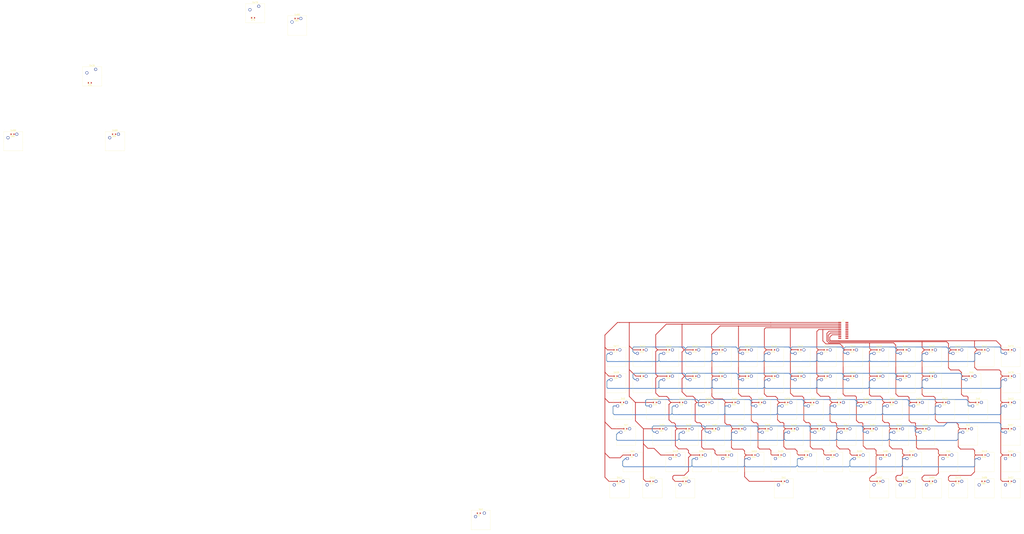
<source format=kicad_pcb>
(kicad_pcb (version 4) (host pcbnew 4.0.6)
  (layers (0 F.Cu signal) (31 B.Cu signal) (34 B.Paste user) (35 F.Paste user) (36 B.SilkS user) (37 F.SilkS user) (38 B.Mask user) (39 F.Mask user) (44 Edge.Cuts user))
  (net 0 "")
  (net 1 "Net-(D1-Pad2)")
  (net 2 "Net-(D2-Pad2)")
  (net 3 "Net-(D4-Pad2)")
  (net 4 "Net-(D5-Pad2)")
  (net 5 /PA0)
  (net 6 "Net-(D7-Pad2)")
  (net 7 /PA1)
  (net 8 "Net-(D8-Pad2)")
  (net 9 /PA2)
  (net 10 "Net-(D9-Pad2)")
  (net 11 /PA3)
  (net 12 "Net-(D10-Pad2)")
  (net 13 /PA4)
  (net 14 "Net-(D11-Pad2)")
  (net 15 /PA5)
  (net 16 "Net-(D12-Pad2)")
  (net 17 /PA6)
  (net 18 "Net-(D13-Pad2)")
  (net 19 /PA7)
  (net 20 "Net-(D14-Pad2)")
  (net 21 /PC2)
  (net 22 "Net-(D15-Pad2)")
  (net 23 "Net-(D16-Pad2)")
  (net 24 "Net-(D17-Pad2)")
  (net 25 "Net-(D18-Pad2)")
  (net 26 "Net-(D19-Pad2)")
  (net 27 "Net-(D20-Pad2)")
  (net 28 "Net-(D21-Pad2)")
  (net 29 "Net-(D22-Pad2)")
  (net 30 "Net-(D23-Pad2)")
  (net 31 "Net-(D24-Pad2)")
  (net 32 "Net-(D25-Pad2)")
  (net 33 "Net-(D26-Pad2)")
  (net 34 "Net-(D27-Pad2)")
  (net 35 "Net-(D28-Pad2)")
  (net 36 "Net-(D29-Pad2)")
  (net 37 "Net-(D30-Pad2)")
  (net 38 "Net-(D31-Pad2)")
  (net 39 "Net-(D32-Pad2)")
  (net 40 "Net-(D33-Pad2)")
  (net 41 "Net-(D34-Pad2)")
  (net 42 "Net-(D35-Pad2)")
  (net 43 "Net-(D36-Pad2)")
  (net 44 "Net-(D37-Pad2)")
  (net 45 "Net-(D38-Pad2)")
  (net 46 "Net-(D39-Pad2)")
  (net 47 "Net-(D40-Pad2)")
  (net 48 "Net-(D41-Pad2)")
  (net 49 "Net-(D42-Pad2)")
  (net 50 "Net-(D43-Pad2)")
  (net 51 "Net-(D44-Pad2)")
  (net 52 "Net-(D45-Pad2)")
  (net 53 "Net-(D46-Pad2)")
  (net 54 "Net-(D47-Pad2)")
  (net 55 "Net-(D48-Pad2)")
  (net 56 "Net-(D49-Pad2)")
  (net 57 "Net-(D50-Pad2)")
  (net 58 "Net-(D51-Pad2)")
  (net 59 "Net-(D52-Pad2)")
  (net 60 "Net-(D53-Pad2)")
  (net 61 "Net-(D54-Pad2)")
  (net 62 "Net-(D55-Pad2)")
  (net 63 "Net-(D56-Pad2)")
  (net 64 "Net-(D57-Pad2)")
  (net 65 "Net-(D58-Pad2)")
  (net 66 "Net-(D59-Pad2)")
  (net 67 "Net-(D60-Pad2)")
  (net 68 "Net-(D61-Pad2)")
  (net 69 "Net-(D62-Pad2)")
  (net 70 "Net-(D63-Pad2)")
  (net 71 "Net-(D64-Pad2)")
  (net 72 "Net-(D65-Pad2)")
  (net 73 "Net-(D66-Pad2)")
  (net 74 "Net-(D67-Pad2)")
  (net 75 "Net-(D68-Pad2)")
  (net 76 "Net-(D69-Pad2)")
  (net 77 "Net-(D70-Pad2)")
  (net 78 "Net-(D71-Pad2)")
  (net 79 "Net-(D72-Pad2)")
  (net 80 "Net-(D73-Pad2)")
  (net 81 "Net-(D74-Pad2)")
  (net 82 "Net-(D75-Pad2)")
  (net 83 "Net-(D76-Pad2)")
  (net 84 "Net-(D77-Pad2)")
  (net 85 "Net-(D78-Pad2)")
  (net 86 "Net-(D79-Pad2)")
  (net 87 "Net-(D80-Pad2)")
  (net 88 "Net-(D81-Pad2)")
  (net 89 "Net-(D82-Pad2)")
  (net 90 "Net-(D83-Pad2)")
  (net 91 "Net-(D84-Pad2)")
  (net 92 "Net-(D85-Pad2)")
  (net 93 "Net-(D86-Pad2)")
  (net 94 "Net-(D87-Pad2)")
  (net 95 "Net-(D88-Pad2)")
  (net 96 "Net-(D89-Pad2)")
  (net 97 "Net-(D90-Pad2)")
  (net 98 /PB0)
  (net 99 /PB1)
  (net 100 /PB2)
  (net 101 /PB3)
  (net 102 /PB4)
  (net 103 /PB5)
  (net 104 /PB6)
  (net 105 /PB7)
  (net 106 /PC0)
  (net 107 /PC1)
  (net 108 "Net-(D3-Pad2)")
  (net 109 "Net-(D6-Pad2)")
  (net 110 "Net-(J1-Pad19)")
  (net 111 "Net-(D2-Pad1)")
  (net 112 "Net-(D26-Pad1)")
  (net 113 "Net-(D79-Pad1)")
  (net 114 "Net-(D80-Pad1)")
  (net 115 "Net-(D88-Pad1)")
  (net 116 "Net-(D89-Pad1)")
  (net 117 "Net-(SW1-Pad2)")
  (net 118 "Net-(SW2-Pad2)")
  (net 119 "Net-(SW6-Pad2)")
  (net 120 "Net-(SW10-Pad2)")
  (net 121 "Net-(SW11-Pad2)")
  (net 122 "Net-(SW12-Pad2)")
  (net 123 "Net-(SW14-Pad2)")
  (net 124 "Net-(SW24-Pad2)")
  (net 125 "Net-(SW26-Pad2)")
  (net 126 "Net-(SW29-Pad2)")
  (net 127 "Net-(SW30-Pad2)")
  (net 128 "Net-(SW37-Pad2)")
  (net 129 "Net-(SW49-Pad2)")
  (net 130 "Net-(SW50-Pad2)")
  (net 131 "Net-(SW52-Pad2)")
  (net 132 "Net-(SW56-Pad2)")
  (net 133 "Net-(SW79-Pad2)")
  (net 134 "Net-(SW80-Pad2)")
  (net 135 "Net-(SW81-Pad2)")
  (net 136 "Net-(SW85-Pad2)")
  (net 137 "Net-(SW86-Pad2)")
  (net 138 "Net-(SW88-Pad2)")
  (net 139 "Net-(SW89-Pad2)")
  (module Buttons_Switches_Keyboard:SW_Cherry_MX1A_1.00u_PCB (layer F.Cu) (at 114.3 114.3)
    (fp_text reference SW21 (at -2.54 -2.794) (layer F.SilkS))
    (fp_text value SW_Push)
    (pad 1 thru_hole circle (at 0 0) (size 2.2 2.2) (drill 1.5) (layers *.Cu *.Mask) (net 28 "Net-(D21-Pad2)"))
    (pad 2 thru_hole circle (at -6.35 2.54) (size 2.2 2.2) (drill 1.5) (layers *.Cu *.Mask) (net 98 /PB0))
    (pad "" np_thru_hole circle (at -2.54 5.08) (size 4 4) (drill 4) (layers *.Cu *.Mask))
    (pad "" np_thru_hole circle (at -7.62 5.08) (size 1.7 1.7) (drill 1.7) (layers *.Cu *.Mask))
    (pad "" np_thru_hole circle (at 2.54 5.08) (size 1.7 1.7) (drill 1.7) (layers *.Cu *.Mask))
  )
  (module Diodes_SMD:D_0805 (layer F.Cu) (at 289.7505 171.45)
    (fp_text reference D3 (at 0 1.6) (layer F.SilkS))
    (fp_text value D)
    (pad 1 smd rect (at -1.05 0) (size 0.8 0.9) (layers F.Cu F.Paste F.Mask) (net 17 /PA6))
    (pad 2 smd rect (at 1.05 0) (size 0.8 0.9) (layers F.Cu F.Paste F.Mask) (net 108 "Net-(D3-Pad2)"))
  )
  (module Diodes_SMD:D_0805 (layer F.Cu) (at 275.4884 190.5)
    (fp_text reference D6 (at 0 1.6) (layer F.SilkS))
    (fp_text value D)
    (pad 1 smd rect (at -1.05 0) (size 0.8 0.9) (layers F.Cu F.Paste F.Mask) (net 15 /PA5))
    (pad 2 smd rect (at 1.05 0) (size 0.8 0.9) (layers F.Cu F.Paste F.Mask) (net 109 "Net-(D6-Pad2)"))
  )
  (module Diodes_SMD:D_0805 (layer F.Cu) (at 42.037 171.45)
    (fp_text reference D7 (at 0 1.6) (layer F.SilkS))
    (fp_text value D)
    (pad 1 smd rect (at -1.05 0) (size 0.8 0.9) (layers F.Cu F.Paste F.Mask) (net 5 /PA0))
    (pad 2 smd rect (at 1.05 0) (size 0.8 0.9) (layers F.Cu F.Paste F.Mask) (net 6 "Net-(D7-Pad2)"))
  )
  (module Diodes_SMD:D_0805 (layer F.Cu) (at 296.9895 152.4)
    (fp_text reference D8 (at 0 1.6) (layer F.SilkS))
    (fp_text value D)
    (pad 1 smd rect (at -1.05 0) (size 0.8 0.9) (layers F.Cu F.Paste F.Mask) (net 17 /PA6))
    (pad 2 smd rect (at 1.05 0) (size 0.8 0.9) (layers F.Cu F.Paste F.Mask) (net 8 "Net-(D8-Pad2)"))
  )
  (module Diodes_SMD:D_0805 (layer F.Cu) (at 39.7256 152.4)
    (fp_text reference D9 (at 0 1.6) (layer F.SilkS))
    (fp_text value D)
    (pad 1 smd rect (at -1.05 0) (size 0.8 0.9) (layers F.Cu F.Paste F.Mask) (net 5 /PA0))
    (pad 2 smd rect (at 1.05 0) (size 0.8 0.9) (layers F.Cu F.Paste F.Mask) (net 10 "Net-(D9-Pad2)"))
  )
  (module Diodes_SMD:D_0805 (layer F.Cu) (at 84.963 209.55)
    (fp_text reference D10 (at 0 1.6) (layer F.SilkS))
    (fp_text value D)
    (pad 1 smd rect (at -1.05 0) (size 0.8 0.9) (layers F.Cu F.Paste F.Mask) (net 7 /PA1))
    (pad 2 smd rect (at 1.05 0) (size 0.8 0.9) (layers F.Cu F.Paste F.Mask) (net 12 "Net-(D10-Pad2)"))
  )
  (module Diodes_SMD:D_0805 (layer F.Cu) (at 37.338 209.55)
    (fp_text reference D11 (at 0 1.6) (layer F.SilkS))
    (fp_text value D)
    (pad 1 smd rect (at -1.05 0) (size 0.8 0.9) (layers F.Cu F.Paste F.Mask) (net 5 /PA0))
    (pad 2 smd rect (at 1.05 0) (size 0.8 0.9) (layers F.Cu F.Paste F.Mask) (net 14 "Net-(D11-Pad2)"))
  )
  (module Diodes_SMD:D_0805 (layer F.Cu) (at 61.1505 209.55)
    (fp_text reference D12 (at 0 1.6) (layer F.SilkS))
    (fp_text value D)
    (pad 1 smd rect (at -1.05 0) (size 0.8 0.9) (layers F.Cu F.Paste F.Mask) (net 5 /PA0))
    (pad 2 smd rect (at 1.05 0) (size 0.8 0.9) (layers F.Cu F.Paste F.Mask) (net 16 "Net-(D12-Pad2)"))
  )
  (module Diodes_SMD:D_0805 (layer F.Cu) (at 320.802 152.4)
    (fp_text reference D13 (at 0 1.6) (layer F.SilkS))
    (fp_text value D)
    (pad 1 smd rect (at -1.05 0) (size 0.8 0.9) (layers F.Cu F.Paste F.Mask) (net 19 /PA7))
    (pad 2 smd rect (at 1.05 0) (size 0.8 0.9) (layers F.Cu F.Paste F.Mask) (net 18 "Net-(D13-Pad2)"))
  )
  (module Diodes_SMD:D_0805 (layer F.Cu) (at 320.7512 190.5)
    (fp_text reference D14 (at 0 1.6) (layer F.SilkS))
    (fp_text value D)
    (pad 1 smd rect (at -1.05 0) (size 0.8 0.9) (layers F.Cu F.Paste F.Mask) (net 19 /PA7))
    (pad 2 smd rect (at 1.05 0) (size 0.8 0.9) (layers F.Cu F.Paste F.Mask) (net 20 "Net-(D14-Pad2)"))
  )
  (module Diodes_SMD:D_0805 (layer F.Cu) (at 130.302 114.3)
    (fp_text reference D15 (at 0 1.6) (layer F.SilkS))
    (fp_text value D)
    (pad 1 smd rect (at -1.05 0) (size 0.8 0.9) (layers F.Cu F.Paste F.Mask) (net 9 /PA2))
    (pad 2 smd rect (at 1.05 0) (size 0.8 0.9) (layers F.Cu F.Paste F.Mask) (net 22 "Net-(D15-Pad2)"))
  )
  (module Diodes_SMD:D_0805 (layer F.Cu) (at 82.55 152.4)
    (fp_text reference D16 (at 0 1.6) (layer F.SilkS))
    (fp_text value D)
    (pad 1 smd rect (at -1.05 0) (size 0.8 0.9) (layers F.Cu F.Paste F.Mask) (net 7 /PA1))
    (pad 2 smd rect (at 1.05 0) (size 0.8 0.9) (layers F.Cu F.Paste F.Mask) (net 23 "Net-(D16-Pad2)"))
  )
  (module Diodes_SMD:D_0805 (layer F.Cu) (at 54.102 133.35)
    (fp_text reference D17 (at 0 1.6) (layer F.SilkS))
    (fp_text value D)
    (pad 1 smd rect (at -1.05 0) (size 0.8 0.9) (layers F.Cu F.Paste F.Mask) (net 5 /PA0))
    (pad 2 smd rect (at 1.05 0) (size 0.8 0.9) (layers F.Cu F.Paste F.Mask) (net 24 "Net-(D17-Pad2)"))
  )
  (module Diodes_SMD:D_0805 (layer F.Cu) (at 168.402 133.35)
    (fp_text reference D18 (at 0 1.6) (layer F.SilkS))
    (fp_text value D)
    (pad 1 smd rect (at -1.05 0) (size 0.8 0.9) (layers F.Cu F.Paste F.Mask) (net 11 /PA3))
    (pad 2 smd rect (at 1.05 0) (size 0.8 0.9) (layers F.Cu F.Paste F.Mask) (net 25 "Net-(D18-Pad2)"))
  )
  (module Diodes_SMD:D_0805 (layer F.Cu) (at 301.7012 190.5)
    (fp_text reference D19 (at 0 1.6) (layer F.SilkS))
    (fp_text value D)
    (pad 1 smd rect (at -1.05 0) (size 0.8 0.9) (layers F.Cu F.Paste F.Mask) (net 17 /PA6))
    (pad 2 smd rect (at 1.05 0) (size 0.8 0.9) (layers F.Cu F.Paste F.Mask) (net 26 "Net-(D19-Pad2)"))
  )
  (module Diodes_SMD:D_0805 (layer F.Cu) (at 73.152 133.35)
    (fp_text reference D20 (at 0 1.6) (layer F.SilkS))
    (fp_text value D)
    (pad 1 smd rect (at -1.05 0) (size 0.8 0.9) (layers F.Cu F.Paste F.Mask) (net 7 /PA1))
    (pad 2 smd rect (at 1.05 0) (size 0.8 0.9) (layers F.Cu F.Paste F.Mask) (net 27 "Net-(D20-Pad2)"))
  )
  (module Diodes_SMD:D_0805 (layer F.Cu) (at 111.252 114.3)
    (fp_text reference D21 (at 0 1.6) (layer F.SilkS))
    (fp_text value D)
    (pad 1 smd rect (at -1.05 0) (size 0.8 0.9) (layers F.Cu F.Paste F.Mask) (net 9 /PA2))
    (pad 2 smd rect (at 1.05 0) (size 0.8 0.9) (layers F.Cu F.Paste F.Mask) (net 28 "Net-(D21-Pad2)"))
  )
  (module Diodes_SMD:D_0805 (layer F.Cu) (at 273.177 152.4)
    (fp_text reference D22 (at 0 1.6) (layer F.SilkS))
    (fp_text value D)
    (pad 1 smd rect (at -1.05 0) (size 0.8 0.9) (layers F.Cu F.Paste F.Mask) (net 17 /PA6))
    (pad 2 smd rect (at 1.05 0) (size 0.8 0.9) (layers F.Cu F.Paste F.Mask) (net 29 "Net-(D22-Pad2)"))
  )
  (module Diodes_SMD:D_0805 (layer F.Cu) (at 92.202 114.3)
    (fp_text reference D23 (at 0 1.6) (layer F.SilkS))
    (fp_text value D)
    (pad 1 smd rect (at -1.05 0) (size 0.8 0.9) (layers F.Cu F.Paste F.Mask) (net 7 /PA1))
    (pad 2 smd rect (at 1.05 0) (size 0.8 0.9) (layers F.Cu F.Paste F.Mask) (net 30 "Net-(D23-Pad2)"))
  )
  (module Diodes_SMD:D_0805 (layer F.Cu) (at 192.2272 190.5)
    (fp_text reference D24 (at 0 1.6) (layer F.SilkS))
    (fp_text value D)
    (pad 1 smd rect (at -1.05 0) (size 0.8 0.9) (layers F.Cu F.Paste F.Mask) (net 11 /PA3))
    (pad 2 smd rect (at 1.05 0) (size 0.8 0.9) (layers F.Cu F.Paste F.Mask) (net 31 "Net-(D24-Pad2)"))
  )
  (module Diodes_SMD:D_0805 (layer F.Cu) (at 63.5 152.4)
    (fp_text reference D25 (at 0 1.6) (layer F.SilkS))
    (fp_text value D)
    (pad 1 smd rect (at -1.05 0) (size 0.8 0.9) (layers F.Cu F.Paste F.Mask) (net 5 /PA0))
    (pad 2 smd rect (at 1.05 0) (size 0.8 0.9) (layers F.Cu F.Paste F.Mask) (net 32 "Net-(D25-Pad2)"))
  )
  (module Diodes_SMD:D_0805 (layer F.Cu) (at -345.821 -79.121)
    (fp_text reference D26 (at 0 1.6) (layer F.SilkS))
    (fp_text value D)
    (pad 1 smd rect (at -1.05 0) (size 0.8 0.9) (layers F.Cu F.Paste F.Mask) (net 112 "Net-(D26-Pad1)"))
    (pad 2 smd rect (at 1.05 0) (size 0.8 0.9) (layers F.Cu F.Paste F.Mask) (net 33 "Net-(D26-Pad2)"))
  )
  (module Diodes_SMD:D_0805 (layer F.Cu) (at 249.301 190.5)
    (fp_text reference D27 (at 0 1.6) (layer F.SilkS))
    (fp_text value D)
    (pad 1 smd rect (at -1.05 0) (size 0.8 0.9) (layers F.Cu F.Paste F.Mask) (net 15 /PA5))
    (pad 2 smd rect (at 1.05 0) (size 0.8 0.9) (layers F.Cu F.Paste F.Mask) (net 34 "Net-(D27-Pad2)"))
  )
  (module Diodes_SMD:D_0805 (layer F.Cu) (at 263.525 133.35)
    (fp_text reference D28 (at 0 1.6) (layer F.SilkS))
    (fp_text value D)
    (pad 1 smd rect (at -1.05 0) (size 0.8 0.9) (layers F.Cu F.Paste F.Mask) (net 17 /PA6))
    (pad 2 smd rect (at 1.05 0) (size 0.8 0.9) (layers F.Cu F.Paste F.Mask) (net 35 "Net-(D28-Pad2)"))
  )
  (module Diodes_SMD:D_0805 (layer F.Cu) (at 77.8256 190.5)
    (fp_text reference D29 (at 0 1.6) (layer F.SilkS))
    (fp_text value D)
    (pad 1 smd rect (at -1.05 0) (size 0.8 0.9) (layers F.Cu F.Paste F.Mask) (net 5 /PA0))
    (pad 2 smd rect (at 1.05 0) (size 0.8 0.9) (layers F.Cu F.Paste F.Mask) (net 36 "Net-(D29-Pad2)"))
  )
  (module Diodes_SMD:D_0805 (layer F.Cu) (at 153.924 190.5)
    (fp_text reference D30 (at 0 1.6) (layer F.SilkS))
    (fp_text value D)
    (pad 1 smd rect (at -1.05 0) (size 0.8 0.9) (layers F.Cu F.Paste F.Mask) (net 9 /PA2))
    (pad 2 smd rect (at 1.05 0) (size 0.8 0.9) (layers F.Cu F.Paste F.Mask) (net 37 "Net-(D30-Pad2)"))
  )
  (module Diodes_SMD:D_0805 (layer F.Cu) (at 187.325 133.35)
    (fp_text reference D31 (at 0 1.6) (layer F.SilkS))
    (fp_text value D)
    (pad 1 smd rect (at -1.05 0) (size 0.8 0.9) (layers F.Cu F.Paste F.Mask) (net 13 /PA4))
    (pad 2 smd rect (at 1.05 0) (size 0.8 0.9) (layers F.Cu F.Paste F.Mask) (net 38 "Net-(D31-Pad2)"))
  )
  (module Diodes_SMD:D_0805 (layer F.Cu) (at 72.898 114.3)
    (fp_text reference D32 (at 0 1.6) (layer F.SilkS))
    (fp_text value D)
    (pad 1 smd rect (at -1.05 0) (size 0.8 0.9) (layers F.Cu F.Paste F.Mask) (net 7 /PA1))
    (pad 2 smd rect (at 1.05 0) (size 0.8 0.9) (layers F.Cu F.Paste F.Mask) (net 39 "Net-(D32-Pad2)"))
  )
  (module Diodes_SMD:D_0805 (layer F.Cu) (at 206.502 133.35)
    (fp_text reference D33 (at 0 1.6) (layer F.SilkS))
    (fp_text value D)
    (pad 1 smd rect (at -1.05 0) (size 0.8 0.9) (layers F.Cu F.Paste F.Mask) (net 13 /PA4))
    (pad 2 smd rect (at 1.05 0) (size 0.8 0.9) (layers F.Cu F.Paste F.Mask) (net 40 "Net-(D33-Pad2)"))
  )
  (module Diodes_SMD:D_0805 (layer F.Cu) (at 225.552 133.35)
    (fp_text reference D34 (at 0 1.6) (layer F.SilkS))
    (fp_text value D)
    (pad 1 smd rect (at -1.05 0) (size 0.8 0.9) (layers F.Cu F.Paste F.Mask) (net 15 /PA5))
    (pad 2 smd rect (at 1.05 0) (size 0.8 0.9) (layers F.Cu F.Paste F.Mask) (net 41 "Net-(D34-Pad2)"))
  )
  (module Diodes_SMD:D_0805 (layer F.Cu) (at 244.5385 133.35)
    (fp_text reference D35 (at 0 1.6) (layer F.SilkS))
    (fp_text value D)
    (pad 1 smd rect (at -1.05 0) (size 0.8 0.9) (layers F.Cu F.Paste F.Mask) (net 15 /PA5))
    (pad 2 smd rect (at 1.05 0) (size 0.8 0.9) (layers F.Cu F.Paste F.Mask) (net 42 "Net-(D35-Pad2)"))
  )
  (module Diodes_SMD:D_0805 (layer F.Cu) (at 225.425 114.3)
    (fp_text reference D36 (at 0 1.6) (layer F.SilkS))
    (fp_text value D)
    (pad 1 smd rect (at -1.05 0) (size 0.8 0.9) (layers F.Cu F.Paste F.Mask) (net 15 /PA5))
    (pad 2 smd rect (at 1.05 0) (size 0.8 0.9) (layers F.Cu F.Paste F.Mask) (net 43 "Net-(D36-Pad2)"))
  )
  (module Diodes_SMD:D_0805 (layer F.Cu) (at 320.675 209.55)
    (fp_text reference D37 (at 0 1.6) (layer F.SilkS))
    (fp_text value D)
    (pad 1 smd rect (at -1.05 0) (size 0.8 0.9) (layers F.Cu F.Paste F.Mask) (net 19 /PA7))
    (pad 2 smd rect (at 1.05 0) (size 0.8 0.9) (layers F.Cu F.Paste F.Mask) (net 44 "Net-(D37-Pad2)"))
  )
  (module Diodes_SMD:D_0805 (layer F.Cu) (at 87.249 171.45)
    (fp_text reference D38 (at 0 1.6) (layer F.SilkS))
    (fp_text value D)
    (pad 1 smd rect (at -1.05 0) (size 0.8 0.9) (layers F.Cu F.Paste F.Mask) (net 7 /PA1))
    (pad 2 smd rect (at 1.05 0) (size 0.8 0.9) (layers F.Cu F.Paste F.Mask) (net 45 "Net-(D38-Pad2)"))
  )
  (module Diodes_SMD:D_0805 (layer F.Cu) (at 35.052 133.35)
    (fp_text reference D39 (at 0 1.6) (layer F.SilkS))
    (fp_text value D)
    (pad 1 smd rect (at -1.05 0) (size 0.8 0.9) (layers F.Cu F.Paste F.Mask) (net 5 /PA0))
    (pad 2 smd rect (at 1.05 0) (size 0.8 0.9) (layers F.Cu F.Paste F.Mask) (net 46 "Net-(D39-Pad2)"))
  )
  (module Diodes_SMD:D_0805 (layer F.Cu) (at 92.1385 133.35)
    (fp_text reference D40 (at 0 1.6) (layer F.SilkS))
    (fp_text value D)
    (pad 1 smd rect (at -1.05 0) (size 0.8 0.9) (layers F.Cu F.Paste F.Mask) (net 7 /PA1))
    (pad 2 smd rect (at 1.05 0) (size 0.8 0.9) (layers F.Cu F.Paste F.Mask) (net 47 "Net-(D40-Pad2)"))
  )
  (module Diodes_SMD:D_0805 (layer F.Cu) (at 111.125 133.35)
    (fp_text reference D41 (at 0 1.6) (layer F.SilkS))
    (fp_text value D)
    (pad 1 smd rect (at -1.05 0) (size 0.8 0.9) (layers F.Cu F.Paste F.Mask) (net 9 /PA2))
    (pad 2 smd rect (at 1.05 0) (size 0.8 0.9) (layers F.Cu F.Paste F.Mask) (net 48 "Net-(D41-Pad2)"))
  )
  (module Diodes_SMD:D_0805 (layer F.Cu) (at 201.676 171.45)
    (fp_text reference D42 (at 0 1.6) (layer F.SilkS))
    (fp_text value D)
    (pad 1 smd rect (at -1.05 0) (size 0.8 0.9) (layers F.Cu F.Paste F.Mask) (net 13 /PA4))
    (pad 2 smd rect (at 1.05 0) (size 0.8 0.9) (layers F.Cu F.Paste F.Mask) (net 49 "Net-(D42-Pad2)"))
  )
  (module Diodes_SMD:D_0805 (layer F.Cu) (at 239.776 171.45)
    (fp_text reference D43 (at 0 1.6) (layer F.SilkS))
    (fp_text value D)
    (pad 1 smd rect (at -1.05 0) (size 0.8 0.9) (layers F.Cu F.Paste F.Mask) (net 15 /PA5))
    (pad 2 smd rect (at 1.05 0) (size 0.8 0.9) (layers F.Cu F.Paste F.Mask) (net 50 "Net-(D43-Pad2)"))
  )
  (module Diodes_SMD:D_0805 (layer F.Cu) (at 206.502 114.3)
    (fp_text reference D44 (at 0 1.6) (layer F.SilkS))
    (fp_text value D)
    (pad 1 smd rect (at -1.05 0) (size 0.8 0.9) (layers F.Cu F.Paste F.Mask) (net 13 /PA4))
    (pad 2 smd rect (at 1.05 0) (size 0.8 0.9) (layers F.Cu F.Paste F.Mask) (net 51 "Net-(D44-Pad2)"))
  )
  (module Diodes_SMD:D_0805 (layer F.Cu) (at 130.2385 133.35)
    (fp_text reference D45 (at 0 1.6) (layer F.SilkS))
    (fp_text value D)
    (pad 1 smd rect (at -1.05 0) (size 0.8 0.9) (layers F.Cu F.Paste F.Mask) (net 9 /PA2))
    (pad 2 smd rect (at 1.05 0) (size 0.8 0.9) (layers F.Cu F.Paste F.Mask) (net 52 "Net-(D45-Pad2)"))
  )
  (module Diodes_SMD:D_0805 (layer F.Cu) (at 149.352 133.35)
    (fp_text reference D46 (at 0 1.6) (layer F.SilkS))
    (fp_text value D)
    (pad 1 smd rect (at -1.05 0) (size 0.8 0.9) (layers F.Cu F.Paste F.Mask) (net 11 /PA3))
    (pad 2 smd rect (at 1.05 0) (size 0.8 0.9) (layers F.Cu F.Paste F.Mask) (net 53 "Net-(D46-Pad2)"))
  )
  (module Diodes_SMD:D_0805 (layer F.Cu) (at 244.602 114.3)
    (fp_text reference D47 (at 0 1.6) (layer F.SilkS))
    (fp_text value D)
    (pad 1 smd rect (at -1.05 0) (size 0.8 0.9) (layers F.Cu F.Paste F.Mask) (net 15 /PA5))
    (pad 2 smd rect (at 1.05 0) (size 0.8 0.9) (layers F.Cu F.Paste F.Mask) (net 54 "Net-(D47-Pad2)"))
  )
  (module Diodes_SMD:D_0805 (layer F.Cu) (at 163.576 171.45)
    (fp_text reference D48 (at 0 1.6) (layer F.SilkS))
    (fp_text value D)
    (pad 1 smd rect (at -1.05 0) (size 0.8 0.9) (layers F.Cu F.Paste F.Mask) (net 11 /PA3))
    (pad 2 smd rect (at 1.05 0) (size 0.8 0.9) (layers F.Cu F.Paste F.Mask) (net 55 "Net-(D48-Pad2)"))
  )
  (module Diodes_SMD:D_0805 (layer F.Cu) (at 282.575 209.55)
    (fp_text reference D49 (at 0 1.6) (layer F.SilkS))
    (fp_text value D)
    (pad 1 smd rect (at -1.05 0) (size 0.8 0.9) (layers F.Cu F.Paste F.Mask) (net 17 /PA6))
    (pad 2 smd rect (at 1.05 0) (size 0.8 0.9) (layers F.Cu F.Paste F.Mask) (net 56 "Net-(D49-Pad2)"))
  )
  (module Diodes_SMD:D_0805 (layer F.Cu) (at 244.5385 209.55)
    (fp_text reference D50 (at 0 1.6) (layer F.SilkS))
    (fp_text value D)
    (pad 1 smd rect (at -1.05 0) (size 0.8 0.9) (layers F.Cu F.Paste F.Mask) (net 15 /PA5))
    (pad 2 smd rect (at 1.05 0) (size 0.8 0.9) (layers F.Cu F.Paste F.Mask) (net 57 "Net-(D50-Pad2)"))
  )
  (module Diodes_SMD:D_0805 (layer F.Cu) (at 196.85 152.4)
    (fp_text reference D51 (at 0 1.6) (layer F.SilkS))
    (fp_text value D)
    (pad 1 smd rect (at -1.05 0) (size 0.8 0.9) (layers F.Cu F.Paste F.Mask) (net 13 /PA4))
    (pad 2 smd rect (at 1.05 0) (size 0.8 0.9) (layers F.Cu F.Paste F.Mask) (net 58 "Net-(D51-Pad2)"))
  )
  (module Diodes_SMD:D_0805 (layer F.Cu) (at 225.552 209.55)
    (fp_text reference D52 (at 0 1.6) (layer F.SilkS))
    (fp_text value D)
    (pad 1 smd rect (at -1.05 0) (size 0.8 0.9) (layers F.Cu F.Paste F.Mask) (net 13 /PA4))
    (pad 2 smd rect (at 1.05 0) (size 0.8 0.9) (layers F.Cu F.Paste F.Mask) (net 59 "Net-(D52-Pad2)"))
  )
  (module Diodes_SMD:D_0805 (layer F.Cu) (at 54.102 114.3)
    (fp_text reference D53 (at 0 1.6) (layer F.SilkS))
    (fp_text value D)
    (pad 1 smd rect (at -1.05 0) (size 0.8 0.9) (layers F.Cu F.Paste F.Mask) (net 5 /PA0))
    (pad 2 smd rect (at 1.05 0) (size 0.8 0.9) (layers F.Cu F.Paste F.Mask) (net 60 "Net-(D53-Pad2)"))
  )
  (module Diodes_SMD:D_0805 (layer F.Cu) (at 172.974 190.5)
    (fp_text reference D54 (at 0 1.6) (layer F.SilkS))
    (fp_text value D)
    (pad 1 smd rect (at -1.05 0) (size 0.8 0.9) (layers F.Cu F.Paste F.Mask) (net 11 /PA3))
    (pad 2 smd rect (at 1.05 0) (size 0.8 0.9) (layers F.Cu F.Paste F.Mask) (net 61 "Net-(D54-Pad2)"))
  )
  (module Diodes_SMD:D_0805 (layer F.Cu) (at 135.001 190.5)
    (fp_text reference D55 (at 0 1.6) (layer F.SilkS))
    (fp_text value D)
    (pad 1 smd rect (at -1.05 0) (size 0.8 0.9) (layers F.Cu F.Paste F.Mask) (net 9 /PA2))
    (pad 2 smd rect (at 1.05 0) (size 0.8 0.9) (layers F.Cu F.Paste F.Mask) (net 62 "Net-(D55-Pad2)"))
  )
  (module Diodes_SMD:D_0805 (layer F.Cu) (at 115.951 190.5)
    (fp_text reference D56 (at 0 1.6) (layer F.SilkS))
    (fp_text value D)
    (pad 1 smd rect (at -1.05 0) (size 0.8 0.9) (layers F.Cu F.Paste F.Mask) (net 7 /PA1))
    (pad 2 smd rect (at 1.05 0) (size 0.8 0.9) (layers F.Cu F.Paste F.Mask) (net 63 "Net-(D56-Pad2)"))
  )
  (module Diodes_SMD:D_0805 (layer F.Cu) (at 320.675 171.45)
    (fp_text reference D57 (at 0 1.6) (layer F.SilkS))
    (fp_text value D)
    (pad 1 smd rect (at -1.05 0) (size 0.8 0.9) (layers F.Cu F.Paste F.Mask) (net 19 /PA7))
    (pad 2 smd rect (at 1.05 0) (size 0.8 0.9) (layers F.Cu F.Paste F.Mask) (net 64 "Net-(D57-Pad2)"))
  )
  (module Diodes_SMD:D_0805 (layer F.Cu) (at 101.727 152.4)
    (fp_text reference D58 (at 0 1.6) (layer F.SilkS))
    (fp_text value D)
    (pad 1 smd rect (at -1.05 0) (size 0.8 0.9) (layers F.Cu F.Paste F.Mask) (net 7 /PA1))
    (pad 2 smd rect (at 1.05 0) (size 0.8 0.9) (layers F.Cu F.Paste F.Mask) (net 65 "Net-(D58-Pad2)"))
  )
  (module Diodes_SMD:D_0805 (layer F.Cu) (at 158.75 152.4)
    (fp_text reference D59 (at 0 1.6) (layer F.SilkS))
    (fp_text value D)
    (pad 1 smd rect (at -1.05 0) (size 0.8 0.9) (layers F.Cu F.Paste F.Mask) (net 11 /PA3))
    (pad 2 smd rect (at 1.05 0) (size 0.8 0.9) (layers F.Cu F.Paste F.Mask) (net 66 "Net-(D59-Pad2)"))
  )
  (module Diodes_SMD:D_0805 (layer F.Cu) (at 254.127 152.4)
    (fp_text reference D60 (at 0 1.6) (layer F.SilkS))
    (fp_text value D)
    (pad 1 smd rect (at -1.05 0) (size 0.8 0.9) (layers F.Cu F.Paste F.Mask) (net 15 /PA5))
    (pad 2 smd rect (at 1.05 0) (size 0.8 0.9) (layers F.Cu F.Paste F.Mask) (net 67 "Net-(D60-Pad2)"))
  )
  (module Diodes_SMD:D_0805 (layer F.Cu) (at 177.5 152.5)
    (fp_text reference D61 (at 0 1.6) (layer F.SilkS))
    (fp_text value D)
    (pad 1 smd rect (at -1.05 0) (size 0.8 0.9) (layers F.Cu F.Paste F.Mask) (net 11 /PA3))
    (pad 2 smd rect (at 1.05 0) (size 0.8 0.9) (layers F.Cu F.Paste F.Mask) (net 68 "Net-(D61-Pad2)"))
  )
  (module Diodes_SMD:D_0805 (layer F.Cu) (at 235.077 152.4)
    (fp_text reference D62 (at 0 1.6) (layer F.SilkS))
    (fp_text value D)
    (pad 1 smd rect (at -1.05 0) (size 0.8 0.9) (layers F.Cu F.Paste F.Mask) (net 15 /PA5))
    (pad 2 smd rect (at 1.05 0) (size 0.8 0.9) (layers F.Cu F.Paste F.Mask) (net 69 "Net-(D62-Pad2)"))
  )
  (module Diodes_SMD:D_0805 (layer F.Cu) (at 96.901 190.5)
    (fp_text reference D63 (at 0 1.6) (layer F.SilkS))
    (fp_text value D)
    (pad 1 smd rect (at -1.05 0) (size 0.8 0.9) (layers F.Cu F.Paste F.Mask) (net 7 /PA1))
    (pad 2 smd rect (at 1.05 0) (size 0.8 0.9) (layers F.Cu F.Paste F.Mask) (net 70 "Net-(D63-Pad2)"))
  )
  (module Diodes_SMD:D_0805 (layer F.Cu) (at 125.476 171.45)
    (fp_text reference D64 (at 0 1.6) (layer F.SilkS))
    (fp_text value D)
    (pad 1 smd rect (at -1.05 0) (size 0.8 0.9) (layers F.Cu F.Paste F.Mask) (net 9 /PA2))
    (pad 2 smd rect (at 1.05 0) (size 0.8 0.9) (layers F.Cu F.Paste F.Mask) (net 71 "Net-(D64-Pad2)"))
  )
  (module Diodes_SMD:D_0805 (layer F.Cu) (at 120.65 152.4)
    (fp_text reference D65 (at 0 1.6) (layer F.SilkS))
    (fp_text value D)
    (pad 1 smd rect (at -1.05 0) (size 0.8 0.9) (layers F.Cu F.Paste F.Mask) (net 9 /PA2))
    (pad 2 smd rect (at 1.05 0) (size 0.8 0.9) (layers F.Cu F.Paste F.Mask) (net 72 "Net-(D65-Pad2)"))
  )
  (module Diodes_SMD:D_0805 (layer F.Cu) (at 258.826 171.45)
    (fp_text reference D66 (at 0 1.6) (layer F.SilkS))
    (fp_text value D)
    (pad 1 smd rect (at -1.05 0) (size 0.8 0.9) (layers F.Cu F.Paste F.Mask) (net 15 /PA5))
    (pad 2 smd rect (at 1.05 0) (size 0.8 0.9) (layers F.Cu F.Paste F.Mask) (net 73 "Net-(D66-Pad2)"))
  )
  (module Diodes_SMD:D_0805 (layer F.Cu) (at 182.499 171.45)
    (fp_text reference D67 (at 0 1.6) (layer F.SilkS))
    (fp_text value D)
    (pad 1 smd rect (at -1.05 0) (size 0.8 0.9) (layers F.Cu F.Paste F.Mask) (net 11 /PA3))
    (pad 2 smd rect (at 1.05 0) (size 0.8 0.9) (layers F.Cu F.Paste F.Mask) (net 74 "Net-(D67-Pad2)"))
  )
  (module Diodes_SMD:D_0805 (layer F.Cu) (at 144.526 171.45)
    (fp_text reference D68 (at 0 1.6) (layer F.SilkS))
    (fp_text value D)
    (pad 1 smd rect (at -1.05 0) (size 0.8 0.9) (layers F.Cu F.Paste F.Mask) (net 9 /PA2))
    (pad 2 smd rect (at 1.05 0) (size 0.8 0.9) (layers F.Cu F.Paste F.Mask) (net 75 "Net-(D68-Pad2)"))
  )
  (module Diodes_SMD:D_0805 (layer F.Cu) (at 216.027 152.4)
    (fp_text reference D69 (at 0 1.6) (layer F.SilkS))
    (fp_text value D)
    (pad 1 smd rect (at -1.05 0) (size 0.8 0.9) (layers F.Cu F.Paste F.Mask) (net 13 /PA4))
    (pad 2 smd rect (at 1.05 0) (size 0.8 0.9) (layers F.Cu F.Paste F.Mask) (net 76 "Net-(D69-Pad2)"))
  )
  (module Diodes_SMD:D_0805 (layer F.Cu) (at 263.398 114.3)
    (fp_text reference D70 (at 0 1.6) (layer F.SilkS))
    (fp_text value D)
    (pad 1 smd rect (at -1.05 0) (size 0.8 0.9) (layers F.Cu F.Paste F.Mask) (net 17 /PA6))
    (pad 2 smd rect (at 1.05 0) (size 0.8 0.9) (layers F.Cu F.Paste F.Mask) (net 77 "Net-(D70-Pad2)"))
  )
  (module Diodes_SMD:D_0805 (layer F.Cu) (at 282.702 114.3)
    (fp_text reference D71 (at 0 1.6) (layer F.SilkS))
    (fp_text value D)
    (pad 1 smd rect (at -1.05 0) (size 0.8 0.9) (layers F.Cu F.Paste F.Mask) (net 17 /PA6))
    (pad 2 smd rect (at 1.05 0) (size 0.8 0.9) (layers F.Cu F.Paste F.Mask) (net 78 "Net-(D71-Pad2)"))
  )
  (module Diodes_SMD:D_0805 (layer F.Cu) (at 301.498 114.3)
    (fp_text reference D72 (at 0 1.6) (layer F.SilkS))
    (fp_text value D)
    (pad 1 smd rect (at -1.05 0) (size 0.8 0.9) (layers F.Cu F.Paste F.Mask) (net 19 /PA7))
    (pad 2 smd rect (at 1.05 0) (size 0.8 0.9) (layers F.Cu F.Paste F.Mask) (net 79 "Net-(D72-Pad2)"))
  )
  (module Diodes_SMD:D_0805 (layer F.Cu) (at 320.802 114.3)
    (fp_text reference D73 (at 0 1.6) (layer F.SilkS))
    (fp_text value D)
    (pad 1 smd rect (at -1.05 0) (size 0.8 0.9) (layers F.Cu F.Paste F.Mask) (net 19 /PA7))
    (pad 2 smd rect (at 1.05 0) (size 0.8 0.9) (layers F.Cu F.Paste F.Mask) (net 80 "Net-(D73-Pad2)"))
  )
  (module Diodes_SMD:D_0805 (layer F.Cu) (at 187.198 114.3)
    (fp_text reference D74 (at 0 1.6) (layer F.SilkS))
    (fp_text value D)
    (pad 1 smd rect (at -1.05 0) (size 0.8 0.9) (layers F.Cu F.Paste F.Mask) (net 13 /PA4))
    (pad 2 smd rect (at 1.05 0) (size 0.8 0.9) (layers F.Cu F.Paste F.Mask) (net 81 "Net-(D74-Pad2)"))
  )
  (module Diodes_SMD:D_0805 (layer F.Cu) (at 168.275 114.3)
    (fp_text reference D75 (at 0 1.6) (layer F.SilkS))
    (fp_text value D)
    (pad 1 smd rect (at -1.05 0) (size 0.8 0.9) (layers F.Cu F.Paste F.Mask) (net 11 /PA3))
    (pad 2 smd rect (at 1.05 0) (size 0.8 0.9) (layers F.Cu F.Paste F.Mask) (net 82 "Net-(D75-Pad2)"))
  )
  (module Diodes_SMD:D_0805 (layer F.Cu) (at 149.098 114.3)
    (fp_text reference D76 (at 0 1.6) (layer F.SilkS))
    (fp_text value D)
    (pad 1 smd rect (at -1.05 0) (size 0.8 0.9) (layers F.Cu F.Paste F.Mask) (net 11 /PA3))
    (pad 2 smd rect (at 1.05 0) (size 0.8 0.9) (layers F.Cu F.Paste F.Mask) (net 83 "Net-(D76-Pad2)"))
  )
  (module Diodes_SMD:D_0805 (layer F.Cu) (at 34.925 114.3)
    (fp_text reference D77 (at 0 1.6) (layer F.SilkS))
    (fp_text value D)
    (pad 1 smd rect (at -1.05 0) (size 0.8 0.9) (layers F.Cu F.Paste F.Mask) (net 5 /PA0))
    (pad 2 smd rect (at 1.05 0) (size 0.8 0.9) (layers F.Cu F.Paste F.Mask) (net 84 "Net-(D77-Pad2)"))
  )
  (module Diodes_SMD:D_0805 (layer F.Cu) (at 320.802 133.35)
    (fp_text reference D78 (at 0 1.6) (layer F.SilkS))
    (fp_text value D)
    (pad 1 smd rect (at -1.05 0) (size 0.8 0.9) (layers F.Cu F.Paste F.Mask) (net 19 /PA7))
    (pad 2 smd rect (at 1.05 0) (size 0.8 0.9) (layers F.Cu F.Paste F.Mask) (net 85 "Net-(D78-Pad2)"))
  )
  (module Diodes_SMD:D_0805 (layer F.Cu) (at -227.584 -126.238)
    (fp_text reference D79 (at 0 1.6) (layer F.SilkS))
    (fp_text value D)
    (pad 1 smd rect (at -1.05 0) (size 0.8 0.9) (layers F.Cu F.Paste F.Mask) (net 113 "Net-(D79-Pad1)"))
    (pad 2 smd rect (at 1.05 0) (size 0.8 0.9) (layers F.Cu F.Paste F.Mask) (net 86 "Net-(D79-Pad2)"))
  )
  (module Diodes_SMD:D_0805 (layer F.Cu) (at -196.088 -125.73)
    (fp_text reference D80 (at 0 1.6) (layer F.SilkS))
    (fp_text value D)
    (pad 1 smd rect (at -1.05 0) (size 0.8 0.9) (layers F.Cu F.Paste F.Mask) (net 114 "Net-(D80-Pad1)"))
    (pad 2 smd rect (at 1.05 0) (size 0.8 0.9) (layers F.Cu F.Paste F.Mask) (net 87 "Net-(D80-Pad2)"))
  )
  (module Diodes_SMD:D_0805 (layer F.Cu) (at 230.124 190.5)
    (fp_text reference D81 (at 0 1.6) (layer F.SilkS))
    (fp_text value D)
    (pad 1 smd rect (at -1.05 0) (size 0.8 0.9) (layers F.Cu F.Paste F.Mask) (net 13 /PA4))
    (pad 2 smd rect (at 1.05 0) (size 0.8 0.9) (layers F.Cu F.Paste F.Mask) (net 88 "Net-(D81-Pad2)"))
  )
  (module Diodes_SMD:D_0805 (layer F.Cu) (at 106.426 171.45)
    (fp_text reference D82 (at 0 1.6) (layer F.SilkS))
    (fp_text value D)
    (pad 1 smd rect (at -1.05 0) (size 0.8 0.9) (layers F.Cu F.Paste F.Mask) (net 7 /PA1))
    (pad 2 smd rect (at 1.05 0) (size 0.8 0.9) (layers F.Cu F.Paste F.Mask) (net 89 "Net-(D82-Pad2)"))
  )
  (module Diodes_SMD:D_0805 (layer F.Cu) (at 220.726 171.45)
    (fp_text reference D83 (at 0 1.6) (layer F.SilkS))
    (fp_text value D)
    (pad 1 smd rect (at -1.05 0) (size 0.8 0.9) (layers F.Cu F.Paste F.Mask) (net 13 /PA4))
    (pad 2 smd rect (at 1.05 0) (size 0.8 0.9) (layers F.Cu F.Paste F.Mask) (net 90 "Net-(D83-Pad2)"))
  )
  (module Diodes_SMD:D_0805 (layer F.Cu) (at 68.2625 171.45)
    (fp_text reference D84 (at 0 1.6) (layer F.SilkS))
    (fp_text value D)
    (pad 1 smd rect (at -1.05 0) (size 0.8 0.9) (layers F.Cu F.Paste F.Mask) (net 5 /PA0))
    (pad 2 smd rect (at 1.05 0) (size 0.8 0.9) (layers F.Cu F.Paste F.Mask) (net 91 "Net-(D84-Pad2)"))
  )
  (module Diodes_SMD:D_0805 (layer F.Cu) (at 263.525 209.55)
    (fp_text reference D85 (at 0 1.6) (layer F.SilkS))
    (fp_text value D)
    (pad 1 smd rect (at -1.05 0) (size 0.8 0.9) (layers F.Cu F.Paste F.Mask) (net 15 /PA5))
    (pad 2 smd rect (at 1.05 0) (size 0.8 0.9) (layers F.Cu F.Paste F.Mask) (net 92 "Net-(D85-Pad2)"))
  )
  (module Diodes_SMD:D_0805 (layer F.Cu) (at 301.498 209.55)
    (fp_text reference D86 (at 0 1.6) (layer F.SilkS))
    (fp_text value D)
    (pad 1 smd rect (at -1.05 0) (size 0.8 0.9) (layers F.Cu F.Paste F.Mask) (net 19 /PA7))
    (pad 2 smd rect (at 1.05 0) (size 0.8 0.9) (layers F.Cu F.Paste F.Mask) (net 93 "Net-(D86-Pad2)"))
  )
  (module Diodes_SMD:D_0805 (layer F.Cu) (at 139.827 152.4)
    (fp_text reference D87 (at 0 1.6) (layer F.SilkS))
    (fp_text value D)
    (pad 1 smd rect (at -1.05 0) (size 0.8 0.9) (layers F.Cu F.Paste F.Mask) (net 9 /PA2))
    (pad 2 smd rect (at 1.05 0) (size 0.8 0.9) (layers F.Cu F.Paste F.Mask) (net 94 "Net-(D87-Pad2)"))
  )
  (module Diodes_SMD:D_0805 (layer F.Cu) (at -401.828 -41.91)
    (fp_text reference D88 (at 0 1.6) (layer F.SilkS))
    (fp_text value D)
    (pad 1 smd rect (at -1.05 0) (size 0.8 0.9) (layers F.Cu F.Paste F.Mask) (net 115 "Net-(D88-Pad1)"))
    (pad 2 smd rect (at 1.05 0) (size 0.8 0.9) (layers F.Cu F.Paste F.Mask) (net 95 "Net-(D88-Pad2)"))
  )
  (module Diodes_SMD:D_0805 (layer F.Cu) (at -328.295 -41.91)
    (fp_text reference D89 (at 0 1.6) (layer F.SilkS))
    (fp_text value D)
    (pad 1 smd rect (at -1.05 0) (size 0.8 0.9) (layers F.Cu F.Paste F.Mask) (net 116 "Net-(D89-Pad1)"))
    (pad 2 smd rect (at 1.05 0) (size 0.8 0.9) (layers F.Cu F.Paste F.Mask) (net 96 "Net-(D89-Pad2)"))
  )
  (module Diodes_SMD:D_0805 (layer F.Cu) (at 211.074 190.627)
    (fp_text reference D90 (at 0 1.6) (layer F.SilkS))
    (fp_text value D)
    (pad 1 smd rect (at -1.05 0) (size 0.8 0.9) (layers F.Cu F.Paste F.Mask) (net 13 /PA4))
    (pad 2 smd rect (at 1.05 0) (size 0.8 0.9) (layers F.Cu F.Paste F.Mask) (net 97 "Net-(D90-Pad2)"))
  )
  (module Buttons_Switches_Keyboard:SW_Cherry_MX1A_2.25u_PCB (layer F.Cu) (at 292.84 171.45)
    (fp_text reference SW3 (at -2.54 -2.794) (layer F.SilkS))
    (fp_text value SW_Push)
    (pad 1 thru_hole circle (at 0 0) (size 2.2 2.2) (drill 1.5) (layers *.Cu *.Mask) (net 108 "Net-(D3-Pad2)"))
    (pad 2 thru_hole circle (at -6.35 2.54) (size 2.2 2.2) (drill 1.5) (layers *.Cu *.Mask) (net 104 /PB6))
    (pad "" np_thru_hole circle (at -2.54 5.08) (size 4 4) (drill 4) (layers *.Cu *.Mask))
    (pad "" np_thru_hole circle (at -7.62 5.08) (size 1.7 1.7) (drill 1.7) (layers *.Cu *.Mask))
    (pad "" np_thru_hole circle (at 2.54 5.08) (size 1.7 1.7) (drill 1.7) (layers *.Cu *.Mask))
    (pad "" np_thru_hole circle (at 9.36 13.32) (size 4 4) (drill 4) (layers *.Cu *.Mask))
    (pad "" np_thru_hole circle (at -14.44 13.32) (size 4 4) (drill 4) (layers *.Cu *.Mask))
    (pad "" np_thru_hole circle (at -14.44 -1.92) (size 3.05 3.05) (drill 3.05) (layers *.Cu *.Mask))
    (pad "" np_thru_hole circle (at 9.36 -1.92) (size 3.05 3.05) (drill 3.05) (layers *.Cu *.Mask))
  )
  (module Buttons_Switches_Keyboard:SW_Cherry_MX1A_1.75u_PCB (layer F.Cu) (at 278.59 190.5)
    (fp_text reference SW6 (at -2.54 -2.794) (layer F.SilkS))
    (fp_text value SW_Push)
    (pad 1 thru_hole circle (at 0 0) (size 2.2 2.2) (drill 1.5) (layers *.Cu *.Mask) (net 109 "Net-(D6-Pad2)"))
    (pad 2 thru_hole circle (at -6.35 2.54) (size 2.2 2.2) (drill 1.5) (layers *.Cu *.Mask) (net 119 "Net-(SW6-Pad2)"))
    (pad "" np_thru_hole circle (at -2.54 5.08) (size 4 4) (drill 4) (layers *.Cu *.Mask))
    (pad "" np_thru_hole circle (at -7.62 5.08) (size 1.7 1.7) (drill 1.7) (layers *.Cu *.Mask))
    (pad "" np_thru_hole circle (at 2.54 5.08) (size 1.7 1.7) (drill 1.7) (layers *.Cu *.Mask))
  )
  (module Buttons_Switches_Keyboard:SW_Cherry_MX1A_1.50u_PCB (layer F.Cu) (at 300.04 152.4)
    (fp_text reference SW8 (at -2.54 -2.794) (layer F.SilkS))
    (fp_text value SW_Push)
    (pad 1 thru_hole circle (at 0 0) (size 2.2 2.2) (drill 1.5) (layers *.Cu *.Mask) (net 8 "Net-(D8-Pad2)"))
    (pad 2 thru_hole circle (at -6.35 2.54) (size 2.2 2.2) (drill 1.5) (layers *.Cu *.Mask) (net 103 /PB5))
    (pad "" np_thru_hole circle (at -2.54 5.08) (size 4 4) (drill 4) (layers *.Cu *.Mask))
    (pad "" np_thru_hole circle (at -7.62 5.08) (size 1.7 1.7) (drill 1.7) (layers *.Cu *.Mask))
    (pad "" np_thru_hole circle (at 2.54 5.08) (size 1.7 1.7) (drill 1.7) (layers *.Cu *.Mask))
  )
  (module Buttons_Switches_Keyboard:SW_Cherry_MX1A_1.25u_PCB (layer F.Cu) (at 88.07 209.55)
    (fp_text reference SW10 (at -2.54 -2.794) (layer F.SilkS))
    (fp_text value SW_Push)
    (pad 1 thru_hole circle (at 0 0) (size 2.2 2.2) (drill 1.5) (layers *.Cu *.Mask) (net 12 "Net-(D10-Pad2)"))
    (pad 2 thru_hole circle (at -6.35 2.54) (size 2.2 2.2) (drill 1.5) (layers *.Cu *.Mask) (net 120 "Net-(SW10-Pad2)"))
    (pad "" np_thru_hole circle (at -2.54 5.08) (size 4 4) (drill 4) (layers *.Cu *.Mask))
    (pad "" np_thru_hole circle (at -7.62 5.08) (size 1.7 1.7) (drill 1.7) (layers *.Cu *.Mask))
    (pad "" np_thru_hole circle (at 2.54 5.08) (size 1.7 1.7) (drill 1.7) (layers *.Cu *.Mask))
  )
  (module Buttons_Switches_Keyboard:SW_Cherry_MX1A_1.25u_PCB (layer F.Cu) (at 40.42 209.55)
    (fp_text reference SW11 (at -2.54 -2.794) (layer F.SilkS))
    (fp_text value SW_Push)
    (pad 1 thru_hole circle (at 0 0) (size 2.2 2.2) (drill 1.5) (layers *.Cu *.Mask) (net 14 "Net-(D11-Pad2)"))
    (pad 2 thru_hole circle (at -6.35 2.54) (size 2.2 2.2) (drill 1.5) (layers *.Cu *.Mask) (net 121 "Net-(SW11-Pad2)"))
    (pad "" np_thru_hole circle (at -2.54 5.08) (size 4 4) (drill 4) (layers *.Cu *.Mask))
    (pad "" np_thru_hole circle (at -7.62 5.08) (size 1.7 1.7) (drill 1.7) (layers *.Cu *.Mask))
    (pad "" np_thru_hole circle (at 2.54 5.08) (size 1.7 1.7) (drill 1.7) (layers *.Cu *.Mask))
  )
  (module Buttons_Switches_Keyboard:SW_Cherry_MX1A_1.00u_PCB (layer F.Cu) (at 323.85 152.4)
    (fp_text reference SW13 (at -2.54 -2.794) (layer F.SilkS))
    (fp_text value SW_Push)
    (pad 1 thru_hole circle (at 0 0) (size 2.2 2.2) (drill 1.5) (layers *.Cu *.Mask) (net 18 "Net-(D13-Pad2)"))
    (pad 2 thru_hole circle (at -6.35 2.54) (size 2.2 2.2) (drill 1.5) (layers *.Cu *.Mask) (net 102 /PB4))
    (pad "" np_thru_hole circle (at -2.54 5.08) (size 4 4) (drill 4) (layers *.Cu *.Mask))
    (pad "" np_thru_hole circle (at -7.62 5.08) (size 1.7 1.7) (drill 1.7) (layers *.Cu *.Mask))
    (pad "" np_thru_hole circle (at 2.54 5.08) (size 1.7 1.7) (drill 1.7) (layers *.Cu *.Mask))
  )
  (module Buttons_Switches_Keyboard:SW_Cherry_MX1A_1.00u_PCB (layer F.Cu) (at 323.85 190.5)
    (fp_text reference SW14 (at -2.54 -2.794) (layer F.SilkS))
    (fp_text value SW_Push)
    (pad 1 thru_hole circle (at 0 0) (size 2.2 2.2) (drill 1.5) (layers *.Cu *.Mask) (net 20 "Net-(D14-Pad2)"))
    (pad 2 thru_hole circle (at -6.35 2.54) (size 2.2 2.2) (drill 1.5) (layers *.Cu *.Mask) (net 123 "Net-(SW14-Pad2)"))
    (pad "" np_thru_hole circle (at -2.54 5.08) (size 4 4) (drill 4) (layers *.Cu *.Mask))
    (pad "" np_thru_hole circle (at -7.62 5.08) (size 1.7 1.7) (drill 1.7) (layers *.Cu *.Mask))
    (pad "" np_thru_hole circle (at 2.54 5.08) (size 1.7 1.7) (drill 1.7) (layers *.Cu *.Mask))
  )
  (module Buttons_Switches_Keyboard:SW_Cherry_MX1A_1.00u_PCB (layer F.Cu) (at 133.35 114.3)
    (fp_text reference SW15 (at -2.54 -2.794) (layer F.SilkS))
    (fp_text value SW_Push)
    (pad 1 thru_hole circle (at 0 0) (size 2.2 2.2) (drill 1.5) (layers *.Cu *.Mask) (net 22 "Net-(D15-Pad2)"))
    (pad 2 thru_hole circle (at -6.35 2.54) (size 2.2 2.2) (drill 1.5) (layers *.Cu *.Mask) (net 99 /PB1))
    (pad "" np_thru_hole circle (at -2.54 5.08) (size 4 4) (drill 4) (layers *.Cu *.Mask))
    (pad "" np_thru_hole circle (at -7.62 5.08) (size 1.7 1.7) (drill 1.7) (layers *.Cu *.Mask))
    (pad "" np_thru_hole circle (at 2.54 5.08) (size 1.7 1.7) (drill 1.7) (layers *.Cu *.Mask))
  )
  (module Buttons_Switches_Keyboard:SW_Cherry_MX1A_1.00u_PCB (layer F.Cu) (at 85.72 152.38)
    (fp_text reference SW16 (at -2.54 -2.794) (layer F.SilkS))
    (fp_text value SW_Push)
    (pad 1 thru_hole circle (at 0 0) (size 2.2 2.2) (drill 1.5) (layers *.Cu *.Mask) (net 23 "Net-(D16-Pad2)"))
    (pad 2 thru_hole circle (at -6.35 2.54) (size 2.2 2.2) (drill 1.5) (layers *.Cu *.Mask) (net 102 /PB4))
    (pad "" np_thru_hole circle (at -2.54 5.08) (size 4 4) (drill 4) (layers *.Cu *.Mask))
    (pad "" np_thru_hole circle (at -7.62 5.08) (size 1.7 1.7) (drill 1.7) (layers *.Cu *.Mask))
    (pad "" np_thru_hole circle (at 2.54 5.08) (size 1.7 1.7) (drill 1.7) (layers *.Cu *.Mask))
  )
  (module Buttons_Switches_Keyboard:SW_Cherry_MX1A_1.00u_PCB (layer F.Cu) (at 57.15 133.35)
    (fp_text reference SW17 (at -2.54 -2.794) (layer F.SilkS))
    (fp_text value SW_Push)
    (pad 1 thru_hole circle (at 0 0) (size 2.2 2.2) (drill 1.5) (layers *.Cu *.Mask) (net 24 "Net-(D17-Pad2)"))
    (pad 2 thru_hole circle (at -6.35 2.54) (size 2.2 2.2) (drill 1.5) (layers *.Cu *.Mask) (net 101 /PB3))
    (pad "" np_thru_hole circle (at -2.54 5.08) (size 4 4) (drill 4) (layers *.Cu *.Mask))
    (pad "" np_thru_hole circle (at -7.62 5.08) (size 1.7 1.7) (drill 1.7) (layers *.Cu *.Mask))
    (pad "" np_thru_hole circle (at 2.54 5.08) (size 1.7 1.7) (drill 1.7) (layers *.Cu *.Mask))
  )
  (module Buttons_Switches_Keyboard:SW_Cherry_MX1A_1.00u_PCB (layer F.Cu) (at 171.45 133.35)
    (fp_text reference SW18 (at -2.54 -2.794) (layer F.SilkS))
    (fp_text value SW_Push)
    (pad 1 thru_hole circle (at 0 0) (size 2.2 2.2) (drill 1.5) (layers *.Cu *.Mask) (net 25 "Net-(D18-Pad2)"))
    (pad 2 thru_hole circle (at -6.35 2.54) (size 2.2 2.2) (drill 1.5) (layers *.Cu *.Mask) (net 101 /PB3))
    (pad "" np_thru_hole circle (at -2.54 5.08) (size 4 4) (drill 4) (layers *.Cu *.Mask))
    (pad "" np_thru_hole circle (at -7.62 5.08) (size 1.7 1.7) (drill 1.7) (layers *.Cu *.Mask))
    (pad "" np_thru_hole circle (at 2.54 5.08) (size 1.7 1.7) (drill 1.7) (layers *.Cu *.Mask))
  )
  (module Buttons_Switches_Keyboard:SW_Cherry_MX1A_1.00u_PCB (layer F.Cu) (at 304.8 190.5)
    (fp_text reference SW19 (at -2.54 -2.794) (layer F.SilkS))
    (fp_text value SW_Push)
    (pad 1 thru_hole circle (at 0 0) (size 2.2 2.2) (drill 1.5) (layers *.Cu *.Mask) (net 26 "Net-(D19-Pad2)"))
    (pad 2 thru_hole circle (at -6.35 2.54) (size 2.2 2.2) (drill 1.5) (layers *.Cu *.Mask) (net 106 /PC0))
    (pad "" np_thru_hole circle (at -2.54 5.08) (size 4 4) (drill 4) (layers *.Cu *.Mask))
    (pad "" np_thru_hole circle (at -7.62 5.08) (size 1.7 1.7) (drill 1.7) (layers *.Cu *.Mask))
    (pad "" np_thru_hole circle (at 2.54 5.08) (size 1.7 1.7) (drill 1.7) (layers *.Cu *.Mask))
  )
  (module Buttons_Switches_Keyboard:SW_Cherry_MX1A_1.00u_PCB (layer F.Cu) (at 76.2 133.35)
    (fp_text reference SW20 (at -2.54 -2.794) (layer F.SilkS))
    (fp_text value SW_Push)
    (pad 1 thru_hole circle (at 0 0) (size 2.2 2.2) (drill 1.5) (layers *.Cu *.Mask) (net 27 "Net-(D20-Pad2)"))
    (pad 2 thru_hole circle (at -6.35 2.54) (size 2.2 2.2) (drill 1.5) (layers *.Cu *.Mask) (net 100 /PB2))
    (pad "" np_thru_hole circle (at -2.54 5.08) (size 4 4) (drill 4) (layers *.Cu *.Mask))
    (pad "" np_thru_hole circle (at -7.62 5.08) (size 1.7 1.7) (drill 1.7) (layers *.Cu *.Mask))
    (pad "" np_thru_hole circle (at 2.54 5.08) (size 1.7 1.7) (drill 1.7) (layers *.Cu *.Mask))
  )
  (module Buttons_Switches_Keyboard:SW_Cherry_MX1A_1.00u_PCB (layer F.Cu) (at 276.23 152.4)
    (fp_text reference SW22 (at -2.54 -2.794) (layer F.SilkS))
    (fp_text value SW_Push)
    (pad 1 thru_hole circle (at 0 0) (size 2.2 2.2) (drill 1.5) (layers *.Cu *.Mask) (net 29 "Net-(D22-Pad2)"))
    (pad 2 thru_hole circle (at -6.35 2.54) (size 2.2 2.2) (drill 1.5) (layers *.Cu *.Mask) (net 102 /PB4))
    (pad "" np_thru_hole circle (at -2.54 5.08) (size 4 4) (drill 4) (layers *.Cu *.Mask))
    (pad "" np_thru_hole circle (at -7.62 5.08) (size 1.7 1.7) (drill 1.7) (layers *.Cu *.Mask))
    (pad "" np_thru_hole circle (at 2.54 5.08) (size 1.7 1.7) (drill 1.7) (layers *.Cu *.Mask))
  )
  (module Buttons_Switches_Keyboard:SW_Cherry_MX1A_1.00u_PCB (layer F.Cu) (at 95.25 114.3)
    (fp_text reference SW23 (at -2.54 -2.794) (layer F.SilkS))
    (fp_text value SW_Push)
    (pad 1 thru_hole circle (at 0 0) (size 2.2 2.2) (drill 1.5) (layers *.Cu *.Mask) (net 30 "Net-(D23-Pad2)"))
    (pad 2 thru_hole circle (at -6.35 2.54) (size 2.2 2.2) (drill 1.5) (layers *.Cu *.Mask) (net 99 /PB1))
    (pad "" np_thru_hole circle (at -2.54 5.08) (size 4 4) (drill 4) (layers *.Cu *.Mask))
    (pad "" np_thru_hole circle (at -7.62 5.08) (size 1.7 1.7) (drill 1.7) (layers *.Cu *.Mask))
    (pad "" np_thru_hole circle (at 2.54 5.08) (size 1.7 1.7) (drill 1.7) (layers *.Cu *.Mask))
  )
  (module Buttons_Switches_Keyboard:SW_Cherry_MX1A_1.00u_PCB (layer F.Cu) (at 195.28 190.5)
    (fp_text reference SW24 (at -2.54 -2.794) (layer F.SilkS))
    (fp_text value SW_Push)
    (pad 1 thru_hole circle (at 0 0) (size 2.2 2.2) (drill 1.5) (layers *.Cu *.Mask) (net 31 "Net-(D24-Pad2)"))
    (pad 2 thru_hole circle (at -6.35 2.54) (size 2.2 2.2) (drill 1.5) (layers *.Cu *.Mask) (net 124 "Net-(SW24-Pad2)"))
    (pad "" np_thru_hole circle (at -2.54 5.08) (size 4 4) (drill 4) (layers *.Cu *.Mask))
    (pad "" np_thru_hole circle (at -7.62 5.08) (size 1.7 1.7) (drill 1.7) (layers *.Cu *.Mask))
    (pad "" np_thru_hole circle (at 2.54 5.08) (size 1.7 1.7) (drill 1.7) (layers *.Cu *.Mask))
  )
  (module Buttons_Switches_Keyboard:SW_Cherry_MX1A_1.00u_PCB (layer F.Cu) (at 66.67 152.38)
    (fp_text reference SW25 (at -2.54 -2.794) (layer F.SilkS))
    (fp_text value SW_Push)
    (pad 1 thru_hole circle (at 0 0) (size 2.2 2.2) (drill 1.5) (layers *.Cu *.Mask) (net 32 "Net-(D25-Pad2)"))
    (pad 2 thru_hole circle (at -6.35 2.54) (size 2.2 2.2) (drill 1.5) (layers *.Cu *.Mask) (net 103 /PB5))
    (pad "" np_thru_hole circle (at -2.54 5.08) (size 4 4) (drill 4) (layers *.Cu *.Mask))
    (pad "" np_thru_hole circle (at -7.62 5.08) (size 1.7 1.7) (drill 1.7) (layers *.Cu *.Mask))
    (pad "" np_thru_hole circle (at 2.54 5.08) (size 1.7 1.7) (drill 1.7) (layers *.Cu *.Mask))
  )
  (module Buttons_Switches_Keyboard:SW_Cherry_MX1A_1.00u_PCB (layer F.Cu) (at -341.63 -88.9)
    (fp_text reference SW26 (at -2.54 -2.794) (layer F.SilkS))
    (fp_text value SW_Push)
    (pad 1 thru_hole circle (at 0 0) (size 2.2 2.2) (drill 1.5) (layers *.Cu *.Mask) (net 33 "Net-(D26-Pad2)"))
    (pad 2 thru_hole circle (at -6.35 2.54) (size 2.2 2.2) (drill 1.5) (layers *.Cu *.Mask) (net 125 "Net-(SW26-Pad2)"))
    (pad "" np_thru_hole circle (at -2.54 5.08) (size 4 4) (drill 4) (layers *.Cu *.Mask))
    (pad "" np_thru_hole circle (at -7.62 5.08) (size 1.7 1.7) (drill 1.7) (layers *.Cu *.Mask))
    (pad "" np_thru_hole circle (at 2.54 5.08) (size 1.7 1.7) (drill 1.7) (layers *.Cu *.Mask))
  )
  (module Buttons_Switches_Keyboard:SW_Cherry_MX1A_1.00u_PCB (layer F.Cu) (at 252.41 190.5)
    (fp_text reference SW27 (at -2.54 -2.794) (layer F.SilkS))
    (fp_text value SW_Push)
    (pad 1 thru_hole circle (at 0 0) (size 2.2 2.2) (drill 1.5) (layers *.Cu *.Mask) (net 34 "Net-(D27-Pad2)"))
    (pad 2 thru_hole circle (at -6.35 2.54) (size 2.2 2.2) (drill 1.5) (layers *.Cu *.Mask) (net 106 /PC0))
    (pad "" np_thru_hole circle (at -2.54 5.08) (size 4 4) (drill 4) (layers *.Cu *.Mask))
    (pad "" np_thru_hole circle (at -7.62 5.08) (size 1.7 1.7) (drill 1.7) (layers *.Cu *.Mask))
    (pad "" np_thru_hole circle (at 2.54 5.08) (size 1.7 1.7) (drill 1.7) (layers *.Cu *.Mask))
  )
  (module Buttons_Switches_Keyboard:SW_Cherry_MX1A_1.00u_PCB (layer F.Cu) (at 266.7 133.35)
    (fp_text reference SW28 (at -2.54 -2.794) (layer F.SilkS))
    (fp_text value SW_Push)
    (pad 1 thru_hole circle (at 0 0) (size 2.2 2.2) (drill 1.5) (layers *.Cu *.Mask) (net 35 "Net-(D28-Pad2)"))
    (pad 2 thru_hole circle (at -6.35 2.54) (size 2.2 2.2) (drill 1.5) (layers *.Cu *.Mask) (net 100 /PB2))
    (pad "" np_thru_hole circle (at -2.54 5.08) (size 4 4) (drill 4) (layers *.Cu *.Mask))
    (pad "" np_thru_hole circle (at -7.62 5.08) (size 1.7 1.7) (drill 1.7) (layers *.Cu *.Mask))
    (pad "" np_thru_hole circle (at 2.54 5.08) (size 1.7 1.7) (drill 1.7) (layers *.Cu *.Mask))
  )
  (module Buttons_Switches_Keyboard:SW_Cherry_MX1A_1.00u_PCB (layer F.Cu) (at 80.92 190.5)
    (fp_text reference SW29 (at -2.54 -2.794) (layer F.SilkS))
    (fp_text value SW_Push)
    (pad 1 thru_hole circle (at 0 0) (size 2.2 2.2) (drill 1.5) (layers *.Cu *.Mask) (net 36 "Net-(D29-Pad2)"))
    (pad 2 thru_hole circle (at -6.35 2.54) (size 2.2 2.2) (drill 1.5) (layers *.Cu *.Mask) (net 126 "Net-(SW29-Pad2)"))
    (pad "" np_thru_hole circle (at -2.54 5.08) (size 4 4) (drill 4) (layers *.Cu *.Mask))
    (pad "" np_thru_hole circle (at -7.62 5.08) (size 1.7 1.7) (drill 1.7) (layers *.Cu *.Mask))
    (pad "" np_thru_hole circle (at 2.54 5.08) (size 1.7 1.7) (drill 1.7) (layers *.Cu *.Mask))
  )
  (module Buttons_Switches_Keyboard:SW_Cherry_MX1A_1.00u_PCB (layer F.Cu) (at 157.16 190.5)
    (fp_text reference SW30 (at -2.54 -2.794) (layer F.SilkS))
    (fp_text value SW_Push)
    (pad 1 thru_hole circle (at 0 0) (size 2.2 2.2) (drill 1.5) (layers *.Cu *.Mask) (net 37 "Net-(D30-Pad2)"))
    (pad 2 thru_hole circle (at -6.35 2.54) (size 2.2 2.2) (drill 1.5) (layers *.Cu *.Mask) (net 127 "Net-(SW30-Pad2)"))
    (pad "" np_thru_hole circle (at -2.54 5.08) (size 4 4) (drill 4) (layers *.Cu *.Mask))
    (pad "" np_thru_hole circle (at -7.62 5.08) (size 1.7 1.7) (drill 1.7) (layers *.Cu *.Mask))
    (pad "" np_thru_hole circle (at 2.54 5.08) (size 1.7 1.7) (drill 1.7) (layers *.Cu *.Mask))
  )
  (module Buttons_Switches_Keyboard:SW_Cherry_MX1A_1.00u_PCB (layer F.Cu) (at 190.5 133.35)
    (fp_text reference SW31 (at -2.54 -2.794) (layer F.SilkS))
    (fp_text value SW_Push)
    (pad 1 thru_hole circle (at 0 0) (size 2.2 2.2) (drill 1.5) (layers *.Cu *.Mask) (net 38 "Net-(D31-Pad2)"))
    (pad 2 thru_hole circle (at -6.35 2.54) (size 2.2 2.2) (drill 1.5) (layers *.Cu *.Mask) (net 100 /PB2))
    (pad "" np_thru_hole circle (at -2.54 5.08) (size 4 4) (drill 4) (layers *.Cu *.Mask))
    (pad "" np_thru_hole circle (at -7.62 5.08) (size 1.7 1.7) (drill 1.7) (layers *.Cu *.Mask))
    (pad "" np_thru_hole circle (at 2.54 5.08) (size 1.7 1.7) (drill 1.7) (layers *.Cu *.Mask))
  )
  (module Buttons_Switches_Keyboard:SW_Cherry_MX1A_1.00u_PCB (layer F.Cu) (at 76.2 114.3)
    (fp_text reference SW32 (at -2.54 -2.794) (layer F.SilkS))
    (fp_text value SW_Push)
    (pad 1 thru_hole circle (at 0 0) (size 2.2 2.2) (drill 1.5) (layers *.Cu *.Mask) (net 39 "Net-(D32-Pad2)"))
    (pad 2 thru_hole circle (at -6.35 2.54) (size 2.2 2.2) (drill 1.5) (layers *.Cu *.Mask) (net 98 /PB0))
    (pad "" np_thru_hole circle (at -2.54 5.08) (size 4 4) (drill 4) (layers *.Cu *.Mask))
    (pad "" np_thru_hole circle (at -7.62 5.08) (size 1.7 1.7) (drill 1.7) (layers *.Cu *.Mask))
    (pad "" np_thru_hole circle (at 2.54 5.08) (size 1.7 1.7) (drill 1.7) (layers *.Cu *.Mask))
  )
  (module Buttons_Switches_Keyboard:SW_Cherry_MX1A_1.00u_PCB (layer F.Cu) (at 209.55 133.35)
    (fp_text reference SW33 (at -2.54 -2.794) (layer F.SilkS))
    (fp_text value SW_Push)
    (pad 1 thru_hole circle (at 0 0) (size 2.2 2.2) (drill 1.5) (layers *.Cu *.Mask) (net 40 "Net-(D33-Pad2)"))
    (pad 2 thru_hole circle (at -6.35 2.54) (size 2.2 2.2) (drill 1.5) (layers *.Cu *.Mask) (net 101 /PB3))
    (pad "" np_thru_hole circle (at -2.54 5.08) (size 4 4) (drill 4) (layers *.Cu *.Mask))
    (pad "" np_thru_hole circle (at -7.62 5.08) (size 1.7 1.7) (drill 1.7) (layers *.Cu *.Mask))
    (pad "" np_thru_hole circle (at 2.54 5.08) (size 1.7 1.7) (drill 1.7) (layers *.Cu *.Mask))
  )
  (module Buttons_Switches_Keyboard:SW_Cherry_MX1A_1.00u_PCB (layer F.Cu) (at 228.6 133.35)
    (fp_text reference SW34 (at -2.54 -2.794) (layer F.SilkS))
    (fp_text value SW_Push)
    (pad 1 thru_hole circle (at 0 0) (size 2.2 2.2) (drill 1.5) (layers *.Cu *.Mask) (net 41 "Net-(D34-Pad2)"))
    (pad 2 thru_hole circle (at -6.35 2.54) (size 2.2 2.2) (drill 1.5) (layers *.Cu *.Mask) (net 100 /PB2))
    (pad "" np_thru_hole circle (at -2.54 5.08) (size 4 4) (drill 4) (layers *.Cu *.Mask))
    (pad "" np_thru_hole circle (at -7.62 5.08) (size 1.7 1.7) (drill 1.7) (layers *.Cu *.Mask))
    (pad "" np_thru_hole circle (at 2.54 5.08) (size 1.7 1.7) (drill 1.7) (layers *.Cu *.Mask))
  )
  (module Buttons_Switches_Keyboard:SW_Cherry_MX1A_1.00u_PCB (layer F.Cu) (at 247.65 133.35)
    (fp_text reference SW35 (at -2.54 -2.794) (layer F.SilkS))
    (fp_text value SW_Push)
    (pad 1 thru_hole circle (at 0 0) (size 2.2 2.2) (drill 1.5) (layers *.Cu *.Mask) (net 42 "Net-(D35-Pad2)"))
    (pad 2 thru_hole circle (at -6.35 2.54) (size 2.2 2.2) (drill 1.5) (layers *.Cu *.Mask) (net 101 /PB3))
    (pad "" np_thru_hole circle (at -2.54 5.08) (size 4 4) (drill 4) (layers *.Cu *.Mask))
    (pad "" np_thru_hole circle (at -7.62 5.08) (size 1.7 1.7) (drill 1.7) (layers *.Cu *.Mask))
    (pad "" np_thru_hole circle (at 2.54 5.08) (size 1.7 1.7) (drill 1.7) (layers *.Cu *.Mask))
  )
  (module Buttons_Switches_Keyboard:SW_Cherry_MX1A_1.00u_PCB (layer F.Cu) (at 228.6 114.3)
    (fp_text reference SW36 (at -2.54 -2.794) (layer F.SilkS))
    (fp_text value SW_Push)
    (pad 1 thru_hole circle (at 0 0) (size 2.2 2.2) (drill 1.5) (layers *.Cu *.Mask) (net 43 "Net-(D36-Pad2)"))
    (pad 2 thru_hole circle (at -6.35 2.54) (size 2.2 2.2) (drill 1.5) (layers *.Cu *.Mask) (net 98 /PB0))
    (pad "" np_thru_hole circle (at -2.54 5.08) (size 4 4) (drill 4) (layers *.Cu *.Mask))
    (pad "" np_thru_hole circle (at -7.62 5.08) (size 1.7 1.7) (drill 1.7) (layers *.Cu *.Mask))
    (pad "" np_thru_hole circle (at 2.54 5.08) (size 1.7 1.7) (drill 1.7) (layers *.Cu *.Mask))
  )
  (module Buttons_Switches_Keyboard:SW_Cherry_MX1A_1.00u_PCB (layer F.Cu) (at 323.85 209.55)
    (fp_text reference SW37 (at -2.54 -2.794) (layer F.SilkS))
    (fp_text value SW_Push)
    (pad 1 thru_hole circle (at 0 0) (size 2.2 2.2) (drill 1.5) (layers *.Cu *.Mask) (net 44 "Net-(D37-Pad2)"))
    (pad 2 thru_hole circle (at -6.35 2.54) (size 2.2 2.2) (drill 1.5) (layers *.Cu *.Mask) (net 128 "Net-(SW37-Pad2)"))
    (pad "" np_thru_hole circle (at -2.54 5.08) (size 4 4) (drill 4) (layers *.Cu *.Mask))
    (pad "" np_thru_hole circle (at -7.62 5.08) (size 1.7 1.7) (drill 1.7) (layers *.Cu *.Mask))
    (pad "" np_thru_hole circle (at 2.54 5.08) (size 1.7 1.7) (drill 1.7) (layers *.Cu *.Mask))
  )
  (module Buttons_Switches_Keyboard:SW_Cherry_MX1A_1.00u_PCB (layer F.Cu) (at 90.44 171.45)
    (fp_text reference SW38 (at -2.54 -2.794) (layer F.SilkS))
    (fp_text value SW_Push)
    (pad 1 thru_hole circle (at 0 0) (size 2.2 2.2) (drill 1.5) (layers *.Cu *.Mask) (net 45 "Net-(D38-Pad2)"))
    (pad 2 thru_hole circle (at -6.35 2.54) (size 2.2 2.2) (drill 1.5) (layers *.Cu *.Mask) (net 104 /PB6))
    (pad "" np_thru_hole circle (at -2.54 5.08) (size 4 4) (drill 4) (layers *.Cu *.Mask))
    (pad "" np_thru_hole circle (at -7.62 5.08) (size 1.7 1.7) (drill 1.7) (layers *.Cu *.Mask))
    (pad "" np_thru_hole circle (at 2.54 5.08) (size 1.7 1.7) (drill 1.7) (layers *.Cu *.Mask))
  )
  (module Buttons_Switches_Keyboard:SW_Cherry_MX1A_1.00u_PCB (layer F.Cu) (at 38.1 133.35)
    (fp_text reference SW39 (at -2.54 -2.794) (layer F.SilkS))
    (fp_text value SW_Push)
    (pad 1 thru_hole circle (at 0 0) (size 2.2 2.2) (drill 1.5) (layers *.Cu *.Mask) (net 46 "Net-(D39-Pad2)"))
    (pad 2 thru_hole circle (at -6.35 2.54) (size 2.2 2.2) (drill 1.5) (layers *.Cu *.Mask) (net 100 /PB2))
    (pad "" np_thru_hole circle (at -2.54 5.08) (size 4 4) (drill 4) (layers *.Cu *.Mask))
    (pad "" np_thru_hole circle (at -7.62 5.08) (size 1.7 1.7) (drill 1.7) (layers *.Cu *.Mask))
    (pad "" np_thru_hole circle (at 2.54 5.08) (size 1.7 1.7) (drill 1.7) (layers *.Cu *.Mask))
  )
  (module Buttons_Switches_Keyboard:SW_Cherry_MX1A_1.00u_PCB (layer F.Cu) (at 95.25 133.35)
    (fp_text reference SW40 (at -2.54 -2.794) (layer F.SilkS))
    (fp_text value SW_Push)
    (pad 1 thru_hole circle (at 0 0) (size 2.2 2.2) (drill 1.5) (layers *.Cu *.Mask) (net 47 "Net-(D40-Pad2)"))
    (pad 2 thru_hole circle (at -6.35 2.54) (size 2.2 2.2) (drill 1.5) (layers *.Cu *.Mask) (net 101 /PB3))
    (pad "" np_thru_hole circle (at -2.54 5.08) (size 4 4) (drill 4) (layers *.Cu *.Mask))
    (pad "" np_thru_hole circle (at -7.62 5.08) (size 1.7 1.7) (drill 1.7) (layers *.Cu *.Mask))
    (pad "" np_thru_hole circle (at 2.54 5.08) (size 1.7 1.7) (drill 1.7) (layers *.Cu *.Mask))
  )
  (module Buttons_Switches_Keyboard:SW_Cherry_MX1A_1.00u_PCB (layer F.Cu) (at 114.3 133.35)
    (fp_text reference SW41 (at -2.54 -2.794) (layer F.SilkS))
    (fp_text value SW_Push)
    (pad 1 thru_hole circle (at 0 0) (size 2.2 2.2) (drill 1.5) (layers *.Cu *.Mask) (net 48 "Net-(D41-Pad2)"))
    (pad 2 thru_hole circle (at -6.35 2.54) (size 2.2 2.2) (drill 1.5) (layers *.Cu *.Mask) (net 100 /PB2))
    (pad "" np_thru_hole circle (at -2.54 5.08) (size 4 4) (drill 4) (layers *.Cu *.Mask))
    (pad "" np_thru_hole circle (at -7.62 5.08) (size 1.7 1.7) (drill 1.7) (layers *.Cu *.Mask))
    (pad "" np_thru_hole circle (at 2.54 5.08) (size 1.7 1.7) (drill 1.7) (layers *.Cu *.Mask))
  )
  (module Buttons_Switches_Keyboard:SW_Cherry_MX1A_1.00u_PCB (layer F.Cu) (at 204.77 171.45)
    (fp_text reference SW42 (at -2.54 -2.794) (layer F.SilkS))
    (fp_text value SW_Push)
    (pad 1 thru_hole circle (at 0 0) (size 2.2 2.2) (drill 1.5) (layers *.Cu *.Mask) (net 49 "Net-(D42-Pad2)"))
    (pad 2 thru_hole circle (at -6.35 2.54) (size 2.2 2.2) (drill 1.5) (layers *.Cu *.Mask) (net 104 /PB6))
    (pad "" np_thru_hole circle (at -2.54 5.08) (size 4 4) (drill 4) (layers *.Cu *.Mask))
    (pad "" np_thru_hole circle (at -7.62 5.08) (size 1.7 1.7) (drill 1.7) (layers *.Cu *.Mask))
    (pad "" np_thru_hole circle (at 2.54 5.08) (size 1.7 1.7) (drill 1.7) (layers *.Cu *.Mask))
  )
  (module Buttons_Switches_Keyboard:SW_Cherry_MX1A_1.00u_PCB (layer F.Cu) (at 242.88 171.45)
    (fp_text reference SW43 (at -2.54 -2.794) (layer F.SilkS))
    (fp_text value SW_Push)
    (pad 1 thru_hole circle (at 0 0) (size 2.2 2.2) (drill 1.5) (layers *.Cu *.Mask) (net 50 "Net-(D43-Pad2)"))
    (pad 2 thru_hole circle (at -6.35 2.54) (size 2.2 2.2) (drill 1.5) (layers *.Cu *.Mask) (net 104 /PB6))
    (pad "" np_thru_hole circle (at -2.54 5.08) (size 4 4) (drill 4) (layers *.Cu *.Mask))
    (pad "" np_thru_hole circle (at -7.62 5.08) (size 1.7 1.7) (drill 1.7) (layers *.Cu *.Mask))
    (pad "" np_thru_hole circle (at 2.54 5.08) (size 1.7 1.7) (drill 1.7) (layers *.Cu *.Mask))
  )
  (module Buttons_Switches_Keyboard:SW_Cherry_MX1A_1.00u_PCB (layer F.Cu) (at 209.55 114.3)
    (fp_text reference SW44 (at -2.54 -2.794) (layer F.SilkS))
    (fp_text value SW_Push)
    (pad 1 thru_hole circle (at 0 0) (size 2.2 2.2) (drill 1.5) (layers *.Cu *.Mask) (net 51 "Net-(D44-Pad2)"))
    (pad 2 thru_hole circle (at -6.35 2.54) (size 2.2 2.2) (drill 1.5) (layers *.Cu *.Mask) (net 99 /PB1))
    (pad "" np_thru_hole circle (at -2.54 5.08) (size 4 4) (drill 4) (layers *.Cu *.Mask))
    (pad "" np_thru_hole circle (at -7.62 5.08) (size 1.7 1.7) (drill 1.7) (layers *.Cu *.Mask))
    (pad "" np_thru_hole circle (at 2.54 5.08) (size 1.7 1.7) (drill 1.7) (layers *.Cu *.Mask))
  )
  (module Buttons_Switches_Keyboard:SW_Cherry_MX1A_1.00u_PCB (layer F.Cu) (at 133.35 133.35)
    (fp_text reference SW45 (at -2.54 -2.794) (layer F.SilkS))
    (fp_text value SW_Push)
    (pad 1 thru_hole circle (at 0 0) (size 2.2 2.2) (drill 1.5) (layers *.Cu *.Mask) (net 52 "Net-(D45-Pad2)"))
    (pad 2 thru_hole circle (at -6.35 2.54) (size 2.2 2.2) (drill 1.5) (layers *.Cu *.Mask) (net 101 /PB3))
    (pad "" np_thru_hole circle (at -2.54 5.08) (size 4 4) (drill 4) (layers *.Cu *.Mask))
    (pad "" np_thru_hole circle (at -7.62 5.08) (size 1.7 1.7) (drill 1.7) (layers *.Cu *.Mask))
    (pad "" np_thru_hole circle (at 2.54 5.08) (size 1.7 1.7) (drill 1.7) (layers *.Cu *.Mask))
  )
  (module Buttons_Switches_Keyboard:SW_Cherry_MX1A_1.00u_PCB (layer F.Cu) (at 152.4 133.35)
    (fp_text reference SW46 (at -2.54 -2.794) (layer F.SilkS))
    (fp_text value SW_Push)
    (pad 1 thru_hole circle (at 0 0) (size 2.2 2.2) (drill 1.5) (layers *.Cu *.Mask) (net 53 "Net-(D46-Pad2)"))
    (pad 2 thru_hole circle (at -6.35 2.54) (size 2.2 2.2) (drill 1.5) (layers *.Cu *.Mask) (net 100 /PB2))
    (pad "" np_thru_hole circle (at -2.54 5.08) (size 4 4) (drill 4) (layers *.Cu *.Mask))
    (pad "" np_thru_hole circle (at -7.62 5.08) (size 1.7 1.7) (drill 1.7) (layers *.Cu *.Mask))
    (pad "" np_thru_hole circle (at 2.54 5.08) (size 1.7 1.7) (drill 1.7) (layers *.Cu *.Mask))
  )
  (module Buttons_Switches_Keyboard:SW_Cherry_MX1A_1.00u_PCB (layer F.Cu) (at 247.65 114.3)
    (fp_text reference SW47 (at -2.54 -2.794) (layer F.SilkS))
    (fp_text value SW_Push)
    (pad 1 thru_hole circle (at 0 0) (size 2.2 2.2) (drill 1.5) (layers *.Cu *.Mask) (net 54 "Net-(D47-Pad2)"))
    (pad 2 thru_hole circle (at -6.35 2.54) (size 2.2 2.2) (drill 1.5) (layers *.Cu *.Mask) (net 99 /PB1))
    (pad "" np_thru_hole circle (at -2.54 5.08) (size 4 4) (drill 4) (layers *.Cu *.Mask))
    (pad "" np_thru_hole circle (at -7.62 5.08) (size 1.7 1.7) (drill 1.7) (layers *.Cu *.Mask))
    (pad "" np_thru_hole circle (at 2.54 5.08) (size 1.7 1.7) (drill 1.7) (layers *.Cu *.Mask))
  )
  (module Buttons_Switches_Keyboard:SW_Cherry_MX1A_1.00u_PCB (layer F.Cu) (at 166.66 171.45)
    (fp_text reference SW48 (at -2.54 -2.794) (layer F.SilkS))
    (fp_text value SW_Push)
    (pad 1 thru_hole circle (at 0 0) (size 2.2 2.2) (drill 1.5) (layers *.Cu *.Mask) (net 55 "Net-(D48-Pad2)"))
    (pad 2 thru_hole circle (at -6.35 2.54) (size 2.2 2.2) (drill 1.5) (layers *.Cu *.Mask) (net 104 /PB6))
    (pad "" np_thru_hole circle (at -2.54 5.08) (size 4 4) (drill 4) (layers *.Cu *.Mask))
    (pad "" np_thru_hole circle (at -7.62 5.08) (size 1.7 1.7) (drill 1.7) (layers *.Cu *.Mask))
    (pad "" np_thru_hole circle (at 2.54 5.08) (size 1.7 1.7) (drill 1.7) (layers *.Cu *.Mask))
  )
  (module Buttons_Switches_Keyboard:SW_Cherry_MX1A_1.00u_PCB (layer F.Cu) (at 285.75 209.55)
    (fp_text reference SW49 (at -2.54 -2.794) (layer F.SilkS))
    (fp_text value SW_Push)
    (pad 1 thru_hole circle (at 0 0) (size 2.2 2.2) (drill 1.5) (layers *.Cu *.Mask) (net 56 "Net-(D49-Pad2)"))
    (pad 2 thru_hole circle (at -6.35 2.54) (size 2.2 2.2) (drill 1.5) (layers *.Cu *.Mask) (net 129 "Net-(SW49-Pad2)"))
    (pad "" np_thru_hole circle (at -2.54 5.08) (size 4 4) (drill 4) (layers *.Cu *.Mask))
    (pad "" np_thru_hole circle (at -7.62 5.08) (size 1.7 1.7) (drill 1.7) (layers *.Cu *.Mask))
    (pad "" np_thru_hole circle (at 2.54 5.08) (size 1.7 1.7) (drill 1.7) (layers *.Cu *.Mask))
  )
  (module Buttons_Switches_Keyboard:SW_Cherry_MX1A_1.00u_PCB (layer F.Cu) (at 247.65 209.55)
    (fp_text reference SW50 (at -2.54 -2.794) (layer F.SilkS))
    (fp_text value SW_Push)
    (pad 1 thru_hole circle (at 0 0) (size 2.2 2.2) (drill 1.5) (layers *.Cu *.Mask) (net 57 "Net-(D50-Pad2)"))
    (pad 2 thru_hole circle (at -6.35 2.54) (size 2.2 2.2) (drill 1.5) (layers *.Cu *.Mask) (net 130 "Net-(SW50-Pad2)"))
    (pad "" np_thru_hole circle (at -2.54 5.08) (size 4 4) (drill 4) (layers *.Cu *.Mask))
    (pad "" np_thru_hole circle (at -7.62 5.08) (size 1.7 1.7) (drill 1.7) (layers *.Cu *.Mask))
    (pad "" np_thru_hole circle (at 2.54 5.08) (size 1.7 1.7) (drill 1.7) (layers *.Cu *.Mask))
  )
  (module Buttons_Switches_Keyboard:SW_Cherry_MX1A_1.00u_PCB (layer F.Cu) (at 200.06 152.38)
    (fp_text reference SW51 (at -2.54 -2.794) (layer F.SilkS))
    (fp_text value SW_Push)
    (pad 1 thru_hole circle (at 0 0) (size 2.2 2.2) (drill 1.5) (layers *.Cu *.Mask) (net 58 "Net-(D51-Pad2)"))
    (pad 2 thru_hole circle (at -6.35 2.54) (size 2.2 2.2) (drill 1.5) (layers *.Cu *.Mask) (net 102 /PB4))
    (pad "" np_thru_hole circle (at -2.54 5.08) (size 4 4) (drill 4) (layers *.Cu *.Mask))
    (pad "" np_thru_hole circle (at -7.62 5.08) (size 1.7 1.7) (drill 1.7) (layers *.Cu *.Mask))
    (pad "" np_thru_hole circle (at 2.54 5.08) (size 1.7 1.7) (drill 1.7) (layers *.Cu *.Mask))
  )
  (module Buttons_Switches_Keyboard:SW_Cherry_MX1A_1.00u_PCB (layer F.Cu) (at 228.6 209.55)
    (fp_text reference SW52 (at -2.54 -2.794) (layer F.SilkS))
    (fp_text value SW_Push)
    (pad 1 thru_hole circle (at 0 0) (size 2.2 2.2) (drill 1.5) (layers *.Cu *.Mask) (net 59 "Net-(D52-Pad2)"))
    (pad 2 thru_hole circle (at -6.35 2.54) (size 2.2 2.2) (drill 1.5) (layers *.Cu *.Mask) (net 131 "Net-(SW52-Pad2)"))
    (pad "" np_thru_hole circle (at -2.54 5.08) (size 4 4) (drill 4) (layers *.Cu *.Mask))
    (pad "" np_thru_hole circle (at -7.62 5.08) (size 1.7 1.7) (drill 1.7) (layers *.Cu *.Mask))
    (pad "" np_thru_hole circle (at 2.54 5.08) (size 1.7 1.7) (drill 1.7) (layers *.Cu *.Mask))
  )
  (module Buttons_Switches_Keyboard:SW_Cherry_MX1A_1.00u_PCB (layer F.Cu) (at 57.15 114.3)
    (fp_text reference SW53 (at -2.54 -2.794) (layer F.SilkS))
    (fp_text value SW_Push)
    (pad 1 thru_hole circle (at 0 0) (size 2.2 2.2) (drill 1.5) (layers *.Cu *.Mask) (net 60 "Net-(D53-Pad2)"))
    (pad 2 thru_hole circle (at -6.35 2.54) (size 2.2 2.2) (drill 1.5) (layers *.Cu *.Mask) (net 99 /PB1))
    (pad "" np_thru_hole circle (at -2.54 5.08) (size 4 4) (drill 4) (layers *.Cu *.Mask))
    (pad "" np_thru_hole circle (at -7.62 5.08) (size 1.7 1.7) (drill 1.7) (layers *.Cu *.Mask))
    (pad "" np_thru_hole circle (at 2.54 5.08) (size 1.7 1.7) (drill 1.7) (layers *.Cu *.Mask))
  )
  (module Buttons_Switches_Keyboard:SW_Cherry_MX1A_1.00u_PCB (layer F.Cu) (at 176.21 190.5)
    (fp_text reference SW54 (at -2.54 -2.794) (layer F.SilkS))
    (fp_text value SW_Push)
    (pad 1 thru_hole circle (at 0 0) (size 2.2 2.2) (drill 1.5) (layers *.Cu *.Mask) (net 61 "Net-(D54-Pad2)"))
    (pad 2 thru_hole circle (at -6.35 2.54) (size 2.2 2.2) (drill 1.5) (layers *.Cu *.Mask) (net 106 /PC0))
    (pad "" np_thru_hole circle (at -2.54 5.08) (size 4 4) (drill 4) (layers *.Cu *.Mask))
    (pad "" np_thru_hole circle (at -7.62 5.08) (size 1.7 1.7) (drill 1.7) (layers *.Cu *.Mask))
    (pad "" np_thru_hole circle (at 2.54 5.08) (size 1.7 1.7) (drill 1.7) (layers *.Cu *.Mask))
  )
  (module Buttons_Switches_Keyboard:SW_Cherry_MX1A_1.00u_PCB (layer F.Cu) (at 138.09 190.5)
    (fp_text reference SW55 (at -2.54 -2.794) (layer F.SilkS))
    (fp_text value SW_Push)
    (pad 1 thru_hole circle (at 0 0) (size 2.2 2.2) (drill 1.5) (layers *.Cu *.Mask) (net 62 "Net-(D55-Pad2)"))
    (pad 2 thru_hole circle (at -6.35 2.54) (size 2.2 2.2) (drill 1.5) (layers *.Cu *.Mask) (net 106 /PC0))
    (pad "" np_thru_hole circle (at -2.54 5.08) (size 4 4) (drill 4) (layers *.Cu *.Mask))
    (pad "" np_thru_hole circle (at -7.62 5.08) (size 1.7 1.7) (drill 1.7) (layers *.Cu *.Mask))
    (pad "" np_thru_hole circle (at 2.54 5.08) (size 1.7 1.7) (drill 1.7) (layers *.Cu *.Mask))
  )
  (module Buttons_Switches_Keyboard:SW_Cherry_MX1A_1.00u_PCB (layer F.Cu) (at 119.03 190.5)
    (fp_text reference SW56 (at -2.54 -2.794) (layer F.SilkS))
    (fp_text value SW_Push)
    (pad 1 thru_hole circle (at 0 0) (size 2.2 2.2) (drill 1.5) (layers *.Cu *.Mask) (net 63 "Net-(D56-Pad2)"))
    (pad 2 thru_hole circle (at -6.35 2.54) (size 2.2 2.2) (drill 1.5) (layers *.Cu *.Mask) (net 132 "Net-(SW56-Pad2)"))
    (pad "" np_thru_hole circle (at -2.54 5.08) (size 4 4) (drill 4) (layers *.Cu *.Mask))
    (pad "" np_thru_hole circle (at -7.62 5.08) (size 1.7 1.7) (drill 1.7) (layers *.Cu *.Mask))
    (pad "" np_thru_hole circle (at 2.54 5.08) (size 1.7 1.7) (drill 1.7) (layers *.Cu *.Mask))
  )
  (module Buttons_Switches_Keyboard:SW_Cherry_MX1A_1.00u_PCB (layer F.Cu) (at 323.85 171.45)
    (fp_text reference SW57 (at -2.54 -2.794) (layer F.SilkS))
    (fp_text value SW_Push)
    (pad 1 thru_hole circle (at 0 0) (size 2.2 2.2) (drill 1.5) (layers *.Cu *.Mask) (net 64 "Net-(D57-Pad2)"))
    (pad 2 thru_hole circle (at -6.35 2.54) (size 2.2 2.2) (drill 1.5) (layers *.Cu *.Mask) (net 105 /PB7))
    (pad "" np_thru_hole circle (at -2.54 5.08) (size 4 4) (drill 4) (layers *.Cu *.Mask))
    (pad "" np_thru_hole circle (at -7.62 5.08) (size 1.7 1.7) (drill 1.7) (layers *.Cu *.Mask))
    (pad "" np_thru_hole circle (at 2.54 5.08) (size 1.7 1.7) (drill 1.7) (layers *.Cu *.Mask))
  )
  (module Buttons_Switches_Keyboard:SW_Cherry_MX1A_1.00u_PCB (layer F.Cu) (at 104.78 152.38)
    (fp_text reference SW58 (at -2.54 -2.794) (layer F.SilkS))
    (fp_text value SW_Push)
    (pad 1 thru_hole circle (at 0 0) (size 2.2 2.2) (drill 1.5) (layers *.Cu *.Mask) (net 65 "Net-(D58-Pad2)"))
    (pad 2 thru_hole circle (at -6.35 2.54) (size 2.2 2.2) (drill 1.5) (layers *.Cu *.Mask) (net 103 /PB5))
    (pad "" np_thru_hole circle (at -2.54 5.08) (size 4 4) (drill 4) (layers *.Cu *.Mask))
    (pad "" np_thru_hole circle (at -7.62 5.08) (size 1.7 1.7) (drill 1.7) (layers *.Cu *.Mask))
    (pad "" np_thru_hole circle (at 2.54 5.08) (size 1.7 1.7) (drill 1.7) (layers *.Cu *.Mask))
  )
  (module Buttons_Switches_Keyboard:SW_Cherry_MX1A_1.00u_PCB (layer F.Cu) (at 161.96 152.38)
    (fp_text reference SW59 (at -2.54 -2.794) (layer F.SilkS))
    (fp_text value SW_Push)
    (pad 1 thru_hole circle (at 0 0) (size 2.2 2.2) (drill 1.5) (layers *.Cu *.Mask) (net 66 "Net-(D59-Pad2)"))
    (pad 2 thru_hole circle (at -6.35 2.54) (size 2.2 2.2) (drill 1.5) (layers *.Cu *.Mask) (net 102 /PB4))
    (pad "" np_thru_hole circle (at -2.54 5.08) (size 4 4) (drill 4) (layers *.Cu *.Mask))
    (pad "" np_thru_hole circle (at -7.62 5.08) (size 1.7 1.7) (drill 1.7) (layers *.Cu *.Mask))
    (pad "" np_thru_hole circle (at 2.54 5.08) (size 1.7 1.7) (drill 1.7) (layers *.Cu *.Mask))
  )
  (module Buttons_Switches_Keyboard:SW_Cherry_MX1A_1.00u_PCB (layer F.Cu) (at 257.24 152.38)
    (fp_text reference SW60 (at -2.54 -2.794) (layer F.SilkS))
    (fp_text value SW_Push)
    (pad 1 thru_hole circle (at 0 0) (size 2.2 2.2) (drill 1.5) (layers *.Cu *.Mask) (net 67 "Net-(D60-Pad2)"))
    (pad 2 thru_hole circle (at -6.35 2.54) (size 2.2 2.2) (drill 1.5) (layers *.Cu *.Mask) (net 103 /PB5))
    (pad "" np_thru_hole circle (at -2.54 5.08) (size 4 4) (drill 4) (layers *.Cu *.Mask))
    (pad "" np_thru_hole circle (at -7.62 5.08) (size 1.7 1.7) (drill 1.7) (layers *.Cu *.Mask))
    (pad "" np_thru_hole circle (at 2.54 5.08) (size 1.7 1.7) (drill 1.7) (layers *.Cu *.Mask))
  )
  (module Buttons_Switches_Keyboard:SW_Cherry_MX1A_1.00u_PCB (layer F.Cu) (at 181.01 152.38)
    (fp_text reference SW61 (at -2.54 -2.794) (layer F.SilkS))
    (fp_text value SW_Push)
    (pad 1 thru_hole circle (at 0 0) (size 2.2 2.2) (drill 1.5) (layers *.Cu *.Mask) (net 68 "Net-(D61-Pad2)"))
    (pad 2 thru_hole circle (at -6.35 2.54) (size 2.2 2.2) (drill 1.5) (layers *.Cu *.Mask) (net 103 /PB5))
    (pad "" np_thru_hole circle (at -2.54 5.08) (size 4 4) (drill 4) (layers *.Cu *.Mask))
    (pad "" np_thru_hole circle (at -7.62 5.08) (size 1.7 1.7) (drill 1.7) (layers *.Cu *.Mask))
    (pad "" np_thru_hole circle (at 2.54 5.08) (size 1.7 1.7) (drill 1.7) (layers *.Cu *.Mask))
  )
  (module Buttons_Switches_Keyboard:SW_Cherry_MX1A_1.00u_PCB (layer F.Cu) (at 238.16 152.38)
    (fp_text reference SW62 (at -2.54 -2.794) (layer F.SilkS))
    (fp_text value SW_Push)
    (pad 1 thru_hole circle (at 0 0) (size 2.2 2.2) (drill 1.5) (layers *.Cu *.Mask) (net 69 "Net-(D62-Pad2)"))
    (pad 2 thru_hole circle (at -6.35 2.54) (size 2.2 2.2) (drill 1.5) (layers *.Cu *.Mask) (net 102 /PB4))
    (pad "" np_thru_hole circle (at -2.54 5.08) (size 4 4) (drill 4) (layers *.Cu *.Mask))
    (pad "" np_thru_hole circle (at -7.62 5.08) (size 1.7 1.7) (drill 1.7) (layers *.Cu *.Mask))
    (pad "" np_thru_hole circle (at 2.54 5.08) (size 1.7 1.7) (drill 1.7) (layers *.Cu *.Mask))
  )
  (module Buttons_Switches_Keyboard:SW_Cherry_MX1A_1.00u_PCB (layer F.Cu) (at 99.97 190.5)
    (fp_text reference SW63 (at -2.54 -2.794) (layer F.SilkS))
    (fp_text value SW_Push)
    (pad 1 thru_hole circle (at 0 0) (size 2.2 2.2) (drill 1.5) (layers *.Cu *.Mask) (net 70 "Net-(D63-Pad2)"))
    (pad 2 thru_hole circle (at -6.35 2.54) (size 2.2 2.2) (drill 1.5) (layers *.Cu *.Mask) (net 106 /PC0))
    (pad "" np_thru_hole circle (at -2.54 5.08) (size 4 4) (drill 4) (layers *.Cu *.Mask))
    (pad "" np_thru_hole circle (at -7.62 5.08) (size 1.7 1.7) (drill 1.7) (layers *.Cu *.Mask))
    (pad "" np_thru_hole circle (at 2.54 5.08) (size 1.7 1.7) (drill 1.7) (layers *.Cu *.Mask))
  )
  (module Buttons_Switches_Keyboard:SW_Cherry_MX1A_1.00u_PCB (layer F.Cu) (at 128.55 171.45)
    (fp_text reference SW64 (at -2.54 -2.794) (layer F.SilkS))
    (fp_text value SW_Push)
    (pad 1 thru_hole circle (at 0 0) (size 2.2 2.2) (drill 1.5) (layers *.Cu *.Mask) (net 71 "Net-(D64-Pad2)"))
    (pad 2 thru_hole circle (at -6.35 2.54) (size 2.2 2.2) (drill 1.5) (layers *.Cu *.Mask) (net 104 /PB6))
    (pad "" np_thru_hole circle (at -2.54 5.08) (size 4 4) (drill 4) (layers *.Cu *.Mask))
    (pad "" np_thru_hole circle (at -7.62 5.08) (size 1.7 1.7) (drill 1.7) (layers *.Cu *.Mask))
    (pad "" np_thru_hole circle (at 2.54 5.08) (size 1.7 1.7) (drill 1.7) (layers *.Cu *.Mask))
  )
  (module Buttons_Switches_Keyboard:SW_Cherry_MX1A_1.00u_PCB (layer F.Cu) (at 123.83 152.38)
    (fp_text reference SW65 (at -2.54 -2.794) (layer F.SilkS))
    (fp_text value SW_Push)
    (pad 1 thru_hole circle (at 0 0) (size 2.2 2.2) (drill 1.5) (layers *.Cu *.Mask) (net 72 "Net-(D65-Pad2)"))
    (pad 2 thru_hole circle (at -6.35 2.54) (size 2.2 2.2) (drill 1.5) (layers *.Cu *.Mask) (net 102 /PB4))
    (pad "" np_thru_hole circle (at -2.54 5.08) (size 4 4) (drill 4) (layers *.Cu *.Mask))
    (pad "" np_thru_hole circle (at -7.62 5.08) (size 1.7 1.7) (drill 1.7) (layers *.Cu *.Mask))
    (pad "" np_thru_hole circle (at 2.54 5.08) (size 1.7 1.7) (drill 1.7) (layers *.Cu *.Mask))
  )
  (module Buttons_Switches_Keyboard:SW_Cherry_MX1A_1.00u_PCB (layer F.Cu) (at 261.9 171.45)
    (fp_text reference SW66 (at -2.54 -2.794) (layer F.SilkS))
    (fp_text value SW_Push)
    (pad 1 thru_hole circle (at 0 0) (size 2.2 2.2) (drill 1.5) (layers *.Cu *.Mask) (net 73 "Net-(D66-Pad2)"))
    (pad 2 thru_hole circle (at -6.35 2.54) (size 2.2 2.2) (drill 1.5) (layers *.Cu *.Mask) (net 105 /PB7))
    (pad "" np_thru_hole circle (at -2.54 5.08) (size 4 4) (drill 4) (layers *.Cu *.Mask))
    (pad "" np_thru_hole circle (at -7.62 5.08) (size 1.7 1.7) (drill 1.7) (layers *.Cu *.Mask))
    (pad "" np_thru_hole circle (at 2.54 5.08) (size 1.7 1.7) (drill 1.7) (layers *.Cu *.Mask))
  )
  (module Buttons_Switches_Keyboard:SW_Cherry_MX1A_1.00u_PCB (layer F.Cu) (at 185.72 171.45)
    (fp_text reference SW67 (at -2.54 -2.794) (layer F.SilkS))
    (fp_text value SW_Push)
    (pad 1 thru_hole circle (at 0 0) (size 2.2 2.2) (drill 1.5) (layers *.Cu *.Mask) (net 74 "Net-(D67-Pad2)"))
    (pad 2 thru_hole circle (at -6.35 2.54) (size 2.2 2.2) (drill 1.5) (layers *.Cu *.Mask) (net 105 /PB7))
    (pad "" np_thru_hole circle (at -2.54 5.08) (size 4 4) (drill 4) (layers *.Cu *.Mask))
    (pad "" np_thru_hole circle (at -7.62 5.08) (size 1.7 1.7) (drill 1.7) (layers *.Cu *.Mask))
    (pad "" np_thru_hole circle (at 2.54 5.08) (size 1.7 1.7) (drill 1.7) (layers *.Cu *.Mask))
  )
  (module Buttons_Switches_Keyboard:SW_Cherry_MX1A_1.00u_PCB (layer F.Cu) (at 147.61 171.45)
    (fp_text reference SW68 (at -2.54 -2.794) (layer F.SilkS))
    (fp_text value SW_Push)
    (pad 1 thru_hole circle (at 0 0) (size 2.2 2.2) (drill 1.5) (layers *.Cu *.Mask) (net 75 "Net-(D68-Pad2)"))
    (pad 2 thru_hole circle (at -6.35 2.54) (size 2.2 2.2) (drill 1.5) (layers *.Cu *.Mask) (net 105 /PB7))
    (pad "" np_thru_hole circle (at -2.54 5.08) (size 4 4) (drill 4) (layers *.Cu *.Mask))
    (pad "" np_thru_hole circle (at -7.62 5.08) (size 1.7 1.7) (drill 1.7) (layers *.Cu *.Mask))
    (pad "" np_thru_hole circle (at 2.54 5.08) (size 1.7 1.7) (drill 1.7) (layers *.Cu *.Mask))
  )
  (module Buttons_Switches_Keyboard:SW_Cherry_MX1A_1.00u_PCB (layer F.Cu) (at 219.11 152.38)
    (fp_text reference SW69 (at -2.54 -2.794) (layer F.SilkS))
    (fp_text value SW_Push)
    (pad 1 thru_hole circle (at 0 0) (size 2.2 2.2) (drill 1.5) (layers *.Cu *.Mask) (net 76 "Net-(D69-Pad2)"))
    (pad 2 thru_hole circle (at -6.35 2.54) (size 2.2 2.2) (drill 1.5) (layers *.Cu *.Mask) (net 103 /PB5))
    (pad "" np_thru_hole circle (at -2.54 5.08) (size 4 4) (drill 4) (layers *.Cu *.Mask))
    (pad "" np_thru_hole circle (at -7.62 5.08) (size 1.7 1.7) (drill 1.7) (layers *.Cu *.Mask))
    (pad "" np_thru_hole circle (at 2.54 5.08) (size 1.7 1.7) (drill 1.7) (layers *.Cu *.Mask))
  )
  (module Buttons_Switches_Keyboard:SW_Cherry_MX1A_1.00u_PCB (layer F.Cu) (at 266.7 114.3)
    (fp_text reference SW70 (at -2.54 -2.794) (layer F.SilkS))
    (fp_text value SW_Push)
    (pad 1 thru_hole circle (at 0 0) (size 2.2 2.2) (drill 1.5) (layers *.Cu *.Mask) (net 77 "Net-(D70-Pad2)"))
    (pad 2 thru_hole circle (at -6.35 2.54) (size 2.2 2.2) (drill 1.5) (layers *.Cu *.Mask) (net 98 /PB0))
    (pad "" np_thru_hole circle (at -2.54 5.08) (size 4 4) (drill 4) (layers *.Cu *.Mask))
    (pad "" np_thru_hole circle (at -7.62 5.08) (size 1.7 1.7) (drill 1.7) (layers *.Cu *.Mask))
    (pad "" np_thru_hole circle (at 2.54 5.08) (size 1.7 1.7) (drill 1.7) (layers *.Cu *.Mask))
  )
  (module Buttons_Switches_Keyboard:SW_Cherry_MX1A_1.00u_PCB (layer F.Cu) (at 285.75 114.3)
    (fp_text reference SW71 (at -2.54 -2.794) (layer F.SilkS))
    (fp_text value SW_Push)
    (pad 1 thru_hole circle (at 0 0) (size 2.2 2.2) (drill 1.5) (layers *.Cu *.Mask) (net 78 "Net-(D71-Pad2)"))
    (pad 2 thru_hole circle (at -6.35 2.54) (size 2.2 2.2) (drill 1.5) (layers *.Cu *.Mask) (net 99 /PB1))
    (pad "" np_thru_hole circle (at -2.54 5.08) (size 4 4) (drill 4) (layers *.Cu *.Mask))
    (pad "" np_thru_hole circle (at -7.62 5.08) (size 1.7 1.7) (drill 1.7) (layers *.Cu *.Mask))
    (pad "" np_thru_hole circle (at 2.54 5.08) (size 1.7 1.7) (drill 1.7) (layers *.Cu *.Mask))
  )
  (module Buttons_Switches_Keyboard:SW_Cherry_MX1A_1.00u_PCB (layer F.Cu) (at 304.8 114.3)
    (fp_text reference SW72 (at -2.54 -2.794) (layer F.SilkS))
    (fp_text value SW_Push)
    (pad 1 thru_hole circle (at 0 0) (size 2.2 2.2) (drill 1.5) (layers *.Cu *.Mask) (net 79 "Net-(D72-Pad2)"))
    (pad 2 thru_hole circle (at -6.35 2.54) (size 2.2 2.2) (drill 1.5) (layers *.Cu *.Mask) (net 98 /PB0))
    (pad "" np_thru_hole circle (at -2.54 5.08) (size 4 4) (drill 4) (layers *.Cu *.Mask))
    (pad "" np_thru_hole circle (at -7.62 5.08) (size 1.7 1.7) (drill 1.7) (layers *.Cu *.Mask))
    (pad "" np_thru_hole circle (at 2.54 5.08) (size 1.7 1.7) (drill 1.7) (layers *.Cu *.Mask))
  )
  (module Buttons_Switches_Keyboard:SW_Cherry_MX1A_1.00u_PCB (layer F.Cu) (at 323.85 114.3)
    (fp_text reference SW73 (at -2.54 -2.794) (layer F.SilkS))
    (fp_text value SW_Push)
    (pad 1 thru_hole circle (at 0 0) (size 2.2 2.2) (drill 1.5) (layers *.Cu *.Mask) (net 80 "Net-(D73-Pad2)"))
    (pad 2 thru_hole circle (at -6.35 2.54) (size 2.2 2.2) (drill 1.5) (layers *.Cu *.Mask) (net 99 /PB1))
    (pad "" np_thru_hole circle (at -2.54 5.08) (size 4 4) (drill 4) (layers *.Cu *.Mask))
    (pad "" np_thru_hole circle (at -7.62 5.08) (size 1.7 1.7) (drill 1.7) (layers *.Cu *.Mask))
    (pad "" np_thru_hole circle (at 2.54 5.08) (size 1.7 1.7) (drill 1.7) (layers *.Cu *.Mask))
  )
  (module Buttons_Switches_Keyboard:SW_Cherry_MX1A_1.00u_PCB (layer F.Cu) (at 190.5 114.3)
    (fp_text reference SW74 (at -2.54 -2.794) (layer F.SilkS))
    (fp_text value SW_Push)
    (pad 1 thru_hole circle (at 0 0) (size 2.2 2.2) (drill 1.5) (layers *.Cu *.Mask) (net 81 "Net-(D74-Pad2)"))
    (pad 2 thru_hole circle (at -6.35 2.54) (size 2.2 2.2) (drill 1.5) (layers *.Cu *.Mask) (net 98 /PB0))
    (pad "" np_thru_hole circle (at -2.54 5.08) (size 4 4) (drill 4) (layers *.Cu *.Mask))
    (pad "" np_thru_hole circle (at -7.62 5.08) (size 1.7 1.7) (drill 1.7) (layers *.Cu *.Mask))
    (pad "" np_thru_hole circle (at 2.54 5.08) (size 1.7 1.7) (drill 1.7) (layers *.Cu *.Mask))
  )
  (module Buttons_Switches_Keyboard:SW_Cherry_MX1A_1.00u_PCB (layer F.Cu) (at 171.45 114.3)
    (fp_text reference SW75 (at -2.54 -2.794) (layer F.SilkS))
    (fp_text value SW_Push)
    (pad 1 thru_hole circle (at 0 0) (size 2.2 2.2) (drill 1.5) (layers *.Cu *.Mask) (net 82 "Net-(D75-Pad2)"))
    (pad 2 thru_hole circle (at -6.35 2.54) (size 2.2 2.2) (drill 1.5) (layers *.Cu *.Mask) (net 99 /PB1))
    (pad "" np_thru_hole circle (at -2.54 5.08) (size 4 4) (drill 4) (layers *.Cu *.Mask))
    (pad "" np_thru_hole circle (at -7.62 5.08) (size 1.7 1.7) (drill 1.7) (layers *.Cu *.Mask))
    (pad "" np_thru_hole circle (at 2.54 5.08) (size 1.7 1.7) (drill 1.7) (layers *.Cu *.Mask))
  )
  (module Buttons_Switches_Keyboard:SW_Cherry_MX1A_1.00u_PCB (layer F.Cu) (at 152.4 114.3)
    (fp_text reference SW76 (at -2.54 -2.794) (layer F.SilkS))
    (fp_text value SW_Push)
    (pad 1 thru_hole circle (at 0 0) (size 2.2 2.2) (drill 1.5) (layers *.Cu *.Mask) (net 83 "Net-(D76-Pad2)"))
    (pad 2 thru_hole circle (at -6.35 2.54) (size 2.2 2.2) (drill 1.5) (layers *.Cu *.Mask) (net 98 /PB0))
    (pad "" np_thru_hole circle (at -2.54 5.08) (size 4 4) (drill 4) (layers *.Cu *.Mask))
    (pad "" np_thru_hole circle (at -7.62 5.08) (size 1.7 1.7) (drill 1.7) (layers *.Cu *.Mask))
    (pad "" np_thru_hole circle (at 2.54 5.08) (size 1.7 1.7) (drill 1.7) (layers *.Cu *.Mask))
  )
  (module Buttons_Switches_Keyboard:SW_Cherry_MX1A_1.00u_PCB (layer F.Cu) (at 38.1 114.3)
    (fp_text reference SW77 (at -2.54 -2.794) (layer F.SilkS))
    (fp_text value SW_Push)
    (pad 1 thru_hole circle (at 0 0) (size 2.2 2.2) (drill 1.5) (layers *.Cu *.Mask) (net 84 "Net-(D77-Pad2)"))
    (pad 2 thru_hole circle (at -6.35 2.54) (size 2.2 2.2) (drill 1.5) (layers *.Cu *.Mask) (net 98 /PB0))
    (pad "" np_thru_hole circle (at -2.54 5.08) (size 4 4) (drill 4) (layers *.Cu *.Mask))
    (pad "" np_thru_hole circle (at -7.62 5.08) (size 1.7 1.7) (drill 1.7) (layers *.Cu *.Mask))
    (pad "" np_thru_hole circle (at 2.54 5.08) (size 1.7 1.7) (drill 1.7) (layers *.Cu *.Mask))
  )
  (module Buttons_Switches_Keyboard:SW_Cherry_MX1A_1.00u_PCB (layer F.Cu) (at 323.85 133.35)
    (fp_text reference SW78 (at -2.54 -2.794) (layer F.SilkS))
    (fp_text value SW_Push)
    (pad 1 thru_hole circle (at 0 0) (size 2.2 2.2) (drill 1.5) (layers *.Cu *.Mask) (net 85 "Net-(D78-Pad2)"))
    (pad 2 thru_hole circle (at -6.35 2.54) (size 2.2 2.2) (drill 1.5) (layers *.Cu *.Mask) (net 100 /PB2))
    (pad "" np_thru_hole circle (at -2.54 5.08) (size 4 4) (drill 4) (layers *.Cu *.Mask))
    (pad "" np_thru_hole circle (at -7.62 5.08) (size 1.7 1.7) (drill 1.7) (layers *.Cu *.Mask))
    (pad "" np_thru_hole circle (at 2.54 5.08) (size 1.7 1.7) (drill 1.7) (layers *.Cu *.Mask))
  )
  (module Buttons_Switches_Keyboard:SW_Cherry_MX1A_1.00u_PCB (layer F.Cu) (at -223.52 -134.62)
    (fp_text reference SW79 (at -2.54 -2.794) (layer F.SilkS))
    (fp_text value SW_Push)
    (pad 1 thru_hole circle (at 0 0) (size 2.2 2.2) (drill 1.5) (layers *.Cu *.Mask) (net 86 "Net-(D79-Pad2)"))
    (pad 2 thru_hole circle (at -6.35 2.54) (size 2.2 2.2) (drill 1.5) (layers *.Cu *.Mask) (net 133 "Net-(SW79-Pad2)"))
    (pad "" np_thru_hole circle (at -2.54 5.08) (size 4 4) (drill 4) (layers *.Cu *.Mask))
    (pad "" np_thru_hole circle (at -7.62 5.08) (size 1.7 1.7) (drill 1.7) (layers *.Cu *.Mask))
    (pad "" np_thru_hole circle (at 2.54 5.08) (size 1.7 1.7) (drill 1.7) (layers *.Cu *.Mask))
  )
  (module Buttons_Switches_Keyboard:SW_Cherry_MX1A_1.00u_PCB (layer F.Cu) (at -193.04 -125.73)
    (fp_text reference SW80 (at -2.54 -2.794) (layer F.SilkS))
    (fp_text value SW_Push)
    (pad 1 thru_hole circle (at 0 0) (size 2.2 2.2) (drill 1.5) (layers *.Cu *.Mask) (net 87 "Net-(D80-Pad2)"))
    (pad 2 thru_hole circle (at -6.35 2.54) (size 2.2 2.2) (drill 1.5) (layers *.Cu *.Mask) (net 134 "Net-(SW80-Pad2)"))
    (pad "" np_thru_hole circle (at -2.54 5.08) (size 4 4) (drill 4) (layers *.Cu *.Mask))
    (pad "" np_thru_hole circle (at -7.62 5.08) (size 1.7 1.7) (drill 1.7) (layers *.Cu *.Mask))
    (pad "" np_thru_hole circle (at 2.54 5.08) (size 1.7 1.7) (drill 1.7) (layers *.Cu *.Mask))
  )
  (module Buttons_Switches_Keyboard:SW_Cherry_MX1A_1.00u_PCB (layer F.Cu) (at 233.35 190.5)
    (fp_text reference SW81 (at -2.54 -2.794) (layer F.SilkS))
    (fp_text value SW_Push)
    (pad 1 thru_hole circle (at 0 0) (size 2.2 2.2) (drill 1.5) (layers *.Cu *.Mask) (net 88 "Net-(D81-Pad2)"))
    (pad 2 thru_hole circle (at -6.35 2.54) (size 2.2 2.2) (drill 1.5) (layers *.Cu *.Mask) (net 135 "Net-(SW81-Pad2)"))
    (pad "" np_thru_hole circle (at -2.54 5.08) (size 4 4) (drill 4) (layers *.Cu *.Mask))
    (pad "" np_thru_hole circle (at -7.62 5.08) (size 1.7 1.7) (drill 1.7) (layers *.Cu *.Mask))
    (pad "" np_thru_hole circle (at 2.54 5.08) (size 1.7 1.7) (drill 1.7) (layers *.Cu *.Mask))
  )
  (module Buttons_Switches_Keyboard:SW_Cherry_MX1A_1.00u_PCB (layer F.Cu) (at 109.5 171.45)
    (fp_text reference SW82 (at -2.54 -2.794) (layer F.SilkS))
    (fp_text value SW_Push)
    (pad 1 thru_hole circle (at 0 0) (size 2.2 2.2) (drill 1.5) (layers *.Cu *.Mask) (net 89 "Net-(D82-Pad2)"))
    (pad 2 thru_hole circle (at -6.35 2.54) (size 2.2 2.2) (drill 1.5) (layers *.Cu *.Mask) (net 105 /PB7))
    (pad "" np_thru_hole circle (at -2.54 5.08) (size 4 4) (drill 4) (layers *.Cu *.Mask))
    (pad "" np_thru_hole circle (at -7.62 5.08) (size 1.7 1.7) (drill 1.7) (layers *.Cu *.Mask))
    (pad "" np_thru_hole circle (at 2.54 5.08) (size 1.7 1.7) (drill 1.7) (layers *.Cu *.Mask))
  )
  (module Buttons_Switches_Keyboard:SW_Cherry_MX1A_1.00u_PCB (layer F.Cu) (at 223.84 171.45)
    (fp_text reference SW83 (at -2.54 -2.794) (layer F.SilkS))
    (fp_text value SW_Push)
    (pad 1 thru_hole circle (at 0 0) (size 2.2 2.2) (drill 1.5) (layers *.Cu *.Mask) (net 90 "Net-(D83-Pad2)"))
    (pad 2 thru_hole circle (at -6.35 2.54) (size 2.2 2.2) (drill 1.5) (layers *.Cu *.Mask) (net 105 /PB7))
    (pad "" np_thru_hole circle (at -2.54 5.08) (size 4 4) (drill 4) (layers *.Cu *.Mask))
    (pad "" np_thru_hole circle (at -7.62 5.08) (size 1.7 1.7) (drill 1.7) (layers *.Cu *.Mask))
    (pad "" np_thru_hole circle (at 2.54 5.08) (size 1.7 1.7) (drill 1.7) (layers *.Cu *.Mask))
  )
  (module Buttons_Switches_Keyboard:SW_Cherry_MX1A_1.00u_PCB (layer F.Cu) (at 71.4 171.45)
    (fp_text reference SW84 (at -2.54 -2.794) (layer F.SilkS))
    (fp_text value SW_Push)
    (pad 1 thru_hole circle (at 0 0) (size 2.2 2.2) (drill 1.5) (layers *.Cu *.Mask) (net 91 "Net-(D84-Pad2)"))
    (pad 2 thru_hole circle (at -6.35 2.54) (size 2.2 2.2) (drill 1.5) (layers *.Cu *.Mask) (net 105 /PB7))
    (pad "" np_thru_hole circle (at -2.54 5.08) (size 4 4) (drill 4) (layers *.Cu *.Mask))
    (pad "" np_thru_hole circle (at -7.62 5.08) (size 1.7 1.7) (drill 1.7) (layers *.Cu *.Mask))
    (pad "" np_thru_hole circle (at 2.54 5.08) (size 1.7 1.7) (drill 1.7) (layers *.Cu *.Mask))
  )
  (module Buttons_Switches_Keyboard:SW_Cherry_MX1A_1.00u_PCB (layer F.Cu) (at 266.7 209.55)
    (fp_text reference SW85 (at -2.54 -2.794) (layer F.SilkS))
    (fp_text value SW_Push)
    (pad 1 thru_hole circle (at 0 0) (size 2.2 2.2) (drill 1.5) (layers *.Cu *.Mask) (net 92 "Net-(D85-Pad2)"))
    (pad 2 thru_hole circle (at -6.35 2.54) (size 2.2 2.2) (drill 1.5) (layers *.Cu *.Mask) (net 136 "Net-(SW85-Pad2)"))
    (pad "" np_thru_hole circle (at -2.54 5.08) (size 4 4) (drill 4) (layers *.Cu *.Mask))
    (pad "" np_thru_hole circle (at -7.62 5.08) (size 1.7 1.7) (drill 1.7) (layers *.Cu *.Mask))
    (pad "" np_thru_hole circle (at 2.54 5.08) (size 1.7 1.7) (drill 1.7) (layers *.Cu *.Mask))
  )
  (module Buttons_Switches_Keyboard:SW_Cherry_MX1A_1.00u_PCB (layer F.Cu) (at 304.8 209.55)
    (fp_text reference SW86 (at -2.54 -2.794) (layer F.SilkS))
    (fp_text value SW_Push)
    (pad 1 thru_hole circle (at 0 0) (size 2.2 2.2) (drill 1.5) (layers *.Cu *.Mask) (net 93 "Net-(D86-Pad2)"))
    (pad 2 thru_hole circle (at -6.35 2.54) (size 2.2 2.2) (drill 1.5) (layers *.Cu *.Mask) (net 137 "Net-(SW86-Pad2)"))
    (pad "" np_thru_hole circle (at -2.54 5.08) (size 4 4) (drill 4) (layers *.Cu *.Mask))
    (pad "" np_thru_hole circle (at -7.62 5.08) (size 1.7 1.7) (drill 1.7) (layers *.Cu *.Mask))
    (pad "" np_thru_hole circle (at 2.54 5.08) (size 1.7 1.7) (drill 1.7) (layers *.Cu *.Mask))
  )
  (module Buttons_Switches_Keyboard:SW_Cherry_MX1A_1.00u_PCB (layer F.Cu) (at 142.89 152.38)
    (fp_text reference SW87 (at -2.54 -2.794) (layer F.SilkS))
    (fp_text value SW_Push)
    (pad 1 thru_hole circle (at 0 0) (size 2.2 2.2) (drill 1.5) (layers *.Cu *.Mask) (net 94 "Net-(D87-Pad2)"))
    (pad 2 thru_hole circle (at -6.35 2.54) (size 2.2 2.2) (drill 1.5) (layers *.Cu *.Mask) (net 103 /PB5))
    (pad "" np_thru_hole circle (at -2.54 5.08) (size 4 4) (drill 4) (layers *.Cu *.Mask))
    (pad "" np_thru_hole circle (at -7.62 5.08) (size 1.7 1.7) (drill 1.7) (layers *.Cu *.Mask))
    (pad "" np_thru_hole circle (at 2.54 5.08) (size 1.7 1.7) (drill 1.7) (layers *.Cu *.Mask))
  )
  (module Buttons_Switches_Keyboard:SW_Cherry_MX1A_1.00u_PCB (layer F.Cu) (at -398.78 -41.91)
    (fp_text reference SW88 (at -2.54 -2.794) (layer F.SilkS))
    (fp_text value SW_Push)
    (pad 1 thru_hole circle (at 0 0) (size 2.2 2.2) (drill 1.5) (layers *.Cu *.Mask) (net 95 "Net-(D88-Pad2)"))
    (pad 2 thru_hole circle (at -6.35 2.54) (size 2.2 2.2) (drill 1.5) (layers *.Cu *.Mask) (net 138 "Net-(SW88-Pad2)"))
    (pad "" np_thru_hole circle (at -2.54 5.08) (size 4 4) (drill 4) (layers *.Cu *.Mask))
    (pad "" np_thru_hole circle (at -7.62 5.08) (size 1.7 1.7) (drill 1.7) (layers *.Cu *.Mask))
    (pad "" np_thru_hole circle (at 2.54 5.08) (size 1.7 1.7) (drill 1.7) (layers *.Cu *.Mask))
  )
  (module Buttons_Switches_Keyboard:SW_Cherry_MX1A_1.00u_PCB (layer F.Cu) (at -325.12 -41.91)
    (fp_text reference SW89 (at -2.54 -2.794) (layer F.SilkS))
    (fp_text value SW_Push)
    (pad 1 thru_hole circle (at 0 0) (size 2.2 2.2) (drill 1.5) (layers *.Cu *.Mask) (net 96 "Net-(D89-Pad2)"))
    (pad 2 thru_hole circle (at -6.35 2.54) (size 2.2 2.2) (drill 1.5) (layers *.Cu *.Mask) (net 139 "Net-(SW89-Pad2)"))
    (pad "" np_thru_hole circle (at -2.54 5.08) (size 4 4) (drill 4) (layers *.Cu *.Mask))
    (pad "" np_thru_hole circle (at -7.62 5.08) (size 1.7 1.7) (drill 1.7) (layers *.Cu *.Mask))
    (pad "" np_thru_hole circle (at 2.54 5.08) (size 1.7 1.7) (drill 1.7) (layers *.Cu *.Mask))
  )
  (module Buttons_Switches_Keyboard:SW_Cherry_MX1A_1.00u_PCB (layer F.Cu) (at 214.33 190.5)
    (fp_text reference SW90 (at -2.54 -2.794) (layer F.SilkS))
    (fp_text value SW_Push)
    (pad 1 thru_hole circle (at 0 0) (size 2.2 2.2) (drill 1.5) (layers *.Cu *.Mask) (net 97 "Net-(D90-Pad2)"))
    (pad 2 thru_hole circle (at -6.35 2.54) (size 2.2 2.2) (drill 1.5) (layers *.Cu *.Mask) (net 106 /PC0))
    (pad "" np_thru_hole circle (at -2.54 5.08) (size 4 4) (drill 4) (layers *.Cu *.Mask))
    (pad "" np_thru_hole circle (at -7.62 5.08) (size 1.7 1.7) (drill 1.7) (layers *.Cu *.Mask))
    (pad "" np_thru_hole circle (at 2.54 5.08) (size 1.7 1.7) (drill 1.7) (layers *.Cu *.Mask))
  )
  (module Diodes_SMD:D_0805 (layer F.Cu) (at 156.2735 209.55)
    (fp_text reference D1 (at 0 1.6) (layer F.SilkS))
    (fp_text value D)
    (pad 1 smd rect (at -1.05 0) (size 0.8 0.9) (layers F.Cu F.Paste F.Mask) (net 9 /PA2))
    (pad 2 smd rect (at 1.05 0) (size 0.8 0.9) (layers F.Cu F.Paste F.Mask) (net 1 "Net-(D1-Pad2)"))
  )
  (module Diodes_SMD:D_0805 (layer F.Cu) (at -64.0715 232.664)
    (fp_text reference D2 (at 0 1.6) (layer F.SilkS))
    (fp_text value D)
    (pad 1 smd rect (at -1.05 0) (size 0.8 0.9) (layers F.Cu F.Paste F.Mask) (net 111 "Net-(D2-Pad1)"))
    (pad 2 smd rect (at 1.05 0) (size 0.8 0.9) (layers F.Cu F.Paste F.Mask) (net 2 "Net-(D2-Pad2)"))
  )
  (module Diodes_SMD:D_0805 (layer F.Cu) (at 46.8376 190.5)
    (fp_text reference D4 (at 0 1.6) (layer F.SilkS))
    (fp_text value D)
    (pad 1 smd rect (at -1.05 0) (size 0.8 0.9) (layers F.Cu F.Paste F.Mask) (net 5 /PA0))
    (pad 2 smd rect (at 1.05 0) (size 0.8 0.9) (layers F.Cu F.Paste F.Mask) (net 3 "Net-(D4-Pad2)"))
  )
  (module Diodes_SMD:D_0805 (layer F.Cu) (at 292.227 133.35)
    (fp_text reference D5 (at 0 1.6) (layer F.SilkS))
    (fp_text value D)
    (pad 1 smd rect (at -1.05 0) (size 0.8 0.9) (layers F.Cu F.Paste F.Mask) (net 17 /PA6))
    (pad 2 smd rect (at 1.05 0) (size 0.8 0.9) (layers F.Cu F.Paste F.Mask) (net 4 "Net-(D5-Pad2)"))
  )
  (module Pin_Headers:Pin_Header_Straight_2x10_Pitch1.27mm_SMD (layer F.Cu) (at 200 100.1776)
    (fp_text reference J1 (at 0 -7.41) (layer F.SilkS))
    (fp_text value CONN_02X10)
    (pad 1 smd rect (at -2.585 -5.715) (size 2.1 0.75) (layers F.Cu F.Mask) (net 5 /PA0))
    (pad 2 smd rect (at 2.585 -5.715) (size 2.1 0.75) (layers F.Cu F.Mask) (net 98 /PB0))
    (pad 3 smd rect (at -2.585 -4.445) (size 2.1 0.75) (layers F.Cu F.Mask) (net 7 /PA1))
    (pad 4 smd rect (at 2.585 -4.445) (size 2.1 0.75) (layers F.Cu F.Mask) (net 99 /PB1))
    (pad 5 smd rect (at -2.585 -3.175) (size 2.1 0.75) (layers F.Cu F.Mask) (net 9 /PA2))
    (pad 6 smd rect (at 2.585 -3.175) (size 2.1 0.75) (layers F.Cu F.Mask) (net 100 /PB2))
    (pad 7 smd rect (at -2.585 -1.905) (size 2.1 0.75) (layers F.Cu F.Mask) (net 11 /PA3))
    (pad 8 smd rect (at 2.585 -1.905) (size 2.1 0.75) (layers F.Cu F.Mask) (net 101 /PB3))
    (pad 9 smd rect (at -2.585 -0.635) (size 2.1 0.75) (layers F.Cu F.Mask) (net 13 /PA4))
    (pad 10 smd rect (at 2.585 -0.635) (size 2.1 0.75) (layers F.Cu F.Mask) (net 102 /PB4))
    (pad 11 smd rect (at -2.585 0.635) (size 2.1 0.75) (layers F.Cu F.Mask) (net 15 /PA5))
    (pad 12 smd rect (at 2.585 0.635) (size 2.1 0.75) (layers F.Cu F.Mask) (net 103 /PB5))
    (pad 13 smd rect (at -2.585 1.905) (size 2.1 0.75) (layers F.Cu F.Mask) (net 17 /PA6))
    (pad 14 smd rect (at 2.585 1.905) (size 2.1 0.75) (layers F.Cu F.Mask) (net 104 /PB6))
    (pad 15 smd rect (at -2.585 3.175) (size 2.1 0.75) (layers F.Cu F.Mask) (net 19 /PA7))
    (pad 16 smd rect (at 2.585 3.175) (size 2.1 0.75) (layers F.Cu F.Mask) (net 105 /PB7))
    (pad 17 smd rect (at -2.585 4.445) (size 2.1 0.75) (layers F.Cu F.Mask) (net 21 /PC2))
    (pad 18 smd rect (at 2.585 4.445) (size 2.1 0.75) (layers F.Cu F.Mask) (net 106 /PC0))
    (pad 19 smd rect (at -2.585 5.715) (size 2.1 0.75) (layers F.Cu F.Mask) (net 110 "Net-(J1-Pad19)"))
    (pad 20 smd rect (at 2.585 5.715) (size 2.1 0.75) (layers F.Cu F.Mask) (net 107 /PC1))
  )
  (module Buttons_Switches_Keyboard:SW_Cherry_MX1A_6.25u_PCB (layer F.Cu) (at 159.39 209.55)
    (fp_text reference SW1 (at -2.54 -2.794) (layer F.SilkS))
    (fp_text value SW_Push)
    (pad 1 thru_hole circle (at 0 0) (size 2.2 2.2) (drill 1.5) (layers *.Cu *.Mask) (net 1 "Net-(D1-Pad2)"))
    (pad 2 thru_hole circle (at -6.35 2.54) (size 2.2 2.2) (drill 1.5) (layers *.Cu *.Mask) (net 117 "Net-(SW1-Pad2)"))
    (pad "" np_thru_hole circle (at -2.54 5.08) (size 4 4) (drill 4) (layers *.Cu *.Mask))
    (pad "" np_thru_hole circle (at -7.62 5.08) (size 1.7 1.7) (drill 1.7) (layers *.Cu *.Mask))
    (pad "" np_thru_hole circle (at 2.54 5.08) (size 1.7 1.7) (drill 1.7) (layers *.Cu *.Mask))
    (pad "" np_thru_hole circle (at 47.46 13.32) (size 4 4) (drill 4) (layers *.Cu *.Mask))
    (pad "" np_thru_hole circle (at -52.54 13.32) (size 4 4) (drill 4) (layers *.Cu *.Mask))
    (pad "" np_thru_hole circle (at -52.54 -1.92) (size 3.05 3.05) (drill 3.05) (layers *.Cu *.Mask))
    (pad "" np_thru_hole circle (at 47.46 -1.92) (size 3.05 3.05) (drill 3.05) (layers *.Cu *.Mask))
  )
  (module Buttons_Switches_Keyboard:SW_Cherry_MX1A_2.25u_PCB (layer F.Cu) (at -60.07 232.55)
    (fp_text reference SW2 (at -2.54 -2.794) (layer F.SilkS))
    (fp_text value SW_Push)
    (pad 1 thru_hole circle (at 0 0) (size 2.2 2.2) (drill 1.5) (layers *.Cu *.Mask) (net 2 "Net-(D2-Pad2)"))
    (pad 2 thru_hole circle (at -6.35 2.54) (size 2.2 2.2) (drill 1.5) (layers *.Cu *.Mask) (net 118 "Net-(SW2-Pad2)"))
    (pad "" np_thru_hole circle (at -2.54 5.08) (size 4 4) (drill 4) (layers *.Cu *.Mask))
    (pad "" np_thru_hole circle (at -7.62 5.08) (size 1.7 1.7) (drill 1.7) (layers *.Cu *.Mask))
    (pad "" np_thru_hole circle (at 2.54 5.08) (size 1.7 1.7) (drill 1.7) (layers *.Cu *.Mask))
    (pad "" np_thru_hole circle (at 9.36 13.32) (size 4 4) (drill 4) (layers *.Cu *.Mask))
    (pad "" np_thru_hole circle (at -14.44 13.32) (size 4 4) (drill 4) (layers *.Cu *.Mask))
    (pad "" np_thru_hole circle (at -14.44 -1.92) (size 3.05 3.05) (drill 3.05) (layers *.Cu *.Mask))
    (pad "" np_thru_hole circle (at 9.36 -1.92) (size 3.05 3.05) (drill 3.05) (layers *.Cu *.Mask))
  )
  (module Buttons_Switches_Keyboard:SW_Cherry_MX1A_2.00u_PCB (layer F.Cu) (at 49.95 190.5)
    (fp_text reference SW4 (at -2.54 -2.794) (layer F.SilkS))
    (fp_text value SW_Push)
    (pad 1 thru_hole circle (at 0 0) (size 2.2 2.2) (drill 1.5) (layers *.Cu *.Mask) (net 3 "Net-(D4-Pad2)"))
    (pad 2 thru_hole circle (at -6.35 2.54) (size 2.2 2.2) (drill 1.5) (layers *.Cu *.Mask) (net 106 /PC0))
    (pad "" np_thru_hole circle (at -2.54 5.08) (size 4 4) (drill 4) (layers *.Cu *.Mask))
    (pad "" np_thru_hole circle (at -7.62 5.08) (size 1.7 1.7) (drill 1.7) (layers *.Cu *.Mask))
    (pad "" np_thru_hole circle (at 2.54 5.08) (size 1.7 1.7) (drill 1.7) (layers *.Cu *.Mask))
    (pad "" np_thru_hole circle (at 9.36 13.32) (size 4 4) (drill 4) (layers *.Cu *.Mask))
    (pad "" np_thru_hole circle (at -14.44 13.32) (size 4 4) (drill 4) (layers *.Cu *.Mask))
    (pad "" np_thru_hole circle (at -14.44 -1.92) (size 3.05 3.05) (drill 3.05) (layers *.Cu *.Mask))
    (pad "" np_thru_hole circle (at 9.36 -1.92) (size 3.05 3.05) (drill 3.05) (layers *.Cu *.Mask))
  )
  (module Buttons_Switches_Keyboard:SW_Cherry_MX1A_1.75u_PCB (layer F.Cu) (at 295.29 133.35)
    (fp_text reference SW5 (at -2.54 -2.794) (layer F.SilkS))
    (fp_text value SW_Push)
    (pad 1 thru_hole circle (at 0 0) (size 2.2 2.2) (drill 1.5) (layers *.Cu *.Mask) (net 4 "Net-(D5-Pad2)"))
    (pad 2 thru_hole circle (at -6.35 2.54) (size 2.2 2.2) (drill 1.5) (layers *.Cu *.Mask) (net 101 /PB3))
    (pad "" np_thru_hole circle (at -2.54 5.08) (size 4 4) (drill 4) (layers *.Cu *.Mask))
    (pad "" np_thru_hole circle (at -7.62 5.08) (size 1.7 1.7) (drill 1.7) (layers *.Cu *.Mask))
    (pad "" np_thru_hole circle (at 2.54 5.08) (size 1.7 1.7) (drill 1.7) (layers *.Cu *.Mask))
  )
  (module Buttons_Switches_Keyboard:SW_Cherry_MX1A_1.50u_PCB (layer F.Cu) (at 45.2 171.45)
    (fp_text reference SW7 (at -2.54 -2.794) (layer F.SilkS))
    (fp_text value SW_Push)
    (pad 1 thru_hole circle (at 0 0) (size 2.2 2.2) (drill 1.5) (layers *.Cu *.Mask) (net 6 "Net-(D7-Pad2)"))
    (pad 2 thru_hole circle (at -6.35 2.54) (size 2.2 2.2) (drill 1.5) (layers *.Cu *.Mask) (net 104 /PB6))
    (pad "" np_thru_hole circle (at -2.54 5.08) (size 4 4) (drill 4) (layers *.Cu *.Mask))
    (pad "" np_thru_hole circle (at -7.62 5.08) (size 1.7 1.7) (drill 1.7) (layers *.Cu *.Mask))
    (pad "" np_thru_hole circle (at 2.54 5.08) (size 1.7 1.7) (drill 1.7) (layers *.Cu *.Mask))
  )
  (module Buttons_Switches_Keyboard:SW_Cherry_MX1A_1.25u_PCB (layer F.Cu) (at 42.86 152.38)
    (fp_text reference SW9 (at -2.54 -2.794) (layer F.SilkS))
    (fp_text value SW_Push)
    (pad 1 thru_hole circle (at 0 0) (size 2.2 2.2) (drill 1.5) (layers *.Cu *.Mask) (net 10 "Net-(D9-Pad2)"))
    (pad 2 thru_hole circle (at -6.35 2.54) (size 2.2 2.2) (drill 1.5) (layers *.Cu *.Mask) (net 102 /PB4))
    (pad "" np_thru_hole circle (at -2.54 5.08) (size 4 4) (drill 4) (layers *.Cu *.Mask))
    (pad "" np_thru_hole circle (at -7.62 5.08) (size 1.7 1.7) (drill 1.7) (layers *.Cu *.Mask))
    (pad "" np_thru_hole circle (at 2.54 5.08) (size 1.7 1.7) (drill 1.7) (layers *.Cu *.Mask))
  )
  (module Buttons_Switches_Keyboard:SW_Cherry_MX1A_1.00u_PCB (layer F.Cu) (at 64.26 209.55)
    (fp_text reference SW12 (at -2.54 -2.794) (layer F.SilkS))
    (fp_text value SW_Push)
    (pad 1 thru_hole circle (at 0 0) (size 2.2 2.2) (drill 1.5) (layers *.Cu *.Mask) (net 16 "Net-(D12-Pad2)"))
    (pad 2 thru_hole circle (at -6.35 2.54) (size 2.2 2.2) (drill 1.5) (layers *.Cu *.Mask) (net 122 "Net-(SW12-Pad2)"))
    (pad "" np_thru_hole circle (at -2.54 5.08) (size 4 4) (drill 4) (layers *.Cu *.Mask))
    (pad "" np_thru_hole circle (at -7.62 5.08) (size 1.7 1.7) (drill 1.7) (layers *.Cu *.Mask))
    (pad "" np_thru_hole circle (at 2.54 5.08) (size 1.7 1.7) (drill 1.7) (layers *.Cu *.Mask))
  )
  (segment (start 147.4216 94.4626) (end 197.415 94.4626) (width 0.5) (layer F.Cu) (net 5))
  (segment (start 49.6824 133.35) (end 53.052 133.35) (width 0.5) (layer F.Cu) (net 5))
  (segment (start 47.7774 114.3) (end 53.052 114.3) (width 0.5) (layer F.Cu) (net 5))
  (segment (start 27.2796 189.0522) (end 27.2796 206.5782) (width 0.5) (layer F.Cu) (net 5))
  (segment (start 30.2514 209.55) (end 36.288 209.55) (width 0.5) (layer F.Cu) (net 5))
  (segment (start 27.2796 206.5782) (end 30.2514 209.55) (width 0.5) (layer F.Cu) (net 5))
  (segment (start 27.2796 166.5732) (end 27.2796 189.0522) (width 0.5) (layer F.Cu) (net 5))
  (segment (start 40.3098 190.5) (end 45.7876 190.5) (width 0.5) (layer F.Cu) (net 5))
  (segment (start 38.3286 192.4812) (end 40.3098 190.5) (width 0.5) (layer F.Cu) (net 5))
  (segment (start 30.7086 192.4812) (end 38.3286 192.4812) (width 0.5) (layer F.Cu) (net 5))
  (segment (start 27.2796 189.0522) (end 30.7086 192.4812) (width 0.5) (layer F.Cu) (net 5))
  (segment (start 27.2796 149.4282) (end 27.2796 166.5732) (width 0.5) (layer F.Cu) (net 5))
  (segment (start 27.2796 166.5732) (end 32.1564 171.45) (width 0.5) (layer F.Cu) (net 5))
  (segment (start 27.2796 130.5052) (end 27.2796 149.4282) (width 0.5) (layer F.Cu) (net 5))
  (segment (start 30.2514 152.4) (end 38.6756 152.4) (width 0.5) (layer F.Cu) (net 5))
  (segment (start 27.2796 149.4282) (end 30.2514 152.4) (width 0.5) (layer F.Cu) (net 5))
  (segment (start 27.2796 112.4712) (end 27.2796 130.5052) (width 0.5) (layer F.Cu) (net 5))
  (segment (start 30.1244 133.35) (end 34.002 133.35) (width 0.5) (layer F.Cu) (net 5))
  (segment (start 27.2796 130.5052) (end 30.1244 133.35) (width 0.5) (layer F.Cu) (net 5))
  (segment (start 27.2796 103.5812) (end 27.2796 112.4712) (width 0.5) (layer F.Cu) (net 5))
  (segment (start 36.3982 94.4626) (end 27.2796 103.5812) (width 0.5) (layer F.Cu) (net 5))
  (segment (start 147.4782 94.4626) (end 147.4216 94.4626) (width 0.5) (layer F.Cu) (net 5))
  (segment (start 147.4216 94.4626) (end 45.0342 94.4626) (width 0.5) (layer F.Cu) (net 5))
  (segment (start 29.1084 114.3) (end 33.875 114.3) (width 0.5) (layer F.Cu) (net 5))
  (segment (start 27.2796 112.4712) (end 29.1084 114.3) (width 0.5) (layer F.Cu) (net 5))
  (segment (start 55.1434 182.0672) (end 55.1434 207.899) (width 0.5) (layer F.Cu) (net 5))
  (segment (start 56.7944 209.55) (end 60.1005 209.55) (width 0.5) (layer F.Cu) (net 5))
  (segment (start 55.1434 207.899) (end 56.7944 209.55) (width 0.5) (layer F.Cu) (net 5))
  (segment (start 55.1434 171.45) (end 55.1434 182.0672) (width 0.5) (layer F.Cu) (net 5))
  (segment (start 55.1434 182.0672) (end 55.1434 182.372) (width 0.5) (layer F.Cu) (net 5))
  (segment (start 67.7164 190.5) (end 76.7756 190.5) (width 0.5) (layer F.Cu) (net 5))
  (segment (start 62.8396 185.6232) (end 67.7164 190.5) (width 0.5) (layer F.Cu) (net 5))
  (segment (start 58.3946 185.6232) (end 62.8396 185.6232) (width 0.5) (layer F.Cu) (net 5))
  (segment (start 55.1434 182.372) (end 58.3946 185.6232) (width 0.5) (layer F.Cu) (net 5))
  (segment (start 49.3776 152.4) (end 49.3776 165.6842) (width 0.5) (layer F.Cu) (net 5))
  (segment (start 55.1434 171.45) (end 67.2125 171.45) (width 0.5) (layer F.Cu) (net 5))
  (segment (start 49.3776 165.6842) (end 55.1434 171.45) (width 0.5) (layer F.Cu) (net 5))
  (segment (start 44.9326 128.6002) (end 44.9326 148.0312) (width 0.5) (layer F.Cu) (net 5))
  (segment (start 49.3014 152.4) (end 49.3776 152.4) (width 0.5) (layer F.Cu) (net 5))
  (segment (start 49.3776 152.4) (end 62.45 152.4) (width 0.5) (layer F.Cu) (net 5))
  (segment (start 44.9326 148.0312) (end 49.3014 152.4) (width 0.5) (layer F.Cu) (net 5))
  (segment (start 44.9326 111.4552) (end 44.9326 128.6002) (width 0.5) (layer F.Cu) (net 5))
  (segment (start 44.9326 128.6002) (end 49.6824 133.35) (width 0.5) (layer F.Cu) (net 5))
  (segment (start 44.9326 94.4626) (end 44.9326 111.4552) (width 0.5) (layer F.Cu) (net 5))
  (segment (start 44.9326 111.4552) (end 47.7774 114.3) (width 0.5) (layer F.Cu) (net 5))
  (segment (start 32.1564 171.45) (end 40.987 171.45) (width 0.5) (layer F.Cu) (net 5))
  (segment (start 45.0342 94.4626) (end 44.9326 94.4626) (width 0.5) (layer F.Cu) (net 5))
  (segment (start 44.9326 94.4626) (end 37.9222 94.4626) (width 0.5) (layer F.Cu) (net 5))
  (segment (start 37.9222 94.4626) (end 36.3982 94.4626) (width 0.5) (layer F.Cu) (net 5))
  (segment (start 197.415 95.7326) (end 147.4782 95.7326) (width 0.5) (layer F.Cu) (net 7))
  (segment (start 147.4782 95.7326) (end 83.2866 95.7326) (width 0.5) (layer F.Cu) (net 7))
  (segment (start 107.0356 187.4012) (end 107.0356 189.1792) (width 0.5) (layer F.Cu) (net 7))
  (segment (start 105.7656 186.1312) (end 107.0356 187.4012) (width 0.5) (layer F.Cu) (net 7))
  (segment (start 97.3836 172.7962) (end 97.3836 184.7342) (width 0.5) (layer F.Cu) (net 7))
  (segment (start 98.7298 171.45) (end 97.3836 172.7962) (width 0.5) (layer F.Cu) (net 7))
  (segment (start 98.7806 171.45) (end 98.7298 171.45) (width 0.5) (layer F.Cu) (net 7))
  (segment (start 97.3836 184.7342) (end 98.7806 186.1312) (width 0.5) (layer F.Cu) (net 7))
  (segment (start 98.7806 186.1312) (end 105.7656 186.1312) (width 0.5) (layer F.Cu) (net 7))
  (segment (start 108.3564 190.5) (end 114.901 190.5) (width 0.5) (layer F.Cu) (net 7))
  (segment (start 107.0356 189.1792) (end 108.3564 190.5) (width 0.5) (layer F.Cu) (net 7))
  (segment (start 93.8784 152.4) (end 93.7768 152.4) (width 0.5) (layer F.Cu) (net 7))
  (segment (start 98.7044 171.45) (end 98.7806 171.45) (width 0.5) (layer F.Cu) (net 7))
  (segment (start 98.7806 171.45) (end 105.376 171.45) (width 0.5) (layer F.Cu) (net 7))
  (segment (start 97.3836 170.1292) (end 98.7044 171.45) (width 0.5) (layer F.Cu) (net 7))
  (segment (start 97.3836 168.3512) (end 97.3836 170.1292) (width 0.5) (layer F.Cu) (net 7))
  (segment (start 96.1136 167.0812) (end 97.3836 168.3512) (width 0.5) (layer F.Cu) (net 7))
  (segment (start 93.9546 167.0812) (end 96.1136 167.0812) (width 0.5) (layer F.Cu) (net 7))
  (segment (start 92.6846 165.8112) (end 93.9546 167.0812) (width 0.5) (layer F.Cu) (net 7))
  (segment (start 92.6846 153.4922) (end 92.6846 165.8112) (width 0.5) (layer F.Cu) (net 7))
  (segment (start 93.7768 152.4) (end 92.6846 153.4922) (width 0.5) (layer F.Cu) (net 7))
  (segment (start 83.1596 135.2042) (end 83.1596 144.7292) (width 0.5) (layer F.Cu) (net 7))
  (segment (start 84.9884 133.3754) (end 83.1596 135.2042) (width 0.5) (layer F.Cu) (net 7))
  (segment (start 84.9884 133.35) (end 84.9884 133.3754) (width 0.5) (layer F.Cu) (net 7))
  (segment (start 93.8784 152.4) (end 100.677 152.4) (width 0.5) (layer F.Cu) (net 7))
  (segment (start 92.6846 151.2062) (end 93.8784 152.4) (width 0.5) (layer F.Cu) (net 7))
  (segment (start 92.6846 149.5552) (end 92.6846 151.2062) (width 0.5) (layer F.Cu) (net 7))
  (segment (start 91.0336 147.9042) (end 92.6846 149.5552) (width 0.5) (layer F.Cu) (net 7))
  (segment (start 86.3346 147.9042) (end 91.0336 147.9042) (width 0.5) (layer F.Cu) (net 7))
  (segment (start 83.1596 144.7292) (end 86.3346 147.9042) (width 0.5) (layer F.Cu) (net 7))
  (segment (start 83.2231 115.8367) (end 83.1596 115.9002) (width 0.5) (layer F.Cu) (net 7))
  (segment (start 83.1596 115.9002) (end 83.1596 131.5212) (width 0.5) (layer F.Cu) (net 7))
  (segment (start 84.9884 133.35) (end 91.0885 133.35) (width 0.5) (layer F.Cu) (net 7))
  (segment (start 83.1596 131.5212) (end 84.9884 133.35) (width 0.5) (layer F.Cu) (net 7))
  (segment (start 84.9376 114.3) (end 84.7598 114.3) (width 0.5) (layer F.Cu) (net 7))
  (segment (start 84.7598 114.3) (end 83.2231 115.8367) (width 0.5) (layer F.Cu) (net 7))
  (segment (start 91.152 114.3) (end 84.9376 114.3) (width 0.5) (layer F.Cu) (net 7))
  (segment (start 84.9376 114.3) (end 84.8614 114.3) (width 0.5) (layer F.Cu) (net 7))
  (segment (start 83.2866 95.8342) (end 83.2866 95.7326) (width 0.5) (layer F.Cu) (net 7))
  (segment (start 83.2612 95.8342) (end 83.2866 95.8342) (width 0.5) (layer F.Cu) (net 7))
  (segment (start 83.1596 95.7326) (end 83.2612 95.8342) (width 0.5) (layer F.Cu) (net 7))
  (segment (start 83.1596 112.5982) (end 83.1596 95.7326) (width 0.5) (layer F.Cu) (net 7))
  (segment (start 84.8614 114.3) (end 83.1596 112.5982) (width 0.5) (layer F.Cu) (net 7))
  (segment (start 89.6366 190.5) (end 89.5858 190.5) (width 0.5) (layer F.Cu) (net 7))
  (segment (start 78.1304 209.55) (end 83.913 209.55) (width 0.5) (layer F.Cu) (net 7))
  (segment (start 76.4286 207.8482) (end 78.1304 209.55) (width 0.5) (layer F.Cu) (net 7))
  (segment (start 76.4286 206.0702) (end 76.4286 207.8482) (width 0.5) (layer F.Cu) (net 7))
  (segment (start 77.3176 205.1812) (end 76.4286 206.0702) (width 0.5) (layer F.Cu) (net 7))
  (segment (start 84.8106 205.1812) (end 77.3176 205.1812) (width 0.5) (layer F.Cu) (net 7))
  (segment (start 87.8586 202.1332) (end 84.8106 205.1812) (width 0.5) (layer F.Cu) (net 7))
  (segment (start 87.8586 192.2272) (end 87.8586 202.1332) (width 0.5) (layer F.Cu) (net 7))
  (segment (start 89.5858 190.5) (end 87.8586 192.2272) (width 0.5) (layer F.Cu) (net 7))
  (segment (start 79.7306 171.45) (end 79.5528 171.45) (width 0.5) (layer F.Cu) (net 7))
  (segment (start 89.5604 190.5) (end 89.6366 190.5) (width 0.5) (layer F.Cu) (net 7))
  (segment (start 89.6366 190.5) (end 95.851 190.5) (width 0.5) (layer F.Cu) (net 7))
  (segment (start 87.8586 188.7982) (end 89.5604 190.5) (width 0.5) (layer F.Cu) (net 7))
  (segment (start 87.8586 187.2742) (end 87.8586 188.7982) (width 0.5) (layer F.Cu) (net 7))
  (segment (start 86.5886 186.0042) (end 87.8586 187.2742) (width 0.5) (layer F.Cu) (net 7))
  (segment (start 80.6196 186.0042) (end 86.5886 186.0042) (width 0.5) (layer F.Cu) (net 7))
  (segment (start 78.3336 183.7182) (end 80.6196 186.0042) (width 0.5) (layer F.Cu) (net 7))
  (segment (start 78.3336 172.6692) (end 78.3336 183.7182) (width 0.5) (layer F.Cu) (net 7))
  (segment (start 79.5528 171.45) (end 78.3336 172.6692) (width 0.5) (layer F.Cu) (net 7))
  (segment (start 73.6981 153.8097) (end 73.6981 164.9857) (width 0.5) (layer F.Cu) (net 7))
  (segment (start 79.6544 171.45) (end 79.7306 171.45) (width 0.5) (layer F.Cu) (net 7))
  (segment (start 79.7306 171.45) (end 86.199 171.45) (width 0.5) (layer F.Cu) (net 7))
  (segment (start 78.3336 170.1292) (end 79.6544 171.45) (width 0.5) (layer F.Cu) (net 7))
  (segment (start 78.3336 168.0972) (end 78.3336 170.1292) (width 0.5) (layer F.Cu) (net 7))
  (segment (start 77.3176 167.0812) (end 78.3336 168.0972) (width 0.5) (layer F.Cu) (net 7))
  (segment (start 75.7936 167.0812) (end 77.3176 167.0812) (width 0.5) (layer F.Cu) (net 7))
  (segment (start 73.6981 164.9857) (end 75.7936 167.0812) (width 0.5) (layer F.Cu) (net 7))
  (segment (start 75.1586 152.4) (end 75.1078 152.4) (width 0.5) (layer F.Cu) (net 7))
  (segment (start 75.1078 152.4) (end 73.6981 153.8097) (width 0.5) (layer F.Cu) (net 7))
  (segment (start 73.6981 153.8097) (end 73.6346 153.8732) (width 0.5) (layer F.Cu) (net 7))
  (segment (start 65.5574 133.35) (end 65.5574 133.3754) (width 0.5) (layer F.Cu) (net 7))
  (segment (start 75.0824 152.4) (end 75.1586 152.4) (width 0.5) (layer F.Cu) (net 7))
  (segment (start 75.1586 152.4) (end 81.5 152.4) (width 0.5) (layer F.Cu) (net 7))
  (segment (start 73.6346 150.9522) (end 75.0824 152.4) (width 0.5) (layer F.Cu) (net 7))
  (segment (start 73.6346 149.5552) (end 73.6346 150.9522) (width 0.5) (layer F.Cu) (net 7))
  (segment (start 72.1106 148.0312) (end 73.6346 149.5552) (width 0.5) (layer F.Cu) (net 7))
  (segment (start 66.5226 148.0312) (end 72.1106 148.0312) (width 0.5) (layer F.Cu) (net 7))
  (segment (start 64.1096 145.6182) (end 66.5226 148.0312) (width 0.5) (layer F.Cu) (net 7))
  (segment (start 64.1096 134.8232) (end 64.1096 145.6182) (width 0.5) (layer F.Cu) (net 7))
  (segment (start 65.5574 133.3754) (end 64.1096 134.8232) (width 0.5) (layer F.Cu) (net 7))
  (segment (start 65.6336 114.3) (end 65.3288 114.3) (width 0.5) (layer F.Cu) (net 7))
  (segment (start 65.5574 133.35) (end 72.102 133.35) (width 0.5) (layer F.Cu) (net 7))
  (segment (start 64.1096 131.9022) (end 65.5574 133.35) (width 0.5) (layer F.Cu) (net 7))
  (segment (start 64.1096 115.5192) (end 64.1096 131.9022) (width 0.5) (layer F.Cu) (net 7))
  (segment (start 65.3288 114.3) (end 64.1096 115.5192) (width 0.5) (layer F.Cu) (net 7))
  (segment (start 83.2866 95.7326) (end 71.7042 95.7326) (width 0.5) (layer F.Cu) (net 7))
  (segment (start 65.5574 114.3) (end 65.6336 114.3) (width 0.5) (layer F.Cu) (net 7))
  (segment (start 65.6336 114.3) (end 71.848 114.3) (width 0.5) (layer F.Cu) (net 7))
  (segment (start 64.1096 112.8522) (end 65.5574 114.3) (width 0.5) (layer F.Cu) (net 7))
  (segment (start 64.1096 103.3272) (end 64.1096 112.8522) (width 0.5) (layer F.Cu) (net 7))
  (segment (start 71.7042 95.7326) (end 64.1096 103.3272) (width 0.5) (layer F.Cu) (net 7))
  (segment (start 147.3962 97.0026) (end 197.415 97.0026) (width 0.5) (layer F.Cu) (net 9))
  (segment (start 139.1666 171.45) (end 139.1158 171.45) (width 0.5) (layer F.Cu) (net 9))
  (segment (start 148.2344 190.5) (end 152.874 190.5) (width 0.5) (layer F.Cu) (net 9))
  (segment (start 147.5486 189.8142) (end 148.2344 190.5) (width 0.5) (layer F.Cu) (net 9))
  (segment (start 147.5486 187.1472) (end 147.5486 189.8142) (width 0.5) (layer F.Cu) (net 9))
  (segment (start 146.5326 186.1312) (end 147.5486 187.1472) (width 0.5) (layer F.Cu) (net 9))
  (segment (start 139.2936 186.1312) (end 146.5326 186.1312) (width 0.5) (layer F.Cu) (net 9))
  (segment (start 138.1506 184.9882) (end 139.2936 186.1312) (width 0.5) (layer F.Cu) (net 9))
  (segment (start 138.1506 172.4152) (end 138.1506 184.9882) (width 0.5) (layer F.Cu) (net 9))
  (segment (start 139.1158 171.45) (end 138.1506 172.4152) (width 0.5) (layer F.Cu) (net 9))
  (segment (start 134.1374 152.4) (end 134.1374 152.4254) (width 0.5) (layer F.Cu) (net 9))
  (segment (start 139.0904 171.45) (end 139.1666 171.45) (width 0.5) (layer F.Cu) (net 9))
  (segment (start 139.1666 171.45) (end 143.476 171.45) (width 0.5) (layer F.Cu) (net 9))
  (segment (start 138.1506 170.5102) (end 139.0904 171.45) (width 0.5) (layer F.Cu) (net 9))
  (segment (start 138.1506 168.0972) (end 138.1506 170.5102) (width 0.5) (layer F.Cu) (net 9))
  (segment (start 137.1346 167.0812) (end 138.1506 168.0972) (width 0.5) (layer F.Cu) (net 9))
  (segment (start 135.1026 167.0812) (end 137.1346 167.0812) (width 0.5) (layer F.Cu) (net 9))
  (segment (start 133.3246 165.3032) (end 135.1026 167.0812) (width 0.5) (layer F.Cu) (net 9))
  (segment (start 133.3246 153.2382) (end 133.3246 165.3032) (width 0.5) (layer F.Cu) (net 9))
  (segment (start 134.1374 152.4254) (end 133.3246 153.2382) (width 0.5) (layer F.Cu) (net 9))
  (segment (start 125.1204 133.35) (end 125.1204 133.3754) (width 0.5) (layer F.Cu) (net 9))
  (segment (start 134.1374 152.4) (end 138.777 152.4) (width 0.5) (layer F.Cu) (net 9))
  (segment (start 133.3246 151.5872) (end 134.1374 152.4) (width 0.5) (layer F.Cu) (net 9))
  (segment (start 133.3246 149.3012) (end 133.3246 151.5872) (width 0.5) (layer F.Cu) (net 9))
  (segment (start 131.9276 147.9042) (end 133.3246 149.3012) (width 0.5) (layer F.Cu) (net 9))
  (segment (start 126.0856 147.9042) (end 131.9276 147.9042) (width 0.5) (layer F.Cu) (net 9))
  (segment (start 124.0536 145.8722) (end 126.0856 147.9042) (width 0.5) (layer F.Cu) (net 9))
  (segment (start 124.0536 134.4422) (end 124.0536 145.8722) (width 0.5) (layer F.Cu) (net 9))
  (segment (start 125.1204 133.3754) (end 124.0536 134.4422) (width 0.5) (layer F.Cu) (net 9))
  (segment (start 125.3236 114.3) (end 125.2728 114.3) (width 0.5) (layer F.Cu) (net 9))
  (segment (start 125.1204 133.35) (end 129.1885 133.35) (width 0.5) (layer F.Cu) (net 9))
  (segment (start 124.0536 132.2832) (end 125.1204 133.35) (width 0.5) (layer F.Cu) (net 9))
  (segment (start 124.0536 115.5192) (end 124.0536 132.2832) (width 0.5) (layer F.Cu) (net 9))
  (segment (start 125.2728 114.3) (end 124.0536 115.5192) (width 0.5) (layer F.Cu) (net 9))
  (segment (start 124.0536 97.0026) (end 124.0536 113.1062) (width 0.5) (layer F.Cu) (net 9))
  (segment (start 125.2474 114.3) (end 125.3236 114.3) (width 0.5) (layer F.Cu) (net 9))
  (segment (start 125.3236 114.3) (end 129.252 114.3) (width 0.5) (layer F.Cu) (net 9))
  (segment (start 124.0536 113.1062) (end 125.2474 114.3) (width 0.5) (layer F.Cu) (net 9))
  (segment (start 129.5654 190.5) (end 129.5654 190.5254) (width 0.5) (layer F.Cu) (net 9))
  (segment (start 131.8514 209.55) (end 155.2235 209.55) (width 0.5) (layer F.Cu) (net 9))
  (segment (start 128.4986 206.1972) (end 131.8514 209.55) (width 0.5) (layer F.Cu) (net 9))
  (segment (start 128.4986 191.5922) (end 128.4986 206.1972) (width 0.5) (layer F.Cu) (net 9))
  (segment (start 129.5654 190.5254) (end 128.4986 191.5922) (width 0.5) (layer F.Cu) (net 9))
  (segment (start 119.9896 171.45) (end 119.9388 171.45) (width 0.5) (layer F.Cu) (net 9))
  (segment (start 129.5654 190.5) (end 133.951 190.5) (width 0.5) (layer F.Cu) (net 9))
  (segment (start 128.4986 189.4332) (end 129.5654 190.5) (width 0.5) (layer F.Cu) (net 9))
  (segment (start 128.4986 187.5282) (end 128.4986 189.4332) (width 0.5) (layer F.Cu) (net 9))
  (segment (start 127.2286 186.2582) (end 128.4986 187.5282) (width 0.5) (layer F.Cu) (net 9))
  (segment (start 120.1166 186.2582) (end 127.2286 186.2582) (width 0.5) (layer F.Cu) (net 9))
  (segment (start 118.9736 185.1152) (end 120.1166 186.2582) (width 0.5) (layer F.Cu) (net 9))
  (segment (start 118.9736 172.4152) (end 118.9736 185.1152) (width 0.5) (layer F.Cu) (net 9))
  (segment (start 119.9388 171.45) (end 118.9736 172.4152) (width 0.5) (layer F.Cu) (net 9))
  (segment (start 114.1476 154.0002) (end 114.1476 167.0812) (width 0.5) (layer F.Cu) (net 9))
  (segment (start 114.7318 152.4) (end 114.1476 152.9842) (width 0.5) (layer F.Cu) (net 9))
  (segment (start 114.1476 152.9842) (end 114.1476 154.0002) (width 0.5) (layer F.Cu) (net 9))
  (segment (start 114.7826 152.4) (end 114.7318 152.4) (width 0.5) (layer F.Cu) (net 9))
  (segment (start 119.9134 171.45) (end 119.9896 171.45) (width 0.5) (layer F.Cu) (net 9))
  (segment (start 119.9896 171.45) (end 124.426 171.45) (width 0.5) (layer F.Cu) (net 9))
  (segment (start 118.9736 170.5102) (end 119.9134 171.45) (width 0.5) (layer F.Cu) (net 9))
  (segment (start 118.9736 169.6212) (end 118.9736 170.5102) (width 0.5) (layer F.Cu) (net 9))
  (segment (start 117.8306 168.4782) (end 118.9736 169.6212) (width 0.5) (layer F.Cu) (net 9))
  (segment (start 115.5446 168.4782) (end 117.8306 168.4782) (width 0.5) (layer F.Cu) (net 9))
  (segment (start 114.1476 167.0812) (end 115.5446 168.4782) (width 0.5) (layer F.Cu) (net 9))
  (segment (start 105.6386 133.35) (end 105.5878 133.35) (width 0.5) (layer F.Cu) (net 9))
  (segment (start 105.5878 133.35) (end 104.7496 134.1882) (width 0.5) (layer F.Cu) (net 9))
  (segment (start 104.7496 134.1882) (end 104.7496 147.9042) (width 0.5) (layer F.Cu) (net 9))
  (segment (start 104.7496 147.9042) (end 106.6546 149.8092) (width 0.5) (layer F.Cu) (net 9))
  (segment (start 106.6546 149.8092) (end 110.9726 149.8092) (width 0.5) (layer F.Cu) (net 9))
  (segment (start 110.9726 149.8092) (end 112.4966 149.8092) (width 0.5) (layer F.Cu) (net 9))
  (segment (start 112.4966 149.8092) (end 114.1476 151.4602) (width 0.5) (layer F.Cu) (net 9))
  (segment (start 114.1476 151.4602) (end 114.1476 151.8412) (width 0.5) (layer F.Cu) (net 9))
  (segment (start 114.1476 151.8412) (end 114.7064 152.4) (width 0.5) (layer F.Cu) (net 9))
  (segment (start 114.7064 152.4) (end 114.7826 152.4) (width 0.5) (layer F.Cu) (net 9))
  (segment (start 114.7826 152.4) (end 119.6 152.4) (width 0.5) (layer F.Cu) (net 9))
  (segment (start 105.6386 114.1222) (end 105.6386 114.3762) (width 0.5) (layer F.Cu) (net 9))
  (segment (start 105.5624 133.35) (end 105.6386 133.35) (width 0.5) (layer F.Cu) (net 9))
  (segment (start 105.6386 133.35) (end 110.075 133.35) (width 0.5) (layer F.Cu) (net 9))
  (segment (start 104.7496 132.5372) (end 105.5624 133.35) (width 0.5) (layer F.Cu) (net 9))
  (segment (start 104.7496 115.2652) (end 104.7496 132.5372) (width 0.5) (layer F.Cu) (net 9))
  (segment (start 105.6386 114.3762) (end 104.7496 115.2652) (width 0.5) (layer F.Cu) (net 9))
  (segment (start 147.4782 97.0026) (end 147.3962 97.0026) (width 0.5) (layer F.Cu) (net 9))
  (segment (start 147.3962 97.0026) (end 124.0536 97.0026) (width 0.5) (layer F.Cu) (net 9))
  (segment (start 124.0536 97.0026) (end 110.6932 97.0026) (width 0.5) (layer F.Cu) (net 9))
  (segment (start 105.8164 114.3) (end 110.202 114.3) (width 0.5) (layer F.Cu) (net 9))
  (segment (start 104.6226 113.1062) (end 105.6386 114.1222) (width 0.5) (layer F.Cu) (net 9))
  (segment (start 105.6386 114.1222) (end 105.8164 114.3) (width 0.5) (layer F.Cu) (net 9))
  (segment (start 104.6226 103.0732) (end 104.6226 113.1062) (width 0.5) (layer F.Cu) (net 9))
  (segment (start 110.6932 97.0026) (end 104.6226 103.0732) (width 0.5) (layer F.Cu) (net 9))
  (segment (start 177.0634 171.45) (end 177.0634 171.5516) (width 0.5) (layer F.Cu) (net 11))
  (segment (start 186.7408 190.5) (end 191.1772 190.5) (width 0.5) (layer F.Cu) (net 11))
  (segment (start 185.7502 189.5094) (end 186.7408 190.5) (width 0.5) (layer F.Cu) (net 11))
  (segment (start 185.7502 187.2996) (end 185.7502 189.5094) (width 0.5) (layer F.Cu) (net 11))
  (segment (start 184.531 186.0804) (end 185.7502 187.2996) (width 0.5) (layer F.Cu) (net 11))
  (segment (start 177.8 186.0804) (end 184.531 186.0804) (width 0.5) (layer F.Cu) (net 11))
  (segment (start 176.0474 184.3278) (end 177.8 186.0804) (width 0.5) (layer F.Cu) (net 11))
  (segment (start 176.0474 172.5676) (end 176.0474 184.3278) (width 0.5) (layer F.Cu) (net 11))
  (segment (start 177.0634 171.5516) (end 176.0474 172.5676) (width 0.5) (layer F.Cu) (net 11))
  (segment (start 172.5676 152.5) (end 172.2644 152.5) (width 0.5) (layer F.Cu) (net 11))
  (segment (start 177.0634 171.45) (end 181.449 171.45) (width 0.5) (layer F.Cu) (net 11))
  (segment (start 176.0474 170.434) (end 177.0634 171.45) (width 0.5) (layer F.Cu) (net 11))
  (segment (start 176.0474 167.9702) (end 176.0474 170.434) (width 0.5) (layer F.Cu) (net 11))
  (segment (start 175.0568 166.9796) (end 176.0474 167.9702) (width 0.5) (layer F.Cu) (net 11))
  (segment (start 172.9486 166.9796) (end 175.0568 166.9796) (width 0.5) (layer F.Cu) (net 11))
  (segment (start 171.3484 165.3794) (end 172.9486 166.9796) (width 0.5) (layer F.Cu) (net 11))
  (segment (start 171.3484 153.416) (end 171.3484 165.3794) (width 0.5) (layer F.Cu) (net 11))
  (segment (start 172.2644 152.5) (end 171.3484 153.416) (width 0.5) (layer F.Cu) (net 11))
  (segment (start 162.8648 133.35) (end 162.814 133.35) (width 0.5) (layer F.Cu) (net 11))
  (segment (start 172.566 152.5) (end 172.5676 152.5) (width 0.5) (layer F.Cu) (net 11))
  (segment (start 172.5676 152.5) (end 176.45 152.5) (width 0.5) (layer F.Cu) (net 11))
  (segment (start 171.3484 151.2824) (end 172.566 152.5) (width 0.5) (layer F.Cu) (net 11))
  (segment (start 171.3484 149.0218) (end 171.3484 151.2824) (width 0.5) (layer F.Cu) (net 11))
  (segment (start 170.2054 147.8788) (end 171.3484 149.0218) (width 0.5) (layer F.Cu) (net 11))
  (segment (start 163.8808 147.8788) (end 170.2054 147.8788) (width 0.5) (layer F.Cu) (net 11))
  (segment (start 161.7218 145.7198) (end 163.8808 147.8788) (width 0.5) (layer F.Cu) (net 11))
  (segment (start 161.7218 134.4422) (end 161.7218 145.7198) (width 0.5) (layer F.Cu) (net 11))
  (segment (start 162.814 133.35) (end 161.7218 134.4422) (width 0.5) (layer F.Cu) (net 11))
  (segment (start 162.6616 114.1984) (end 162.5346 114.1984) (width 0.5) (layer F.Cu) (net 11))
  (segment (start 162.8648 133.35) (end 167.352 133.35) (width 0.5) (layer F.Cu) (net 11))
  (segment (start 161.6456 132.1308) (end 162.8648 133.35) (width 0.5) (layer F.Cu) (net 11))
  (segment (start 161.6456 115.0874) (end 161.6456 132.1308) (width 0.5) (layer F.Cu) (net 11))
  (segment (start 162.5346 114.1984) (end 161.6456 115.0874) (width 0.5) (layer F.Cu) (net 11))
  (segment (start 161.5948 98.2726) (end 161.5948 113.157) (width 0.5) (layer F.Cu) (net 11))
  (segment (start 162.6362 114.1984) (end 162.6616 114.1984) (width 0.5) (layer F.Cu) (net 11))
  (segment (start 162.6616 114.1984) (end 167.1234 114.1984) (width 0.5) (layer F.Cu) (net 11))
  (segment (start 161.5948 113.157) (end 162.6362 114.1984) (width 0.5) (layer F.Cu) (net 11))
  (segment (start 167.1234 114.1984) (end 167.225 114.3) (width 0.5) (layer F.Cu) (net 11))
  (segment (start 158.1404 171.45) (end 158.0388 171.45) (width 0.5) (layer F.Cu) (net 11))
  (segment (start 167.5384 190.5) (end 171.924 190.5) (width 0.5) (layer F.Cu) (net 11))
  (segment (start 166.5732 189.5348) (end 167.5384 190.5) (width 0.5) (layer F.Cu) (net 11))
  (segment (start 166.5732 187.6298) (end 166.5732 189.5348) (width 0.5) (layer F.Cu) (net 11))
  (segment (start 165.0746 186.1312) (end 166.5732 187.6298) (width 0.5) (layer F.Cu) (net 11))
  (segment (start 158.5976 186.1312) (end 165.0746 186.1312) (width 0.5) (layer F.Cu) (net 11))
  (segment (start 156.8704 184.404) (end 158.5976 186.1312) (width 0.5) (layer F.Cu) (net 11))
  (segment (start 156.8704 172.6184) (end 156.8704 184.404) (width 0.5) (layer F.Cu) (net 11))
  (segment (start 158.0388 171.45) (end 156.8704 172.6184) (width 0.5) (layer F.Cu) (net 11))
  (segment (start 152.3492 153.7208) (end 152.3492 164.9476) (width 0.5) (layer F.Cu) (net 11))
  (segment (start 158.0134 171.45) (end 158.1404 171.45) (width 0.5) (layer F.Cu) (net 11))
  (segment (start 158.1404 171.45) (end 162.526 171.45) (width 0.5) (layer F.Cu) (net 11))
  (segment (start 156.972 170.4086) (end 158.0134 171.45) (width 0.5) (layer F.Cu) (net 11))
  (segment (start 156.972 167.64) (end 156.972 170.4086) (width 0.5) (layer F.Cu) (net 11))
  (segment (start 156.2354 166.9034) (end 156.972 167.64) (width 0.5) (layer F.Cu) (net 11))
  (segment (start 154.305 166.9034) (end 156.2354 166.9034) (width 0.5) (layer F.Cu) (net 11))
  (segment (start 152.3492 164.9476) (end 154.305 166.9034) (width 0.5) (layer F.Cu) (net 11))
  (segment (start 153.67 152.4) (end 152.3492 153.7208) (width 0.5) (layer F.Cu) (net 11))
  (segment (start 152.3492 153.7208) (end 152.3238 153.7462) (width 0.5) (layer F.Cu) (net 11))
  (segment (start 143.764 133.35) (end 143.764 133.4262) (width 0.5) (layer F.Cu) (net 11))
  (segment (start 153.6446 152.4) (end 153.67 152.4) (width 0.5) (layer F.Cu) (net 11))
  (segment (start 153.67 152.4) (end 157.7 152.4) (width 0.5) (layer F.Cu) (net 11))
  (segment (start 152.3238 151.0792) (end 153.6446 152.4) (width 0.5) (layer F.Cu) (net 11))
  (segment (start 152.3238 149.4282) (end 152.3238 151.0792) (width 0.5) (layer F.Cu) (net 11))
  (segment (start 150.9268 148.0312) (end 152.3238 149.4282) (width 0.5) (layer F.Cu) (net 11))
  (segment (start 144.5768 148.0312) (end 150.9268 148.0312) (width 0.5) (layer F.Cu) (net 11))
  (segment (start 142.748 146.2024) (end 144.5768 148.0312) (width 0.5) (layer F.Cu) (net 11))
  (segment (start 142.748 134.4422) (end 142.748 146.2024) (width 0.5) (layer F.Cu) (net 11))
  (segment (start 143.764 133.4262) (end 142.748 134.4422) (width 0.5) (layer F.Cu) (net 11))
  (segment (start 144.3228 114.3) (end 144.272 114.3) (width 0.5) (layer F.Cu) (net 11))
  (segment (start 143.764 133.35) (end 148.302 133.35) (width 0.5) (layer F.Cu) (net 11))
  (segment (start 142.6972 132.2832) (end 143.764 133.35) (width 0.5) (layer F.Cu) (net 11))
  (segment (start 142.6972 115.8748) (end 142.6972 132.2832) (width 0.5) (layer F.Cu) (net 11))
  (segment (start 144.272 114.3) (end 142.6972 115.8748) (width 0.5) (layer F.Cu) (net 11))
  (segment (start 197.415 98.2726) (end 161.5948 98.2726) (width 0.5) (layer F.Cu) (net 11))
  (segment (start 161.5948 98.2726) (end 143.7894 98.2726) (width 0.5) (layer F.Cu) (net 11))
  (segment (start 144.3228 114.3) (end 148.048 114.3) (width 0.5) (layer F.Cu) (net 11))
  (segment (start 142.7734 112.7506) (end 144.3228 114.3) (width 0.5) (layer F.Cu) (net 11))
  (segment (start 142.7734 99.2886) (end 142.7734 112.7506) (width 0.5) (layer F.Cu) (net 11))
  (segment (start 143.7894 98.2726) (end 142.7734 99.2886) (width 0.5) (layer F.Cu) (net 11))
  (segment (start 219.0496 208.8642) (end 219.7354 209.55) (width 0.5) (layer F.Cu) (net 13))
  (segment (start 219.7354 209.55) (end 224.502 209.55) (width 0.5) (layer F.Cu) (net 13))
  (segment (start 219.0496 207.2132) (end 219.0496 208.8642) (width 0.5) (layer F.Cu) (net 13))
  (segment (start 221.0816 205.1812) (end 219.0496 207.2132) (width 0.5) (layer F.Cu) (net 13))
  (segment (start 222.0214 205.1812) (end 221.0816 205.1812) (width 0.5) (layer F.Cu) (net 13))
  (segment (start 223.774 203.4286) (end 222.0214 205.1812) (width 0.5) (layer F.Cu) (net 13))
  (segment (start 223.774 191.3128) (end 223.774 203.4286) (width 0.5) (layer F.Cu) (net 13))
  (segment (start 224.536 190.5508) (end 223.774 191.3128) (width 0.5) (layer F.Cu) (net 13))
  (segment (start 224.536 190.5) (end 224.536 190.5508) (width 0.5) (layer F.Cu) (net 13))
  (segment (start 223.7486 189.7126) (end 224.536 190.5) (width 0.5) (layer F.Cu) (net 13))
  (segment (start 224.536 190.5) (end 229.074 190.5) (width 0.5) (layer F.Cu) (net 13))
  (segment (start 223.7486 187.1472) (end 223.7486 189.7126) (width 0.5) (layer F.Cu) (net 13))
  (segment (start 222.631 186.0296) (end 223.7486 187.1472) (width 0.5) (layer F.Cu) (net 13))
  (segment (start 216.6112 186.0296) (end 222.631 186.0296) (width 0.5) (layer F.Cu) (net 13))
  (segment (start 214.4268 183.8452) (end 216.6112 186.0296) (width 0.5) (layer F.Cu) (net 13))
  (segment (start 215.4428 171.45) (end 214.4268 172.466) (width 0.5) (layer F.Cu) (net 13))
  (segment (start 214.4268 172.466) (end 214.4268 183.8452) (width 0.5) (layer F.Cu) (net 13))
  (segment (start 196.4436 171.45) (end 195.1736 172.72) (width 0.5) (layer F.Cu) (net 13))
  (segment (start 195.1736 172.72) (end 195.1736 183.9468) (width 0.5) (layer F.Cu) (net 13))
  (segment (start 195.1736 183.9468) (end 197.3072 186.0804) (width 0.5) (layer F.Cu) (net 13))
  (segment (start 197.3072 186.0804) (end 203.6572 186.0804) (width 0.5) (layer F.Cu) (net 13))
  (segment (start 203.6572 186.0804) (end 204.8002 187.2234) (width 0.5) (layer F.Cu) (net 13))
  (segment (start 204.8002 187.2234) (end 204.8002 189.4332) (width 0.5) (layer F.Cu) (net 13))
  (segment (start 204.8002 189.4332) (end 205.994 190.627) (width 0.5) (layer F.Cu) (net 13))
  (segment (start 205.994 190.627) (end 210.024 190.627) (width 0.5) (layer F.Cu) (net 13))
  (segment (start 210.693 152.4) (end 209.4484 153.6446) (width 0.5) (layer F.Cu) (net 13))
  (segment (start 209.4484 153.6446) (end 209.4484 165.354) (width 0.5) (layer F.Cu) (net 13))
  (segment (start 214.1728 167.6908) (end 214.1728 170.18) (width 0.5) (layer F.Cu) (net 13))
  (segment (start 209.4484 165.354) (end 211.1502 167.0558) (width 0.5) (layer F.Cu) (net 13))
  (segment (start 211.1502 167.0558) (end 213.5378 167.0558) (width 0.5) (layer F.Cu) (net 13))
  (segment (start 213.5378 167.0558) (end 214.1728 167.6908) (width 0.5) (layer F.Cu) (net 13))
  (segment (start 214.1728 170.18) (end 215.4428 171.45) (width 0.5) (layer F.Cu) (net 13))
  (segment (start 215.4428 171.45) (end 219.676 171.45) (width 0.5) (layer F.Cu) (net 13))
  (segment (start 200.914 133.35) (end 199.8472 134.4168) (width 0.5) (layer F.Cu) (net 13))
  (segment (start 199.8472 134.4168) (end 199.8472 146.2532) (width 0.5) (layer F.Cu) (net 13))
  (segment (start 199.8472 146.2532) (end 201.2442 147.6502) (width 0.5) (layer F.Cu) (net 13))
  (segment (start 201.2442 147.6502) (end 208.6356 147.6502) (width 0.5) (layer F.Cu) (net 13))
  (segment (start 208.6356 147.6502) (end 209.4484 148.463) (width 0.5) (layer F.Cu) (net 13))
  (segment (start 209.4484 148.463) (end 209.4484 151.1554) (width 0.5) (layer F.Cu) (net 13))
  (segment (start 209.4484 151.1554) (end 210.693 152.4) (width 0.5) (layer F.Cu) (net 13))
  (segment (start 210.693 152.4) (end 214.977 152.4) (width 0.5) (layer F.Cu) (net 13))
  (segment (start 191.8208 152.4) (end 190.3984 153.8224) (width 0.5) (layer F.Cu) (net 13))
  (segment (start 190.3984 153.8224) (end 190.3984 165.6588) (width 0.5) (layer F.Cu) (net 13))
  (segment (start 190.3984 165.6588) (end 191.6684 166.9288) (width 0.5) (layer F.Cu) (net 13))
  (segment (start 191.6684 166.9288) (end 194.183 166.9288) (width 0.5) (layer F.Cu) (net 13))
  (segment (start 194.183 166.9288) (end 195.1736 167.9194) (width 0.5) (layer F.Cu) (net 13))
  (segment (start 196.4436 171.45) (end 200.626 171.45) (width 0.5) (layer F.Cu) (net 13))
  (segment (start 195.1736 167.9194) (end 195.1736 170.18) (width 0.5) (layer F.Cu) (net 13))
  (segment (start 195.1736 170.18) (end 196.4436 171.45) (width 0.5) (layer F.Cu) (net 13))
  (segment (start 190.3984 150.9776) (end 191.8208 152.4) (width 0.5) (layer F.Cu) (net 13))
  (segment (start 191.8208 152.4) (end 195.8 152.4) (width 0.5) (layer F.Cu) (net 13))
  (segment (start 190.3984 148.8948) (end 190.3984 150.9776) (width 0.5) (layer F.Cu) (net 13))
  (segment (start 189.4332 147.9296) (end 190.3984 148.8948) (width 0.5) (layer F.Cu) (net 13))
  (segment (start 183.3626 147.9296) (end 189.4332 147.9296) (width 0.5) (layer F.Cu) (net 13))
  (segment (start 180.7972 145.3642) (end 183.3626 147.9296) (width 0.5) (layer F.Cu) (net 13))
  (segment (start 180.7972 134.6454) (end 180.7972 145.3642) (width 0.5) (layer F.Cu) (net 13))
  (segment (start 182.0672 133.3754) (end 180.7972 134.6454) (width 0.5) (layer F.Cu) (net 13))
  (segment (start 182.0672 133.35) (end 182.0672 133.3754) (width 0.5) (layer F.Cu) (net 13))
  (segment (start 199.898 132.334) (end 200.914 133.35) (width 0.5) (layer F.Cu) (net 13))
  (segment (start 200.914 133.35) (end 205.452 133.35) (width 0.5) (layer F.Cu) (net 13))
  (segment (start 199.898 115.3414) (end 199.898 132.334) (width 0.5) (layer F.Cu) (net 13))
  (segment (start 200.9394 114.3) (end 199.898 115.3414) (width 0.5) (layer F.Cu) (net 13))
  (segment (start 201.0156 114.3) (end 200.9394 114.3) (width 0.5) (layer F.Cu) (net 13))
  (segment (start 181.9402 114.3) (end 180.7718 115.4684) (width 0.5) (layer F.Cu) (net 13))
  (segment (start 180.7718 115.4684) (end 180.7718 132.0546) (width 0.5) (layer F.Cu) (net 13))
  (segment (start 180.7718 132.0546) (end 182.0672 133.35) (width 0.5) (layer F.Cu) (net 13))
  (segment (start 182.0672 133.35) (end 186.275 133.35) (width 0.5) (layer F.Cu) (net 13))
  (segment (start 199.9234 113.2078) (end 201.0156 114.3) (width 0.5) (layer F.Cu) (net 13))
  (segment (start 201.0156 114.3) (end 205.452 114.3) (width 0.5) (layer F.Cu) (net 13))
  (segment (start 199.9234 112.268) (end 199.9234 113.2078) (width 0.5) (layer F.Cu) (net 13))
  (segment (start 197.5866 109.9312) (end 199.9234 112.268) (width 0.5) (layer F.Cu) (net 13))
  (segment (start 187.2996 109.9312) (end 197.5866 109.9312) (width 0.5) (layer F.Cu) (net 13))
  (segment (start 185.1406 107.7722) (end 187.2996 109.9312) (width 0.5) (layer F.Cu) (net 13))
  (segment (start 185.1406 99.5426) (end 182.2196 99.5426) (width 0.5) (layer F.Cu) (net 13))
  (segment (start 197.415 99.5426) (end 185.1406 99.5426) (width 0.5) (layer F.Cu) (net 13))
  (segment (start 185.1406 99.5426) (end 185.1406 107.7722) (width 0.5) (layer F.Cu) (net 13))
  (segment (start 180.7972 113.157) (end 181.9402 114.3) (width 0.5) (layer F.Cu) (net 13))
  (segment (start 181.9402 114.3) (end 186.148 114.3) (width 0.5) (layer F.Cu) (net 13))
  (segment (start 180.7972 100.965) (end 180.7972 113.157) (width 0.5) (layer F.Cu) (net 13))
  (segment (start 182.2196 99.5426) (end 180.7972 100.965) (width 0.5) (layer F.Cu) (net 13))
  (segment (start 269.875 190.5) (end 269.875 190.5508) (width 0.5) (layer F.Cu) (net 15))
  (segment (start 258.5974 205.1304) (end 257.0226 206.7052) (width 0.5) (layer F.Cu) (net 15))
  (segment (start 269.875 190.5508) (end 268.8844 191.5414) (width 0.5) (layer F.Cu) (net 15))
  (segment (start 268.8844 203.581) (end 267.335 205.1304) (width 0.5) (layer F.Cu) (net 15))
  (segment (start 268.8844 191.5414) (end 268.8844 203.581) (width 0.5) (layer F.Cu) (net 15))
  (segment (start 267.335 205.1304) (end 258.5974 205.1304) (width 0.5) (layer F.Cu) (net 15))
  (segment (start 257.0226 206.7052) (end 257.0226 208.153) (width 0.5) (layer F.Cu) (net 15))
  (segment (start 257.0226 208.153) (end 258.4196 209.55) (width 0.5) (layer F.Cu) (net 15))
  (segment (start 258.4196 209.55) (end 262.475 209.55) (width 0.5) (layer F.Cu) (net 15))
  (segment (start 253.619 171.45) (end 253.3904 171.45) (width 0.5) (layer F.Cu) (net 15))
  (segment (start 253.3904 171.45) (end 252.3744 172.466) (width 0.5) (layer F.Cu) (net 15))
  (segment (start 252.3744 172.466) (end 252.3744 176.1744) (width 0.5) (layer F.Cu) (net 15))
  (segment (start 252.3744 176.1744) (end 252.979999 176.779999) (width 0.5) (layer F.Cu) (net 15))
  (segment (start 268.8844 189.5094) (end 269.875 190.5) (width 0.5) (layer F.Cu) (net 15))
  (segment (start 252.979999 176.779999) (end 252.979999 185.034999) (width 0.5) (layer F.Cu) (net 15))
  (segment (start 252.979999 185.034999) (end 254 186.055) (width 0.5) (layer F.Cu) (net 15))
  (segment (start 254 186.055) (end 267.9192 186.055) (width 0.5) (layer F.Cu) (net 15))
  (segment (start 267.9192 186.055) (end 268.8844 187.0202) (width 0.5) (layer F.Cu) (net 15))
  (segment (start 268.8844 187.0202) (end 268.8844 189.5094) (width 0.5) (layer F.Cu) (net 15))
  (segment (start 269.875 190.5) (end 274.4384 190.5) (width 0.5) (layer F.Cu) (net 15))
  (segment (start 252.349 170.18) (end 253.619 171.45) (width 0.5) (layer F.Cu) (net 15))
  (segment (start 253.619 171.45) (end 257.776 171.45) (width 0.5) (layer F.Cu) (net 15))
  (segment (start 252.349 167.5892) (end 252.349 170.18) (width 0.5) (layer F.Cu) (net 15))
  (segment (start 251.8664 167.1066) (end 252.349 167.5892) (width 0.5) (layer F.Cu) (net 15))
  (segment (start 249.174 167.1066) (end 251.8664 167.1066) (width 0.5) (layer F.Cu) (net 15))
  (segment (start 247.7008 165.6334) (end 249.174 167.1066) (width 0.5) (layer F.Cu) (net 15))
  (segment (start 247.7008 153.4414) (end 247.7008 165.6334) (width 0.5) (layer F.Cu) (net 15))
  (segment (start 248.7422 152.4) (end 247.7008 153.4414) (width 0.5) (layer F.Cu) (net 15))
  (segment (start 248.7676 152.4) (end 248.7422 152.4) (width 0.5) (layer F.Cu) (net 15))
  (segment (start 247.6754 151.3078) (end 248.7676 152.4) (width 0.5) (layer F.Cu) (net 15))
  (segment (start 248.7676 152.4) (end 253.077 152.4) (width 0.5) (layer F.Cu) (net 15))
  (segment (start 247.6754 148.9202) (end 247.6754 151.3078) (width 0.5) (layer F.Cu) (net 15))
  (segment (start 246.7102 147.955) (end 247.6754 148.9202) (width 0.5) (layer F.Cu) (net 15))
  (segment (start 239.8014 147.955) (end 246.7102 147.955) (width 0.5) (layer F.Cu) (net 15))
  (segment (start 238.0234 146.177) (end 239.8014 147.955) (width 0.5) (layer F.Cu) (net 15))
  (segment (start 238.0234 134.493) (end 238.0234 146.177) (width 0.5) (layer F.Cu) (net 15))
  (segment (start 239.1664 133.35) (end 238.0234 134.493) (width 0.5) (layer F.Cu) (net 15))
  (segment (start 239.2172 133.35) (end 239.1664 133.35) (width 0.5) (layer F.Cu) (net 15))
  (segment (start 239.2934 114.3) (end 237.998 115.5954) (width 0.5) (layer F.Cu) (net 15))
  (segment (start 237.998 115.5954) (end 237.998 132.1308) (width 0.5) (layer F.Cu) (net 15))
  (segment (start 237.998 132.1308) (end 239.2172 133.35) (width 0.5) (layer F.Cu) (net 15))
  (segment (start 239.2172 133.35) (end 243.4885 133.35) (width 0.5) (layer F.Cu) (net 15))
  (segment (start 216.01279 109.23119) (end 219.1258 109.23119) (width 0.5) (layer F.Cu) (net 15))
  (segment (start 219.1258 109.23119) (end 236.40899 109.23119) (width 0.5) (layer F.Cu) (net 15))
  (segment (start 220.1672 114.3) (end 219.0242 113.157) (width 0.5) (layer F.Cu) (net 15))
  (segment (start 219.0242 113.157) (end 219.0242 109.33279) (width 0.5) (layer F.Cu) (net 15))
  (segment (start 219.0242 109.33279) (end 219.1258 109.23119) (width 0.5) (layer F.Cu) (net 15))
  (segment (start 237.9726 112.9792) (end 239.2934 114.3) (width 0.5) (layer F.Cu) (net 15))
  (segment (start 239.2934 114.3) (end 243.552 114.3) (width 0.5) (layer F.Cu) (net 15))
  (segment (start 237.9726 110.7948) (end 237.9726 112.9792) (width 0.5) (layer F.Cu) (net 15))
  (segment (start 236.40899 109.23119) (end 237.9726 110.7948) (width 0.5) (layer F.Cu) (net 15))
  (segment (start 197.415 100.8126) (end 189.6364 100.8126) (width 0.5) (layer F.Cu) (net 15))
  (segment (start 188.0616 107.823) (end 189.46979 109.23119) (width 0.5) (layer F.Cu) (net 15))
  (segment (start 189.6364 100.8126) (end 188.0616 102.3874) (width 0.5) (layer F.Cu) (net 15))
  (segment (start 188.0616 102.3874) (end 188.0616 107.823) (width 0.5) (layer F.Cu) (net 15))
  (segment (start 189.46979 109.23119) (end 216.01279 109.23119) (width 0.5) (layer F.Cu) (net 15))
  (segment (start 244.094 190.5) (end 244.094 190.5762) (width 0.5) (layer F.Cu) (net 15))
  (segment (start 244.094 190.5762) (end 242.8494 191.8208) (width 0.5) (layer F.Cu) (net 15))
  (segment (start 242.8494 191.8208) (end 242.8494 203.962) (width 0.5) (layer F.Cu) (net 15))
  (segment (start 242.8494 203.962) (end 241.5794 205.232) (width 0.5) (layer F.Cu) (net 15))
  (segment (start 241.5794 205.232) (end 239.0394 205.232) (width 0.5) (layer F.Cu) (net 15))
  (segment (start 239.0394 205.232) (end 238.0742 206.1972) (width 0.5) (layer F.Cu) (net 15))
  (segment (start 238.0742 206.1972) (end 238.0742 208.3816) (width 0.5) (layer F.Cu) (net 15))
  (segment (start 238.0742 208.3816) (end 239.2426 209.55) (width 0.5) (layer F.Cu) (net 15))
  (segment (start 239.2426 209.55) (end 243.4885 209.55) (width 0.5) (layer F.Cu) (net 15))
  (segment (start 234.3658 171.45) (end 234.2642 171.45) (width 0.5) (layer F.Cu) (net 15))
  (segment (start 234.2642 171.45) (end 233.299 172.4152) (width 0.5) (layer F.Cu) (net 15))
  (segment (start 233.299 172.4152) (end 233.299 183.8198) (width 0.5) (layer F.Cu) (net 15))
  (segment (start 233.299 183.8198) (end 235.5088 186.0296) (width 0.5) (layer F.Cu) (net 15))
  (segment (start 235.5088 186.0296) (end 242.2144 186.0296) (width 0.5) (layer F.Cu) (net 15))
  (segment (start 242.2144 186.0296) (end 242.8494 186.6646) (width 0.5) (layer F.Cu) (net 15))
  (segment (start 242.8494 186.6646) (end 242.8494 189.2554) (width 0.5) (layer F.Cu) (net 15))
  (segment (start 242.8494 189.2554) (end 244.094 190.5) (width 0.5) (layer F.Cu) (net 15))
  (segment (start 244.094 190.5) (end 248.251 190.5) (width 0.5) (layer F.Cu) (net 15))
  (segment (start 229.7176 152.4) (end 229.7176 152.4254) (width 0.5) (layer F.Cu) (net 15))
  (segment (start 228.4476 165.5318) (end 229.87 166.9542) (width 0.5) (layer F.Cu) (net 15))
  (segment (start 229.7176 152.4254) (end 228.4476 153.6954) (width 0.5) (layer F.Cu) (net 15))
  (segment (start 228.4476 153.6954) (end 228.4476 165.5318) (width 0.5) (layer F.Cu) (net 15))
  (segment (start 232.5116 166.9542) (end 233.3244 167.767) (width 0.5) (layer F.Cu) (net 15))
  (segment (start 229.87 166.9542) (end 232.5116 166.9542) (width 0.5) (layer F.Cu) (net 15))
  (segment (start 233.3244 167.767) (end 233.3244 170.4086) (width 0.5) (layer F.Cu) (net 15))
  (segment (start 233.3244 170.4086) (end 234.3658 171.45) (width 0.5) (layer F.Cu) (net 15))
  (segment (start 234.3658 171.45) (end 238.726 171.45) (width 0.5) (layer F.Cu) (net 15))
  (segment (start 228.4222 151.1046) (end 229.7176 152.4) (width 0.5) (layer F.Cu) (net 15))
  (segment (start 229.7176 152.4) (end 234.027 152.4) (width 0.5) (layer F.Cu) (net 15))
  (segment (start 228.4222 149.479) (end 228.4222 151.1046) (width 0.5) (layer F.Cu) (net 15))
  (segment (start 226.7966 147.8534) (end 228.4222 149.479) (width 0.5) (layer F.Cu) (net 15))
  (segment (start 220.091 147.8534) (end 226.7966 147.8534) (width 0.5) (layer F.Cu) (net 15))
  (segment (start 218.9226 146.685) (end 220.091 147.8534) (width 0.5) (layer F.Cu) (net 15))
  (segment (start 218.9226 134.0866) (end 218.9226 146.685) (width 0.5) (layer F.Cu) (net 15))
  (segment (start 219.6338 133.3754) (end 218.9226 134.0866) (width 0.5) (layer F.Cu) (net 15))
  (segment (start 219.6338 133.35) (end 219.6338 133.3754) (width 0.5) (layer F.Cu) (net 15))
  (segment (start 218.9226 132.6388) (end 219.6338 133.35) (width 0.5) (layer F.Cu) (net 15))
  (segment (start 219.6338 133.35) (end 224.502 133.35) (width 0.5) (layer F.Cu) (net 15))
  (segment (start 218.9226 115.5446) (end 218.9226 132.6388) (width 0.5) (layer F.Cu) (net 15))
  (segment (start 220.1672 114.3) (end 218.9226 115.5446) (width 0.5) (layer F.Cu) (net 15))
  (segment (start 224.375 114.3) (end 220.1672 114.3) (width 0.5) (layer F.Cu) (net 15))
  (segment (start 291.5666 152.4) (end 291.5412 152.4) (width 0.5) (layer F.Cu) (net 17))
  (segment (start 290.3728 151.2062) (end 291.5666 152.4) (width 0.5) (layer F.Cu) (net 17))
  (segment (start 291.5666 152.4) (end 295.9395 152.4) (width 0.5) (layer F.Cu) (net 17))
  (segment (start 290.3728 148.6154) (end 290.3728 151.2062) (width 0.5) (layer F.Cu) (net 17))
  (segment (start 289.6108 147.8534) (end 290.3728 148.6154) (width 0.5) (layer F.Cu) (net 17))
  (segment (start 286.9692 147.8534) (end 289.6108 147.8534) (width 0.5) (layer F.Cu) (net 17))
  (segment (start 285.5976 146.4818) (end 286.9692 147.8534) (width 0.5) (layer F.Cu) (net 17))
  (segment (start 285.5976 134.2898) (end 285.5976 146.4818) (width 0.5) (layer F.Cu) (net 17))
  (segment (start 286.5374 133.35) (end 285.5976 134.2898) (width 0.5) (layer F.Cu) (net 17))
  (segment (start 254.7874 108.4072) (end 257.0734 108.4072) (width 0.5) (layer F.Cu) (net 17))
  (segment (start 257.048 112.6236) (end 257.048 108.4326) (width 0.5) (layer F.Cu) (net 17))
  (segment (start 257.0734 108.4072) (end 274.828 108.4072) (width 0.5) (layer F.Cu) (net 17))
  (segment (start 258.7244 114.3) (end 257.048 112.6236) (width 0.5) (layer F.Cu) (net 17))
  (segment (start 257.048 108.4326) (end 257.0734 108.4072) (width 0.5) (layer F.Cu) (net 17))
  (segment (start 285.5976 132.4102) (end 286.5374 133.35) (width 0.5) (layer F.Cu) (net 17))
  (segment (start 286.5374 133.35) (end 291.177 133.35) (width 0.5) (layer F.Cu) (net 17))
  (segment (start 285.5976 130.6576) (end 285.5976 132.4102) (width 0.5) (layer F.Cu) (net 17))
  (segment (start 283.7942 128.8542) (end 285.5976 130.6576) (width 0.5) (layer F.Cu) (net 17))
  (segment (start 277.7236 128.8542) (end 283.7942 128.8542) (width 0.5) (layer F.Cu) (net 17))
  (segment (start 276.1742 127.3048) (end 277.7236 128.8542) (width 0.5) (layer F.Cu) (net 17))
  (segment (start 276.1742 116.078) (end 276.1742 127.3048) (width 0.5) (layer F.Cu) (net 17))
  (segment (start 277.9522 114.3) (end 276.1742 116.078) (width 0.5) (layer F.Cu) (net 17))
  (segment (start 277.9776 114.3) (end 277.9522 114.3) (width 0.5) (layer F.Cu) (net 17))
  (segment (start 276.1742 112.4966) (end 277.9776 114.3) (width 0.5) (layer F.Cu) (net 17))
  (segment (start 277.9776 114.3) (end 281.652 114.3) (width 0.5) (layer F.Cu) (net 17))
  (segment (start 276.1742 109.7534) (end 276.1742 112.4966) (width 0.5) (layer F.Cu) (net 17))
  (segment (start 274.828 108.4072) (end 276.1742 109.7534) (width 0.5) (layer F.Cu) (net 17))
  (segment (start 276.1488 208.5594) (end 277.1394 209.55) (width 0.5) (layer F.Cu) (net 17))
  (segment (start 277.1394 209.55) (end 281.525 209.55) (width 0.5) (layer F.Cu) (net 17))
  (segment (start 276.1488 206.4766) (end 276.1488 208.5594) (width 0.5) (layer F.Cu) (net 17))
  (segment (start 277.3934 205.232) (end 276.1488 206.4766) (width 0.5) (layer F.Cu) (net 17))
  (segment (start 292.5318 205.232) (end 277.3934 205.232) (width 0.5) (layer F.Cu) (net 17))
  (segment (start 295.1226 202.6412) (end 292.5318 205.232) (width 0.5) (layer F.Cu) (net 17))
  (segment (start 295.1226 191.1858) (end 295.1226 202.6412) (width 0.5) (layer F.Cu) (net 17))
  (segment (start 295.8084 190.5) (end 295.1226 191.1858) (width 0.5) (layer F.Cu) (net 17))
  (segment (start 295.148 189.8396) (end 295.8084 190.5) (width 0.5) (layer F.Cu) (net 17))
  (segment (start 295.8084 190.5) (end 300.6512 190.5) (width 0.5) (layer F.Cu) (net 17))
  (segment (start 295.148 187.198) (end 295.148 189.8396) (width 0.5) (layer F.Cu) (net 17))
  (segment (start 294.132 186.182) (end 295.148 187.198) (width 0.5) (layer F.Cu) (net 17))
  (segment (start 284.8864 186.182) (end 294.132 186.182) (width 0.5) (layer F.Cu) (net 17))
  (segment (start 283.2608 184.5564) (end 284.8864 186.182) (width 0.5) (layer F.Cu) (net 17))
  (segment (start 283.2608 172.6692) (end 283.2608 184.5564) (width 0.5) (layer F.Cu) (net 17))
  (segment (start 284.48 171.45) (end 283.2608 172.6692) (width 0.5) (layer F.Cu) (net 17))
  (segment (start 267.5128 152.4) (end 267.5128 152.4254) (width 0.5) (layer F.Cu) (net 17))
  (segment (start 268.8082 166.9796) (end 281.8892 166.9796) (width 0.5) (layer F.Cu) (net 17))
  (segment (start 267.5128 152.4254) (end 266.6238 153.3144) (width 0.5) (layer F.Cu) (net 17))
  (segment (start 266.6238 153.3144) (end 266.6238 164.7952) (width 0.5) (layer F.Cu) (net 17))
  (segment (start 283.2862 168.3766) (end 283.2862 170.2562) (width 0.5) (layer F.Cu) (net 17))
  (segment (start 266.6238 164.7952) (end 268.8082 166.9796) (width 0.5) (layer F.Cu) (net 17))
  (segment (start 281.8892 166.9796) (end 283.2862 168.3766) (width 0.5) (layer F.Cu) (net 17))
  (segment (start 283.2862 170.2562) (end 284.48 171.45) (width 0.5) (layer F.Cu) (net 17))
  (segment (start 284.48 171.45) (end 288.7005 171.45) (width 0.5) (layer F.Cu) (net 17))
  (segment (start 258.0132 133.35) (end 257.9624 133.35) (width 0.5) (layer F.Cu) (net 17))
  (segment (start 257.9624 133.35) (end 257.0988 134.2136) (width 0.5) (layer F.Cu) (net 17))
  (segment (start 257.0988 134.2136) (end 257.0988 146.6342) (width 0.5) (layer F.Cu) (net 17))
  (segment (start 257.0988 146.6342) (end 258.445 147.9804) (width 0.5) (layer F.Cu) (net 17))
  (segment (start 258.445 147.9804) (end 265.4808 147.9804) (width 0.5) (layer F.Cu) (net 17))
  (segment (start 265.4808 147.9804) (end 266.5984 149.098) (width 0.5) (layer F.Cu) (net 17))
  (segment (start 266.5984 149.098) (end 266.5984 151.4856) (width 0.5) (layer F.Cu) (net 17))
  (segment (start 266.5984 151.4856) (end 267.5128 152.4) (width 0.5) (layer F.Cu) (net 17))
  (segment (start 267.5128 152.4) (end 272.127 152.4) (width 0.5) (layer F.Cu) (net 17))
  (segment (start 258.7244 114.3) (end 258.7244 114.3508) (width 0.5) (layer F.Cu) (net 17))
  (segment (start 258.0132 133.35) (end 262.475 133.35) (width 0.5) (layer F.Cu) (net 17))
  (segment (start 258.7244 114.3508) (end 257.0988 115.9764) (width 0.5) (layer F.Cu) (net 17))
  (segment (start 257.0988 115.9764) (end 257.0988 132.4356) (width 0.5) (layer F.Cu) (net 17))
  (segment (start 257.0988 132.4356) (end 258.0132 133.35) (width 0.5) (layer F.Cu) (net 17))
  (segment (start 197.415 102.0826) (end 190.7032 102.0826) (width 0.5) (layer F.Cu) (net 17))
  (segment (start 189.0776 107.315) (end 190.1698 108.4072) (width 0.5) (layer F.Cu) (net 17))
  (segment (start 190.7032 102.0826) (end 189.0776 103.7082) (width 0.5) (layer F.Cu) (net 17))
  (segment (start 189.0776 103.7082) (end 189.0776 107.315) (width 0.5) (layer F.Cu) (net 17))
  (segment (start 190.1698 108.4072) (end 254.7874 108.4072) (width 0.5) (layer F.Cu) (net 17))
  (segment (start 258.7244 114.3) (end 262.348 114.3) (width 0.5) (layer F.Cu) (net 17))
  (segment (start 314.0456 208.4324) (end 315.1632 209.55) (width 0.5) (layer F.Cu) (net 19))
  (segment (start 315.1632 209.55) (end 319.625 209.55) (width 0.5) (layer F.Cu) (net 19))
  (segment (start 314.0456 191.9224) (end 314.0456 208.4324) (width 0.5) (layer F.Cu) (net 19))
  (segment (start 315.468 190.5) (end 314.0456 191.9224) (width 0.5) (layer F.Cu) (net 19))
  (segment (start 315.4934 190.5) (end 315.468 190.5) (width 0.5) (layer F.Cu) (net 19))
  (segment (start 315.1632 171.45) (end 315.1124 171.45) (width 0.5) (layer F.Cu) (net 19))
  (segment (start 315.1124 171.45) (end 314.0456 172.5168) (width 0.5) (layer F.Cu) (net 19))
  (segment (start 314.0456 172.5168) (end 314.0456 189.0522) (width 0.5) (layer F.Cu) (net 19))
  (segment (start 314.0456 189.0522) (end 315.4934 190.5) (width 0.5) (layer F.Cu) (net 19))
  (segment (start 315.4934 190.5) (end 319.7012 190.5) (width 0.5) (layer F.Cu) (net 19))
  (segment (start 315.1378 152.4) (end 315.0616 152.4) (width 0.5) (layer F.Cu) (net 19))
  (segment (start 315.0616 152.4) (end 314.0456 153.416) (width 0.5) (layer F.Cu) (net 19))
  (segment (start 314.0456 153.416) (end 314.0456 170.3324) (width 0.5) (layer F.Cu) (net 19))
  (segment (start 314.0456 170.3324) (end 315.1632 171.45) (width 0.5) (layer F.Cu) (net 19))
  (segment (start 315.1632 171.45) (end 319.625 171.45) (width 0.5) (layer F.Cu) (net 19))
  (segment (start 315.341 133.35) (end 315.341 133.3754) (width 0.5) (layer F.Cu) (net 19))
  (segment (start 315.341 133.3754) (end 314.0456 134.6708) (width 0.5) (layer F.Cu) (net 19))
  (segment (start 314.0456 134.6708) (end 314.0456 151.3078) (width 0.5) (layer F.Cu) (net 19))
  (segment (start 314.0456 151.3078) (end 315.1378 152.4) (width 0.5) (layer F.Cu) (net 19))
  (segment (start 315.1378 152.4) (end 319.752 152.4) (width 0.5) (layer F.Cu) (net 19))
  (segment (start 292.92399 107.70719) (end 295.148 107.70719) (width 0.5) (layer F.Cu) (net 19))
  (segment (start 295.148 107.70719) (end 310.72939 107.70719) (width 0.5) (layer F.Cu) (net 19))
  (segment (start 296.926 114.3) (end 295.0718 112.4458) (width 0.5) (layer F.Cu) (net 19))
  (segment (start 295.0718 112.4458) (end 295.0718 107.78339) (width 0.5) (layer F.Cu) (net 19))
  (segment (start 295.0718 107.78339) (end 295.148 107.70719) (width 0.5) (layer F.Cu) (net 19))
  (segment (start 314.0964 112.8776) (end 315.5188 114.3) (width 0.5) (layer F.Cu) (net 19))
  (segment (start 315.5188 114.3) (end 319.752 114.3) (width 0.5) (layer F.Cu) (net 19))
  (segment (start 314.0964 111.0742) (end 314.0964 112.8776) (width 0.5) (layer F.Cu) (net 19))
  (segment (start 310.72939 107.70719) (end 314.0964 111.0742) (width 0.5) (layer F.Cu) (net 19))
  (segment (start 314.1218 132.1308) (end 315.341 133.35) (width 0.5) (layer F.Cu) (net 19))
  (segment (start 315.341 133.35) (end 319.752 133.35) (width 0.5) (layer F.Cu) (net 19))
  (segment (start 314.1218 129.9718) (end 314.1218 132.1308) (width 0.5) (layer F.Cu) (net 19))
  (segment (start 312.928 128.778) (end 314.1218 129.9718) (width 0.5) (layer F.Cu) (net 19))
  (segment (start 296.8498 128.778) (end 312.928 128.778) (width 0.5) (layer F.Cu) (net 19))
  (segment (start 295.148 127.0762) (end 296.8498 128.778) (width 0.5) (layer F.Cu) (net 19))
  (segment (start 295.148 116.078) (end 295.148 127.0762) (width 0.5) (layer F.Cu) (net 19))
  (segment (start 296.926 114.3) (end 295.148 116.078) (width 0.5) (layer F.Cu) (net 19))
  (segment (start 197.415 103.3526) (end 191.9224 103.3526) (width 0.5) (layer F.Cu) (net 19))
  (segment (start 191.9224 103.3526) (end 190.1698 105.1052) (width 0.5) (layer F.Cu) (net 19))
  (segment (start 196.81039 107.70719) (end 292.92399 107.70719) (width 0.5) (layer F.Cu) (net 19))
  (segment (start 190.1698 105.1052) (end 190.1698 107.0356) (width 0.5) (layer F.Cu) (net 19))
  (segment (start 190.1698 107.0356) (end 190.7794 107.6452) (width 0.5) (layer F.Cu) (net 19))
  (segment (start 296.926 114.3) (end 300.448 114.3) (width 0.5) (layer F.Cu) (net 19))
  (segment (start 190.7794 107.6452) (end 196.7484 107.6452) (width 0.5) (layer F.Cu) (net 19))
  (segment (start 196.7484 107.6452) (end 196.81039 107.70719) (width 0.5) (layer F.Cu) (net 19))
  (segment (start 295.2496 121.9962) (end 295.2496 117.4242) (width 0.5) (layer B.Cu) (net 98))
  (segment (start 257.0226 121.7422) (end 258.0386 122.7582) (width 0.5) (layer B.Cu) (net 98))
  (segment (start 258.0386 122.7582) (end 294.4876 122.7582) (width 0.5) (layer B.Cu) (net 98))
  (segment (start 294.4876 122.7582) (end 295.2496 121.9962) (width 0.5) (layer B.Cu) (net 98))
  (segment (start 257.0226 121.6152) (end 257.0226 121.7422) (width 0.5) (layer B.Cu) (net 98))
  (segment (start 295.8338 116.84) (end 298.45 116.84) (width 0.5) (layer B.Cu) (net 98))
  (segment (start 295.2496 117.4242) (end 295.8338 116.84) (width 0.5) (layer B.Cu) (net 98))
  (segment (start 219.0496 121.8692) (end 219.0496 121.9962) (width 0.5) (layer B.Cu) (net 98))
  (segment (start 257.9878 116.84) (end 260.35 116.84) (width 0.5) (layer B.Cu) (net 98))
  (segment (start 257.0226 117.8052) (end 257.9878 116.84) (width 0.5) (layer B.Cu) (net 98))
  (segment (start 257.0226 121.6152) (end 257.0226 117.8052) (width 0.5) (layer B.Cu) (net 98))
  (segment (start 255.8796 122.7582) (end 257.0226 121.6152) (width 0.5) (layer B.Cu) (net 98))
  (segment (start 219.8116 122.7582) (end 255.8796 122.7582) (width 0.5) (layer B.Cu) (net 98))
  (segment (start 219.0496 121.9962) (end 219.8116 122.7582) (width 0.5) (layer B.Cu) (net 98))
  (segment (start 180.9496 121.7422) (end 180.9496 121.8692) (width 0.5) (layer B.Cu) (net 98))
  (segment (start 220.0148 116.84) (end 222.25 116.84) (width 0.5) (layer B.Cu) (net 98))
  (segment (start 219.0496 117.8052) (end 220.0148 116.84) (width 0.5) (layer B.Cu) (net 98))
  (segment (start 219.0496 121.8692) (end 219.0496 117.8052) (width 0.5) (layer B.Cu) (net 98))
  (segment (start 218.1606 122.7582) (end 219.0496 121.8692) (width 0.5) (layer B.Cu) (net 98))
  (segment (start 181.8386 122.7582) (end 218.1606 122.7582) (width 0.5) (layer B.Cu) (net 98))
  (segment (start 180.9496 121.8692) (end 181.8386 122.7582) (width 0.5) (layer B.Cu) (net 98))
  (segment (start 142.7226 121.8692) (end 142.7226 121.9962) (width 0.5) (layer B.Cu) (net 98))
  (segment (start 181.6608 116.84) (end 184.15 116.84) (width 0.5) (layer B.Cu) (net 98))
  (segment (start 180.9496 117.5512) (end 181.6608 116.84) (width 0.5) (layer B.Cu) (net 98))
  (segment (start 180.9496 121.7422) (end 180.9496 117.5512) (width 0.5) (layer B.Cu) (net 98))
  (segment (start 179.9336 122.7582) (end 180.9496 121.7422) (width 0.5) (layer B.Cu) (net 98))
  (segment (start 143.4846 122.7582) (end 179.9336 122.7582) (width 0.5) (layer B.Cu) (net 98))
  (segment (start 142.7226 121.9962) (end 143.4846 122.7582) (width 0.5) (layer B.Cu) (net 98))
  (segment (start 104.7496 121.7422) (end 105.7656 122.7582) (width 0.5) (layer B.Cu) (net 98))
  (segment (start 143.8148 116.84) (end 146.05 116.84) (width 0.5) (layer B.Cu) (net 98))
  (segment (start 142.7226 117.9322) (end 143.8148 116.84) (width 0.5) (layer B.Cu) (net 98))
  (segment (start 142.7226 121.8692) (end 142.7226 117.9322) (width 0.5) (layer B.Cu) (net 98))
  (segment (start 141.8336 122.7582) (end 142.7226 121.8692) (width 0.5) (layer B.Cu) (net 98))
  (segment (start 105.7656 122.7582) (end 141.8336 122.7582) (width 0.5) (layer B.Cu) (net 98))
  (segment (start 66.5226 121.9962) (end 66.5226 122.1232) (width 0.5) (layer B.Cu) (net 98))
  (segment (start 105.5878 116.84) (end 107.95 116.84) (width 0.5) (layer B.Cu) (net 98))
  (segment (start 104.7496 117.6782) (end 105.5878 116.84) (width 0.5) (layer B.Cu) (net 98))
  (segment (start 104.7496 121.8692) (end 104.7496 121.7422) (width 0.5) (layer B.Cu) (net 98))
  (segment (start 104.7496 121.7422) (end 104.7496 117.6782) (width 0.5) (layer B.Cu) (net 98))
  (segment (start 103.8606 122.7582) (end 104.7496 121.8692) (width 0.5) (layer B.Cu) (net 98))
  (segment (start 67.1576 122.7582) (end 103.8606 122.7582) (width 0.5) (layer B.Cu) (net 98))
  (segment (start 66.5226 122.1232) (end 67.1576 122.7582) (width 0.5) (layer B.Cu) (net 98))
  (segment (start 31.75 116.84) (end 29.6418 116.84) (width 0.5) (layer B.Cu) (net 98))
  (segment (start 67.3608 116.84) (end 69.85 116.84) (width 0.5) (layer B.Cu) (net 98))
  (segment (start 66.5226 117.6782) (end 67.3608 116.84) (width 0.5) (layer B.Cu) (net 98))
  (segment (start 66.5226 121.9962) (end 66.5226 117.6782) (width 0.5) (layer B.Cu) (net 98))
  (segment (start 65.7606 122.7582) (end 66.5226 121.9962) (width 0.5) (layer B.Cu) (net 98))
  (segment (start 29.1846 122.7582) (end 65.7606 122.7582) (width 0.5) (layer B.Cu) (net 98))
  (segment (start 28.5496 122.1232) (end 29.1846 122.7582) (width 0.5) (layer B.Cu) (net 98))
  (segment (start 28.5496 117.9322) (end 28.5496 122.1232) (width 0.5) (layer B.Cu) (net 98))
  (segment (start 29.6418 116.84) (end 28.5496 117.9322) (width 0.5) (layer B.Cu) (net 98))
  (segment (start 276.1996 113.6142) (end 277.5966 112.2172) (width 0.5) (layer B.Cu) (net 99))
  (segment (start 314.8584 116.84) (end 317.5 116.84) (width 0.5) (layer B.Cu) (net 99))
  (segment (start 314.1726 116.1542) (end 314.8584 116.84) (width 0.5) (layer B.Cu) (net 99))
  (segment (start 314.1726 113.1062) (end 314.1726 116.1542) (width 0.5) (layer B.Cu) (net 99))
  (segment (start 313.2836 112.2172) (end 314.1726 113.1062) (width 0.5) (layer B.Cu) (net 99))
  (segment (start 277.5966 112.2172) (end 313.2836 112.2172) (width 0.5) (layer B.Cu) (net 99))
  (segment (start 237.9726 113.2332) (end 238.9886 112.2172) (width 0.5) (layer B.Cu) (net 99))
  (segment (start 276.8854 116.84) (end 279.4 116.84) (width 0.5) (layer B.Cu) (net 99))
  (segment (start 276.1996 116.1542) (end 276.8854 116.84) (width 0.5) (layer B.Cu) (net 99))
  (segment (start 276.1996 113.6142) (end 276.1996 116.1542) (width 0.5) (layer B.Cu) (net 99))
  (segment (start 274.8026 112.2172) (end 276.1996 113.6142) (width 0.5) (layer B.Cu) (net 99))
  (segment (start 238.9886 112.2172) (end 274.8026 112.2172) (width 0.5) (layer B.Cu) (net 99))
  (segment (start 199.9996 113.6142) (end 201.3966 112.2172) (width 0.5) (layer B.Cu) (net 99))
  (segment (start 238.6584 116.84) (end 241.3 116.84) (width 0.5) (layer B.Cu) (net 99))
  (segment (start 237.9726 116.1542) (end 238.6584 116.84) (width 0.5) (layer B.Cu) (net 99))
  (segment (start 237.9726 113.2332) (end 237.9726 116.1542) (width 0.5) (layer B.Cu) (net 99))
  (segment (start 236.9566 112.2172) (end 237.9726 113.2332) (width 0.5) (layer B.Cu) (net 99))
  (segment (start 201.3966 112.2172) (end 236.9566 112.2172) (width 0.5) (layer B.Cu) (net 99))
  (segment (start 161.7726 113.3602) (end 161.7726 113.2332) (width 0.5) (layer B.Cu) (net 99))
  (segment (start 200.8124 116.84) (end 203.2 116.84) (width 0.5) (layer B.Cu) (net 99))
  (segment (start 199.9996 116.0272) (end 200.8124 116.84) (width 0.5) (layer B.Cu) (net 99))
  (segment (start 199.9996 113.6142) (end 199.9996 116.0272) (width 0.5) (layer B.Cu) (net 99))
  (segment (start 198.6026 112.2172) (end 199.9996 113.6142) (width 0.5) (layer B.Cu) (net 99))
  (segment (start 162.7886 112.2172) (end 198.6026 112.2172) (width 0.5) (layer B.Cu) (net 99))
  (segment (start 161.7726 113.2332) (end 162.7886 112.2172) (width 0.5) (layer B.Cu) (net 99))
  (segment (start 123.7996 113.7412) (end 123.7996 113.6142) (width 0.5) (layer B.Cu) (net 99))
  (segment (start 162.4584 116.84) (end 165.1 116.84) (width 0.5) (layer B.Cu) (net 99))
  (segment (start 161.7726 116.1542) (end 162.4584 116.84) (width 0.5) (layer B.Cu) (net 99))
  (segment (start 161.7726 113.3602) (end 161.7726 116.1542) (width 0.5) (layer B.Cu) (net 99))
  (segment (start 160.6296 112.2172) (end 161.7726 113.3602) (width 0.5) (layer B.Cu) (net 99))
  (segment (start 125.1966 112.2172) (end 160.6296 112.2172) (width 0.5) (layer B.Cu) (net 99))
  (segment (start 123.7996 113.6142) (end 125.1966 112.2172) (width 0.5) (layer B.Cu) (net 99))
  (segment (start 85.6996 113.4872) (end 86.9696 112.2172) (width 0.5) (layer B.Cu) (net 99))
  (segment (start 124.7394 116.84) (end 127 116.84) (width 0.5) (layer B.Cu) (net 99))
  (segment (start 123.7996 115.9002) (end 124.7394 116.84) (width 0.5) (layer B.Cu) (net 99))
  (segment (start 123.7996 113.7412) (end 123.7996 115.9002) (width 0.5) (layer B.Cu) (net 99))
  (segment (start 122.2756 112.2172) (end 123.7996 113.7412) (width 0.5) (layer B.Cu) (net 99))
  (segment (start 86.9696 112.2172) (end 122.2756 112.2172) (width 0.5) (layer B.Cu) (net 99))
  (segment (start 50.8 116.84) (end 48.9204 116.84) (width 0.5) (layer B.Cu) (net 99))
  (segment (start 86.6394 116.84) (end 88.9 116.84) (width 0.5) (layer B.Cu) (net 99))
  (segment (start 85.6996 115.9002) (end 86.6394 116.84) (width 0.5) (layer B.Cu) (net 99))
  (segment (start 85.6996 113.4872) (end 85.6996 115.9002) (width 0.5) (layer B.Cu) (net 99))
  (segment (start 84.4296 112.2172) (end 85.6996 113.4872) (width 0.5) (layer B.Cu) (net 99))
  (segment (start 48.1076 112.2172) (end 84.4296 112.2172) (width 0.5) (layer B.Cu) (net 99))
  (segment (start 47.4726 112.8522) (end 48.1076 112.2172) (width 0.5) (layer B.Cu) (net 99))
  (segment (start 47.4726 115.3922) (end 47.4726 112.8522) (width 0.5) (layer B.Cu) (net 99))
  (segment (start 48.9204 116.84) (end 47.4726 115.3922) (width 0.5) (layer B.Cu) (net 99))
  (segment (start 257.1496 141.1732) (end 258.1656 142.1892) (width 0.5) (layer B.Cu) (net 100))
  (segment (start 315.2648 135.89) (end 317.5 135.89) (width 0.5) (layer B.Cu) (net 100))
  (segment (start 314.2996 136.8552) (end 315.2648 135.89) (width 0.5) (layer B.Cu) (net 100))
  (segment (start 314.2996 141.1732) (end 314.2996 136.8552) (width 0.5) (layer B.Cu) (net 100))
  (segment (start 313.2836 142.1892) (end 314.2996 141.1732) (width 0.5) (layer B.Cu) (net 100))
  (segment (start 258.1656 142.1892) (end 313.2836 142.1892) (width 0.5) (layer B.Cu) (net 100))
  (segment (start 218.7956 141.3002) (end 219.6846 142.1892) (width 0.5) (layer B.Cu) (net 100))
  (segment (start 258.1148 135.89) (end 260.35 135.89) (width 0.5) (layer B.Cu) (net 100))
  (segment (start 257.1496 136.8552) (end 258.1148 135.89) (width 0.5) (layer B.Cu) (net 100))
  (segment (start 257.1496 141.1732) (end 257.1496 136.8552) (width 0.5) (layer B.Cu) (net 100))
  (segment (start 256.1336 142.1892) (end 257.1496 141.1732) (width 0.5) (layer B.Cu) (net 100))
  (segment (start 219.6846 142.1892) (end 256.1336 142.1892) (width 0.5) (layer B.Cu) (net 100))
  (segment (start 180.8226 141.4272) (end 181.5846 142.1892) (width 0.5) (layer B.Cu) (net 100))
  (segment (start 220.2688 135.89) (end 222.25 135.89) (width 0.5) (layer B.Cu) (net 100))
  (segment (start 218.7956 137.3632) (end 220.2688 135.89) (width 0.5) (layer B.Cu) (net 100))
  (segment (start 218.7956 141.3002) (end 218.7956 137.3632) (width 0.5) (layer B.Cu) (net 100))
  (segment (start 217.9066 142.1892) (end 218.7956 141.3002) (width 0.5) (layer B.Cu) (net 100))
  (segment (start 181.5846 142.1892) (end 217.9066 142.1892) (width 0.5) (layer B.Cu) (net 100))
  (segment (start 142.8496 141.3002) (end 143.7386 142.1892) (width 0.5) (layer B.Cu) (net 100))
  (segment (start 181.7878 135.89) (end 184.15 135.89) (width 0.5) (layer B.Cu) (net 100))
  (segment (start 180.8226 136.8552) (end 181.7878 135.89) (width 0.5) (layer B.Cu) (net 100))
  (segment (start 180.8226 141.4272) (end 180.8226 136.8552) (width 0.5) (layer B.Cu) (net 100))
  (segment (start 180.0606 142.1892) (end 180.8226 141.4272) (width 0.5) (layer B.Cu) (net 100))
  (segment (start 143.7386 142.1892) (end 180.0606 142.1892) (width 0.5) (layer B.Cu) (net 100))
  (segment (start 104.8766 141.3002) (end 105.7656 142.1892) (width 0.5) (layer B.Cu) (net 100))
  (segment (start 143.9418 135.89) (end 146.05 135.89) (width 0.5) (layer B.Cu) (net 100))
  (segment (start 142.8496 136.9822) (end 143.9418 135.89) (width 0.5) (layer B.Cu) (net 100))
  (segment (start 142.8496 141.1732) (end 142.8496 141.3002) (width 0.5) (layer B.Cu) (net 100))
  (segment (start 142.8496 141.3002) (end 142.8496 136.9822) (width 0.5) (layer B.Cu) (net 100))
  (segment (start 141.8336 142.1892) (end 142.8496 141.1732) (width 0.5) (layer B.Cu) (net 100))
  (segment (start 105.7656 142.1892) (end 141.8336 142.1892) (width 0.5) (layer B.Cu) (net 100))
  (segment (start 66.3956 141.5542) (end 66.3956 141.6812) (width 0.5) (layer B.Cu) (net 100))
  (segment (start 105.7148 135.89) (end 107.95 135.89) (width 0.5) (layer B.Cu) (net 100))
  (segment (start 104.8766 136.7282) (end 105.7148 135.89) (width 0.5) (layer B.Cu) (net 100))
  (segment (start 104.8766 141.3002) (end 104.8766 136.7282) (width 0.5) (layer B.Cu) (net 100))
  (segment (start 103.9876 142.1892) (end 104.8766 141.3002) (width 0.5) (layer B.Cu) (net 100))
  (segment (start 66.9036 142.1892) (end 103.9876 142.1892) (width 0.5) (layer B.Cu) (net 100))
  (segment (start 66.3956 141.6812) (end 66.9036 142.1892) (width 0.5) (layer B.Cu) (net 100))
  (segment (start 31.75 135.89) (end 29.8958 135.89) (width 0.5) (layer B.Cu) (net 100))
  (segment (start 67.6148 135.89) (end 69.85 135.89) (width 0.5) (layer B.Cu) (net 100))
  (segment (start 66.3956 137.1092) (end 67.6148 135.89) (width 0.5) (layer B.Cu) (net 100))
  (segment (start 66.3956 141.5542) (end 66.3956 137.1092) (width 0.5) (layer B.Cu) (net 100))
  (segment (start 65.7606 142.1892) (end 66.3956 141.5542) (width 0.5) (layer B.Cu) (net 100))
  (segment (start 29.4386 142.1892) (end 65.7606 142.1892) (width 0.5) (layer B.Cu) (net 100))
  (segment (start 28.6766 141.4272) (end 29.4386 142.1892) (width 0.5) (layer B.Cu) (net 100))
  (segment (start 28.6766 137.1092) (end 28.6766 141.4272) (width 0.5) (layer B.Cu) (net 100))
  (segment (start 29.8958 135.89) (end 28.6766 137.1092) (width 0.5) (layer B.Cu) (net 100))
  (segment (start 238.0996 132.1562) (end 238.9886 131.2672) (width 0.5) (layer B.Cu) (net 101))
  (segment (start 286.1564 135.89) (end 288.94 135.89) (width 0.5) (layer B.Cu) (net 101))
  (segment (start 285.7246 135.4582) (end 286.1564 135.89) (width 0.5) (layer B.Cu) (net 101))
  (segment (start 285.7246 134.6962) (end 285.7246 135.4582) (width 0.5) (layer B.Cu) (net 101))
  (segment (start 285.7246 132.2832) (end 285.7246 134.6962) (width 0.5) (layer B.Cu) (net 101))
  (segment (start 284.7086 131.2672) (end 285.7246 132.2832) (width 0.5) (layer B.Cu) (net 101))
  (segment (start 238.9886 131.2672) (end 284.7086 131.2672) (width 0.5) (layer B.Cu) (net 101))
  (segment (start 199.8726 132.1562) (end 200.7616 131.2672) (width 0.5) (layer B.Cu) (net 101))
  (segment (start 238.7854 135.89) (end 241.3 135.89) (width 0.5) (layer B.Cu) (net 101))
  (segment (start 238.0996 135.2042) (end 238.7854 135.89) (width 0.5) (layer B.Cu) (net 101))
  (segment (start 238.0996 132.1562) (end 238.0996 135.2042) (width 0.5) (layer B.Cu) (net 101))
  (segment (start 237.2106 131.2672) (end 238.0996 132.1562) (width 0.5) (layer B.Cu) (net 101))
  (segment (start 200.7616 131.2672) (end 237.2106 131.2672) (width 0.5) (layer B.Cu) (net 101))
  (segment (start 161.7726 132.2832) (end 162.7886 131.2672) (width 0.5) (layer B.Cu) (net 101))
  (segment (start 200.5584 135.89) (end 203.2 135.89) (width 0.5) (layer B.Cu) (net 101))
  (segment (start 199.8726 135.2042) (end 200.5584 135.89) (width 0.5) (layer B.Cu) (net 101))
  (segment (start 199.8726 132.1562) (end 199.8726 135.2042) (width 0.5) (layer B.Cu) (net 101))
  (segment (start 198.9836 131.2672) (end 199.8726 132.1562) (width 0.5) (layer B.Cu) (net 101))
  (segment (start 162.7886 131.2672) (end 198.9836 131.2672) (width 0.5) (layer B.Cu) (net 101))
  (segment (start 123.7996 132.4102) (end 123.7996 132.1562) (width 0.5) (layer B.Cu) (net 101))
  (segment (start 162.7124 135.89) (end 165.1 135.89) (width 0.5) (layer B.Cu) (net 101))
  (segment (start 161.7726 134.9502) (end 162.7124 135.89) (width 0.5) (layer B.Cu) (net 101))
  (segment (start 161.7726 132.2832) (end 161.7726 134.9502) (width 0.5) (layer B.Cu) (net 101))
  (segment (start 160.7566 131.2672) (end 161.7726 132.2832) (width 0.5) (layer B.Cu) (net 101))
  (segment (start 124.6886 131.2672) (end 160.7566 131.2672) (width 0.5) (layer B.Cu) (net 101))
  (segment (start 123.7996 132.1562) (end 124.6886 131.2672) (width 0.5) (layer B.Cu) (net 101))
  (segment (start 85.5726 132.1562) (end 86.4616 131.2672) (width 0.5) (layer B.Cu) (net 101))
  (segment (start 124.3584 135.89) (end 127 135.89) (width 0.5) (layer B.Cu) (net 101))
  (segment (start 123.7996 135.3312) (end 124.3584 135.89) (width 0.5) (layer B.Cu) (net 101))
  (segment (start 123.7996 132.4102) (end 123.7996 135.3312) (width 0.5) (layer B.Cu) (net 101))
  (segment (start 122.6566 131.2672) (end 123.7996 132.4102) (width 0.5) (layer B.Cu) (net 101))
  (segment (start 86.4616 131.2672) (end 122.6566 131.2672) (width 0.5) (layer B.Cu) (net 101))
  (segment (start 50.8 135.89) (end 48.9204 135.89) (width 0.5) (layer B.Cu) (net 101))
  (segment (start 86.8934 135.89) (end 88.9 135.89) (width 0.5) (layer B.Cu) (net 101))
  (segment (start 85.5726 134.5692) (end 86.8934 135.89) (width 0.5) (layer B.Cu) (net 101))
  (segment (start 85.5726 132.1562) (end 85.5726 134.5692) (width 0.5) (layer B.Cu) (net 101))
  (segment (start 84.6836 131.2672) (end 85.5726 132.1562) (width 0.5) (layer B.Cu) (net 101))
  (segment (start 48.3616 131.2672) (end 84.6836 131.2672) (width 0.5) (layer B.Cu) (net 101))
  (segment (start 47.5996 132.0292) (end 48.3616 131.2672) (width 0.5) (layer B.Cu) (net 101))
  (segment (start 47.5996 134.5692) (end 47.5996 132.0292) (width 0.5) (layer B.Cu) (net 101))
  (segment (start 48.9204 135.89) (end 47.5996 134.5692) (width 0.5) (layer B.Cu) (net 101))
  (segment (start 314.2488 155.9306) (end 315.2394 154.94) (width 0.5) (layer B.Cu) (net 102))
  (segment (start 315.2394 154.94) (end 317.5 154.94) (width 0.5) (layer B.Cu) (net 102))
  (segment (start 314.2488 160.401) (end 314.2488 155.9306) (width 0.5) (layer B.Cu) (net 102))
  (segment (start 313.4106 161.2392) (end 314.2488 160.401) (width 0.5) (layer B.Cu) (net 102))
  (segment (start 267.2842 161.2392) (end 313.4106 161.2392) (width 0.5) (layer B.Cu) (net 102))
  (segment (start 266.5222 160.4772) (end 267.2842 161.2392) (width 0.5) (layer B.Cu) (net 102))
  (segment (start 266.5222 160.4518) (end 266.5222 160.4772) (width 0.5) (layer B.Cu) (net 102))
  (segment (start 266.5222 155.6766) (end 267.2588 154.94) (width 0.5) (layer B.Cu) (net 102))
  (segment (start 267.2588 154.94) (end 269.88 154.94) (width 0.5) (layer B.Cu) (net 102))
  (segment (start 266.5222 160.4518) (end 266.5222 155.6766) (width 0.5) (layer B.Cu) (net 102))
  (segment (start 265.7348 161.2392) (end 266.5222 160.4518) (width 0.5) (layer B.Cu) (net 102))
  (segment (start 229.3366 161.2392) (end 265.7348 161.2392) (width 0.5) (layer B.Cu) (net 102))
  (segment (start 228.5238 160.4264) (end 229.3366 161.2392) (width 0.5) (layer B.Cu) (net 102))
  (segment (start 228.5238 155.6512) (end 229.255 154.92) (width 0.5) (layer B.Cu) (net 102))
  (segment (start 229.255 154.92) (end 231.81 154.92) (width 0.5) (layer B.Cu) (net 102))
  (segment (start 228.5238 160.4264) (end 228.5238 155.6512) (width 0.5) (layer B.Cu) (net 102))
  (segment (start 227.711 161.2392) (end 228.5238 160.4264) (width 0.5) (layer B.Cu) (net 102))
  (segment (start 191.3382 161.2392) (end 227.711 161.2392) (width 0.5) (layer B.Cu) (net 102))
  (segment (start 190.4238 160.3248) (end 191.3382 161.2392) (width 0.5) (layer B.Cu) (net 102))
  (segment (start 190.3984 160.3248) (end 190.4238 160.3248) (width 0.5) (layer B.Cu) (net 102))
  (segment (start 152.2984 160.3248) (end 152.3492 160.3248) (width 0.5) (layer B.Cu) (net 102))
  (segment (start 153.2636 161.2392) (end 189.484 161.2392) (width 0.5) (layer B.Cu) (net 102))
  (segment (start 190.9518 154.92) (end 193.71 154.92) (width 0.5) (layer B.Cu) (net 102))
  (segment (start 152.3492 160.3248) (end 153.2636 161.2392) (width 0.5) (layer B.Cu) (net 102))
  (segment (start 189.484 161.2392) (end 190.3984 160.3248) (width 0.5) (layer B.Cu) (net 102))
  (segment (start 190.3984 160.3248) (end 190.3984 155.4734) (width 0.5) (layer B.Cu) (net 102))
  (segment (start 190.3984 155.4734) (end 190.9518 154.92) (width 0.5) (layer B.Cu) (net 102))
  (segment (start 114.1476 160.5534) (end 114.173 160.5534) (width 0.5) (layer B.Cu) (net 102))
  (segment (start 153.1058 154.92) (end 155.61 154.92) (width 0.5) (layer B.Cu) (net 102))
  (segment (start 152.2984 155.7274) (end 153.1058 154.92) (width 0.5) (layer B.Cu) (net 102))
  (segment (start 152.2984 160.3248) (end 152.2984 155.7274) (width 0.5) (layer B.Cu) (net 102))
  (segment (start 151.384 161.2392) (end 152.2984 160.3248) (width 0.5) (layer B.Cu) (net 102))
  (segment (start 114.8588 161.2392) (end 151.384 161.2392) (width 0.5) (layer B.Cu) (net 102))
  (segment (start 114.173 160.5534) (end 114.8588 161.2392) (width 0.5) (layer B.Cu) (net 102))
  (segment (start 80.9752 161.2392) (end 113.4618 161.2392) (width 0.5) (layer B.Cu) (net 102))
  (segment (start 114.7264 154.92) (end 117.48 154.92) (width 0.5) (layer B.Cu) (net 102))
  (segment (start 114.1476 155.4988) (end 114.7264 154.92) (width 0.5) (layer B.Cu) (net 102))
  (segment (start 114.1476 160.5534) (end 114.1476 155.4988) (width 0.5) (layer B.Cu) (net 102))
  (segment (start 113.4618 161.2392) (end 114.1476 160.5534) (width 0.5) (layer B.Cu) (net 102))
  (segment (start 75.9968 160.4264) (end 75.9968 160.5026) (width 0.5) (layer B.Cu) (net 102))
  (segment (start 76.7334 161.2392) (end 80.9752 161.2392) (width 0.5) (layer B.Cu) (net 102))
  (segment (start 80.9752 161.2392) (end 81.1276 161.2392) (width 0.5) (layer B.Cu) (net 102))
  (segment (start 75.9968 160.5026) (end 76.7334 161.2392) (width 0.5) (layer B.Cu) (net 102))
  (segment (start 36.51 154.92) (end 33.6496 154.92) (width 0.5) (layer B.Cu) (net 102))
  (segment (start 76.855 154.92) (end 79.37 154.92) (width 0.5) (layer B.Cu) (net 102))
  (segment (start 75.9968 155.7782) (end 76.855 154.92) (width 0.5) (layer B.Cu) (net 102))
  (segment (start 75.9968 160.4264) (end 75.9968 155.7782) (width 0.5) (layer B.Cu) (net 102))
  (segment (start 75.1586 161.2646) (end 75.9968 160.4264) (width 0.5) (layer B.Cu) (net 102))
  (segment (start 34.0614 161.2646) (end 75.1586 161.2646) (width 0.5) (layer B.Cu) (net 102))
  (segment (start 33.1978 160.401) (end 34.0614 161.2646) (width 0.5) (layer B.Cu) (net 102))
  (segment (start 33.1978 155.3718) (end 33.1978 160.401) (width 0.5) (layer B.Cu) (net 102))
  (segment (start 33.6496 154.92) (end 33.1978 155.3718) (width 0.5) (layer B.Cu) (net 102))
  (segment (start 247.4976 151.5784) (end 247.4976 151.4094) (width 0.5) (layer B.Cu) (net 103))
  (segment (start 247.4976 151.4094) (end 248.6152 150.2918) (width 0.5) (layer B.Cu) (net 103))
  (segment (start 248.6152 150.2918) (end 289.2552 150.2918) (width 0.5) (layer B.Cu) (net 103))
  (segment (start 290.3728 151.4094) (end 290.3728 154.5844) (width 0.5) (layer B.Cu) (net 103))
  (segment (start 289.2552 150.2918) (end 290.3728 151.4094) (width 0.5) (layer B.Cu) (net 103))
  (segment (start 290.7284 154.94) (end 293.69 154.94) (width 0.5) (layer B.Cu) (net 103))
  (segment (start 290.3728 154.5844) (end 290.7284 154.94) (width 0.5) (layer B.Cu) (net 103))
  (segment (start 247.4976 154.6606) (end 247.757 154.92) (width 0.5) (layer B.Cu) (net 103))
  (segment (start 247.757 154.92) (end 250.89 154.92) (width 0.5) (layer B.Cu) (net 103))
  (segment (start 247.4976 151.5784) (end 247.4976 154.6606) (width 0.5) (layer B.Cu) (net 103))
  (segment (start 247.523 151.4094) (end 247.523 151.553) (width 0.5) (layer B.Cu) (net 103))
  (segment (start 247.523 151.553) (end 247.4976 151.5784) (width 0.5) (layer B.Cu) (net 103))
  (segment (start 246.4054 150.2918) (end 247.523 151.4094) (width 0.5) (layer B.Cu) (net 103))
  (segment (start 210.4136 150.2918) (end 246.4054 150.2918) (width 0.5) (layer B.Cu) (net 103))
  (segment (start 209.423 151.2824) (end 210.4136 150.2918) (width 0.5) (layer B.Cu) (net 103))
  (segment (start 209.423 151.3078) (end 209.423 151.2824) (width 0.5) (layer B.Cu) (net 103))
  (segment (start 209.423 154.6606) (end 209.6824 154.92) (width 0.5) (layer B.Cu) (net 103))
  (segment (start 209.6824 154.92) (end 212.76 154.92) (width 0.5) (layer B.Cu) (net 103))
  (segment (start 209.423 151.3078) (end 209.423 154.6606) (width 0.5) (layer B.Cu) (net 103))
  (segment (start 208.407 150.2918) (end 209.423 151.3078) (width 0.5) (layer B.Cu) (net 103))
  (segment (start 172.1866 150.2918) (end 208.407 150.2918) (width 0.5) (layer B.Cu) (net 103))
  (segment (start 171.2722 151.2062) (end 172.1866 150.2918) (width 0.5) (layer B.Cu) (net 103))
  (segment (start 171.2722 151.2316) (end 171.2722 151.2062) (width 0.5) (layer B.Cu) (net 103))
  (segment (start 133.1976 151.3586) (end 134.2644 150.2918) (width 0.5) (layer B.Cu) (net 103))
  (segment (start 134.2644 150.2918) (end 170.3324 150.2918) (width 0.5) (layer B.Cu) (net 103))
  (segment (start 170.3324 150.2918) (end 171.2722 151.2316) (width 0.5) (layer B.Cu) (net 103))
  (segment (start 171.2722 151.2316) (end 171.2722 154.559) (width 0.5) (layer B.Cu) (net 103))
  (segment (start 171.6332 154.92) (end 174.66 154.92) (width 0.5) (layer B.Cu) (net 103))
  (segment (start 171.2722 154.559) (end 171.6332 154.92) (width 0.5) (layer B.Cu) (net 103))
  (segment (start 95.0468 151.3078) (end 95.0468 151.2824) (width 0.5) (layer B.Cu) (net 103))
  (segment (start 95.0468 151.2824) (end 96.0374 150.2918) (width 0.5) (layer B.Cu) (net 103))
  (segment (start 96.0374 150.2918) (end 132.1308 150.2918) (width 0.5) (layer B.Cu) (net 103))
  (segment (start 132.1308 150.2918) (end 133.1976 151.3586) (width 0.5) (layer B.Cu) (net 103))
  (segment (start 133.1976 151.3586) (end 133.1976 154.432) (width 0.5) (layer B.Cu) (net 103))
  (segment (start 133.1976 154.432) (end 133.6856 154.92) (width 0.5) (layer B.Cu) (net 103))
  (segment (start 133.6856 154.92) (end 136.54 154.92) (width 0.5) (layer B.Cu) (net 103))
  (segment (start 95.0468 154.6098) (end 95.357 154.92) (width 0.5) (layer B.Cu) (net 103))
  (segment (start 95.357 154.92) (end 98.43 154.92) (width 0.5) (layer B.Cu) (net 103))
  (segment (start 95.0468 151.3078) (end 95.0468 154.6098) (width 0.5) (layer B.Cu) (net 103))
  (segment (start 94.0308 150.2918) (end 95.0468 151.3078) (width 0.5) (layer B.Cu) (net 103))
  (segment (start 57.531 150.2918) (end 94.0308 150.2918) (width 0.5) (layer B.Cu) (net 103))
  (segment (start 56.769 151.0538) (end 57.531 150.2918) (width 0.5) (layer B.Cu) (net 103))
  (segment (start 56.769 154.3558) (end 56.769 151.0538) (width 0.5) (layer B.Cu) (net 103))
  (segment (start 57.3332 154.92) (end 56.769 154.3558) (width 0.5) (layer B.Cu) (net 103))
  (segment (start 60.32 154.92) (end 57.3332 154.92) (width 0.5) (layer B.Cu) (net 103))
  (segment (start 283.1846 175.006) (end 284.2006 173.99) (width 0.5) (layer B.Cu) (net 104))
  (segment (start 284.2006 173.99) (end 286.49 173.99) (width 0.5) (layer B.Cu) (net 104))
  (segment (start 283.1846 178.816) (end 283.1846 175.006) (width 0.5) (layer B.Cu) (net 104))
  (segment (start 282.0924 179.9082) (end 283.1846 178.816) (width 0.5) (layer B.Cu) (net 104))
  (segment (start 234.4928 179.9082) (end 282.0924 179.9082) (width 0.5) (layer B.Cu) (net 104))
  (segment (start 233.3244 178.7398) (end 234.4928 179.9082) (width 0.5) (layer B.Cu) (net 104))
  (segment (start 234.2134 173.99) (end 236.53 173.99) (width 0.5) (layer B.Cu) (net 104))
  (segment (start 233.3244 174.879) (end 234.2134 173.99) (width 0.5) (layer B.Cu) (net 104))
  (segment (start 233.3244 178.7398) (end 233.3244 174.879) (width 0.5) (layer B.Cu) (net 104))
  (segment (start 232.1814 179.8828) (end 233.3244 178.7398) (width 0.5) (layer B.Cu) (net 104))
  (segment (start 196.1388 179.8828) (end 232.1814 179.8828) (width 0.5) (layer B.Cu) (net 104))
  (segment (start 195.199 178.943) (end 196.1388 179.8828) (width 0.5) (layer B.Cu) (net 104))
  (segment (start 195.199 174.7266) (end 195.9356 173.99) (width 0.5) (layer B.Cu) (net 104))
  (segment (start 195.9356 173.99) (end 198.42 173.99) (width 0.5) (layer B.Cu) (net 104))
  (segment (start 195.199 178.943) (end 195.199 174.7266) (width 0.5) (layer B.Cu) (net 104))
  (segment (start 194.2592 179.8828) (end 195.199 178.943) (width 0.5) (layer B.Cu) (net 104))
  (segment (start 158.1404 179.8828) (end 194.2592 179.8828) (width 0.5) (layer B.Cu) (net 104))
  (segment (start 157.226 178.9684) (end 158.1404 179.8828) (width 0.5) (layer B.Cu) (net 104))
  (segment (start 157.226 174.8536) (end 158.0896 173.99) (width 0.5) (layer B.Cu) (net 104))
  (segment (start 158.0896 173.99) (end 160.31 173.99) (width 0.5) (layer B.Cu) (net 104))
  (segment (start 157.226 178.9684) (end 157.226 174.8536) (width 0.5) (layer B.Cu) (net 104))
  (segment (start 156.337 179.8574) (end 157.226 178.9684) (width 0.5) (layer B.Cu) (net 104))
  (segment (start 119.634 179.8574) (end 156.337 179.8574) (width 0.5) (layer B.Cu) (net 104))
  (segment (start 118.9736 179.197) (end 119.634 179.8574) (width 0.5) (layer B.Cu) (net 104))
  (segment (start 118.9736 179.1462) (end 118.9736 179.197) (width 0.5) (layer B.Cu) (net 104))
  (segment (start 118.9736 174.5488) (end 119.5324 173.99) (width 0.5) (layer B.Cu) (net 104))
  (segment (start 119.5324 173.99) (end 122.2 173.99) (width 0.5) (layer B.Cu) (net 104))
  (segment (start 118.9736 179.1462) (end 118.9736 174.5488) (width 0.5) (layer B.Cu) (net 104))
  (segment (start 118.2878 179.832) (end 118.9736 179.1462) (width 0.5) (layer B.Cu) (net 104))
  (segment (start 81.915 179.832) (end 118.2878 179.832) (width 0.5) (layer B.Cu) (net 104))
  (segment (start 80.9498 178.8668) (end 81.915 179.832) (width 0.5) (layer B.Cu) (net 104))
  (segment (start 80.9244 178.8668) (end 80.9498 178.8668) (width 0.5) (layer B.Cu) (net 104))
  (segment (start 38.85 173.99) (end 37.294366 173.99) (width 0.5) (layer B.Cu) (net 104))
  (segment (start 37.294366 173.99) (end 35.687 175.597366) (width 0.5) (layer B.Cu) (net 104))
  (segment (start 79.9592 179.832) (end 80.9244 178.8668) (width 0.5) (layer B.Cu) (net 104))
  (segment (start 35.687 175.597366) (end 35.687 179.2986) (width 0.5) (layer B.Cu) (net 104))
  (segment (start 35.687 179.2986) (end 36.2204 179.832) (width 0.5) (layer B.Cu) (net 104))
  (segment (start 36.2204 179.832) (end 79.9592 179.832) (width 0.5) (layer B.Cu) (net 104))
  (segment (start 80.9244 175.1584) (end 82.0928 173.99) (width 0.5) (layer B.Cu) (net 104))
  (segment (start 80.9244 178.8668) (end 80.9244 175.1584) (width 0.5) (layer B.Cu) (net 104))
  (segment (start 82.0928 173.99) (end 84.09 173.99) (width 0.5) (layer B.Cu) (net 104))
  (segment (start 252.0442 170.18) (end 252.095 170.18) (width 0.5) (layer B.Cu) (net 105))
  (segment (start 312.9026 167.0558) (end 314.1218 168.275) (width 0.5) (layer B.Cu) (net 105))
  (segment (start 252.095 170.18) (end 252.857 169.418) (width 0.5) (layer B.Cu) (net 105))
  (segment (start 252.857 169.418) (end 272.8722 169.418) (width 0.5) (layer B.Cu) (net 105))
  (segment (start 272.8722 169.418) (end 275.2344 167.0558) (width 0.5) (layer B.Cu) (net 105))
  (segment (start 275.2344 167.0558) (end 312.9026 167.0558) (width 0.5) (layer B.Cu) (net 105))
  (segment (start 314.1218 168.275) (end 314.1218 173.1518) (width 0.5) (layer B.Cu) (net 105))
  (segment (start 314.1218 173.1518) (end 314.96 173.99) (width 0.5) (layer B.Cu) (net 105))
  (segment (start 314.96 173.99) (end 317.5 173.99) (width 0.5) (layer B.Cu) (net 105))
  (segment (start 252.0442 173.2534) (end 252.7808 173.99) (width 0.5) (layer B.Cu) (net 105))
  (segment (start 252.7808 173.99) (end 255.55 173.99) (width 0.5) (layer B.Cu) (net 105))
  (segment (start 252.0442 170.18) (end 252.0442 173.2534) (width 0.5) (layer B.Cu) (net 105))
  (segment (start 251.2822 169.418) (end 252.0442 170.18) (width 0.5) (layer B.Cu) (net 105))
  (segment (start 215.1126 169.418) (end 251.2822 169.418) (width 0.5) (layer B.Cu) (net 105))
  (segment (start 214.1728 170.3578) (end 215.1126 169.418) (width 0.5) (layer B.Cu) (net 105))
  (segment (start 214.1474 170.3578) (end 214.1728 170.3578) (width 0.5) (layer B.Cu) (net 105))
  (segment (start 175.9458 170.1292) (end 175.9966 170.1292) (width 0.5) (layer B.Cu) (net 105))
  (segment (start 175.9966 170.1292) (end 176.7332 169.3926) (width 0.5) (layer B.Cu) (net 105))
  (segment (start 176.7332 169.3926) (end 213.1822 169.3926) (width 0.5) (layer B.Cu) (net 105))
  (segment (start 213.1822 169.3926) (end 214.1474 170.3578) (width 0.5) (layer B.Cu) (net 105))
  (segment (start 214.1474 170.3578) (end 214.1474 173.4312) (width 0.5) (layer B.Cu) (net 105))
  (segment (start 214.1474 173.4312) (end 214.7062 173.99) (width 0.5) (layer B.Cu) (net 105))
  (segment (start 214.7062 173.99) (end 217.49 173.99) (width 0.5) (layer B.Cu) (net 105))
  (segment (start 175.9458 173.2026) (end 176.7332 173.99) (width 0.5) (layer B.Cu) (net 105))
  (segment (start 176.7332 173.99) (end 179.37 173.99) (width 0.5) (layer B.Cu) (net 105))
  (segment (start 175.9458 170.1292) (end 175.9458 173.2026) (width 0.5) (layer B.Cu) (net 105))
  (segment (start 175.2346 169.418) (end 175.9458 170.1292) (width 0.5) (layer B.Cu) (net 105))
  (segment (start 138.7348 169.418) (end 175.2346 169.418) (width 0.5) (layer B.Cu) (net 105))
  (segment (start 137.9728 170.18) (end 138.7348 169.418) (width 0.5) (layer B.Cu) (net 105))
  (segment (start 137.9728 170.2562) (end 137.9728 170.18) (width 0.5) (layer B.Cu) (net 105))
  (segment (start 137.9728 173.2788) (end 138.684 173.99) (width 0.5) (layer B.Cu) (net 105))
  (segment (start 138.684 173.99) (end 141.26 173.99) (width 0.5) (layer B.Cu) (net 105))
  (segment (start 137.9728 170.2562) (end 137.9728 173.2788) (width 0.5) (layer B.Cu) (net 105))
  (segment (start 137.16 169.4434) (end 137.9728 170.2562) (width 0.5) (layer B.Cu) (net 105))
  (segment (start 100.6094 169.4434) (end 137.16 169.4434) (width 0.5) (layer B.Cu) (net 105))
  (segment (start 99.8474 170.2054) (end 100.6094 169.4434) (width 0.5) (layer B.Cu) (net 105))
  (segment (start 99.8474 170.2308) (end 99.8474 170.2054) (width 0.5) (layer B.Cu) (net 105))
  (segment (start 99.8474 173.2026) (end 100.6348 173.99) (width 0.5) (layer B.Cu) (net 105))
  (segment (start 100.6348 173.99) (end 103.15 173.99) (width 0.5) (layer B.Cu) (net 105))
  (segment (start 99.8474 170.2308) (end 99.8474 173.2026) (width 0.5) (layer B.Cu) (net 105))
  (segment (start 99.06 169.4434) (end 99.8474 170.2308) (width 0.5) (layer B.Cu) (net 105))
  (segment (start 62.3824 169.4434) (end 99.06 169.4434) (width 0.5) (layer B.Cu) (net 105))
  (segment (start 61.595 170.2308) (end 62.3824 169.4434) (width 0.5) (layer B.Cu) (net 105))
  (segment (start 61.595 172.8216) (end 61.595 170.2308) (width 0.5) (layer B.Cu) (net 105))
  (segment (start 62.7634 173.99) (end 61.595 172.8216) (width 0.5) (layer B.Cu) (net 105))
  (segment (start 65.05 173.99) (end 62.7634 173.99) (width 0.5) (layer B.Cu) (net 105))
  (segment (start 295.2242 193.9036) (end 296.0878 193.04) (width 0.5) (layer B.Cu) (net 106))
  (segment (start 296.0878 193.04) (end 298.45 193.04) (width 0.5) (layer B.Cu) (net 106))
  (segment (start 295.2242 198.3994) (end 295.2242 193.9036) (width 0.5) (layer B.Cu) (net 106))
  (segment (start 294.6146 199.009) (end 295.2242 198.3994) (width 0.5) (layer B.Cu) (net 106))
  (segment (start 243.6114 199.009) (end 294.6146 199.009) (width 0.5) (layer B.Cu) (net 106))
  (segment (start 242.7732 198.1708) (end 243.6114 199.009) (width 0.5) (layer B.Cu) (net 106))
  (segment (start 242.7732 193.5226) (end 243.2558 193.04) (width 0.5) (layer B.Cu) (net 106))
  (segment (start 243.2558 193.04) (end 246.06 193.04) (width 0.5) (layer B.Cu) (net 106))
  (segment (start 242.7732 198.1708) (end 242.7732 193.5226) (width 0.5) (layer B.Cu) (net 106))
  (segment (start 241.935 199.009) (end 242.7732 198.1708) (width 0.5) (layer B.Cu) (net 106))
  (segment (start 205.4606 199.009) (end 241.935 199.009) (width 0.5) (layer B.Cu) (net 106))
  (segment (start 204.6986 198.247) (end 205.4606 199.009) (width 0.5) (layer B.Cu) (net 106))
  (segment (start 166.6494 197.993) (end 167.6654 199.009) (width 0.5) (layer B.Cu) (net 106))
  (segment (start 167.6654 199.009) (end 203.9366 199.009) (width 0.5) (layer B.Cu) (net 106))
  (segment (start 203.9366 199.009) (end 204.6986 198.247) (width 0.5) (layer B.Cu) (net 106))
  (segment (start 204.6986 198.247) (end 204.6986 194.765766) (width 0.5) (layer B.Cu) (net 106))
  (segment (start 204.6986 194.765766) (end 206.424366 193.04) (width 0.5) (layer B.Cu) (net 106))
  (segment (start 206.424366 193.04) (end 207.98 193.04) (width 0.5) (layer B.Cu) (net 106))
  (segment (start 166.6494 193.7004) (end 167.3098 193.04) (width 0.5) (layer B.Cu) (net 106))
  (segment (start 167.3098 193.04) (end 169.86 193.04) (width 0.5) (layer B.Cu) (net 106))
  (segment (start 166.6494 197.993) (end 166.6494 193.7004) (width 0.5) (layer B.Cu) (net 106))
  (segment (start 165.608 199.0344) (end 166.6494 197.993) (width 0.5) (layer B.Cu) (net 106))
  (segment (start 129.286 199.0344) (end 165.608 199.0344) (width 0.5) (layer B.Cu) (net 106))
  (segment (start 128.4478 198.1962) (end 129.286 199.0344) (width 0.5) (layer B.Cu) (net 106))
  (segment (start 128.4478 193.9036) (end 129.3114 193.04) (width 0.5) (layer B.Cu) (net 106))
  (segment (start 129.3114 193.04) (end 131.74 193.04) (width 0.5) (layer B.Cu) (net 106))
  (segment (start 128.4478 198.1962) (end 128.4478 193.9036) (width 0.5) (layer B.Cu) (net 106))
  (segment (start 127.635 199.009) (end 128.4478 198.1962) (width 0.5) (layer B.Cu) (net 106))
  (segment (start 91.1352 199.009) (end 127.635 199.009) (width 0.5) (layer B.Cu) (net 106))
  (segment (start 90.3732 198.247) (end 91.1352 199.009) (width 0.5) (layer B.Cu) (net 106))
  (segment (start 90.3732 197.993) (end 90.3732 193.9544) (width 0.5) (layer B.Cu) (net 106))
  (segment (start 90.3732 198.247) (end 90.3732 197.993) (width 0.5) (layer B.Cu) (net 106))
  (segment (start 90.3732 193.9544) (end 91.2876 193.04) (width 0.5) (layer B.Cu) (net 106))
  (segment (start 91.2876 193.04) (end 93.62 193.04) (width 0.5) (layer B.Cu) (net 106))
  (segment (start 89.6366 198.9836) (end 90.3732 198.247) (width 0.5) (layer B.Cu) (net 106))
  (segment (start 40.9702 198.9836) (end 89.6366 198.9836) (width 0.5) (layer B.Cu) (net 106))
  (segment (start 40.1574 198.1708) (end 40.9702 198.9836) (width 0.5) (layer B.Cu) (net 106))
  (segment (start 40.1574 194.926966) (end 40.1574 198.1708) (width 0.5) (layer B.Cu) (net 106))
  (segment (start 43.6 193.04) (end 42.044366 193.04) (width 0.5) (layer B.Cu) (net 106))
  (segment (start 42.044366 193.04) (end 40.1574 194.926966) (width 0.5) (layer B.Cu) (net 106))
)
</source>
